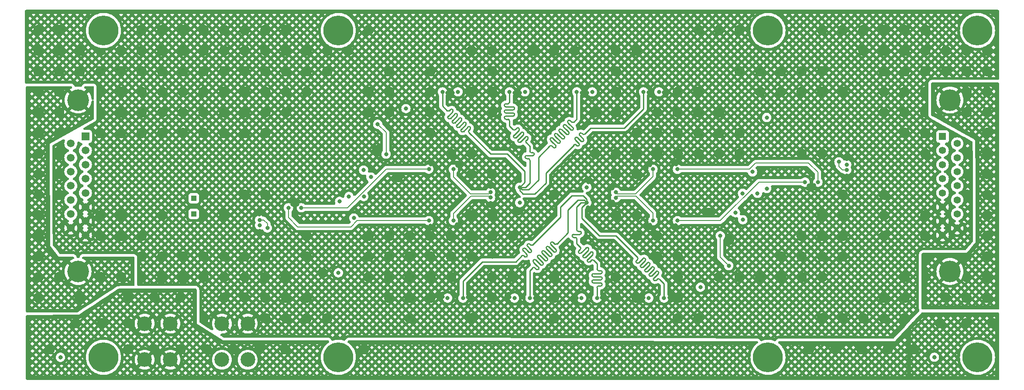
<source format=gbr>
%TF.GenerationSoftware,KiCad,Pcbnew,7.0.7*%
%TF.CreationDate,2024-12-18T13:44:03+01:00*%
%TF.ProjectId,dmem_2V0,646d656d-5f32-4563-902e-6b696361645f,rev?*%
%TF.SameCoordinates,Original*%
%TF.FileFunction,Copper,L3,Inr*%
%TF.FilePolarity,Positive*%
%FSLAX46Y46*%
G04 Gerber Fmt 4.6, Leading zero omitted, Abs format (unit mm)*
G04 Created by KiCad (PCBNEW 7.0.7) date 2024-12-18 13:44:03*
%MOMM*%
%LPD*%
G01*
G04 APERTURE LIST*
%TA.AperFunction,ComponentPad*%
%ADD10R,1.000000X1.000000*%
%TD*%
%TA.AperFunction,ComponentPad*%
%ADD11C,2.850000*%
%TD*%
%TA.AperFunction,ComponentPad*%
%ADD12C,5.800000*%
%TD*%
%TA.AperFunction,ComponentPad*%
%ADD13R,1.508000X1.508000*%
%TD*%
%TA.AperFunction,ComponentPad*%
%ADD14C,1.508000*%
%TD*%
%TA.AperFunction,ComponentPad*%
%ADD15C,4.200000*%
%TD*%
%TA.AperFunction,ComponentPad*%
%ADD16R,1.408000X1.408000*%
%TD*%
%TA.AperFunction,ComponentPad*%
%ADD17C,1.408000*%
%TD*%
%TA.AperFunction,ComponentPad*%
%ADD18C,4.216000*%
%TD*%
%TA.AperFunction,ViaPad*%
%ADD19C,0.800000*%
%TD*%
%TA.AperFunction,Conductor*%
%ADD20C,0.203200*%
%TD*%
%TA.AperFunction,Conductor*%
%ADD21C,0.250000*%
%TD*%
G04 APERTURE END LIST*
D10*
%TO.N,/+CE_R*%
%TO.C,Vce_r1*%
X83261200Y-102463600D03*
%TD*%
D11*
%TO.N,GND*%
%TO.C,J11*%
X93720400Y-123783400D03*
X88720400Y-123783400D03*
X88720400Y-130793400D03*
X93720400Y-130793400D03*
%TD*%
D12*
%TO.N,/MountingHole_3*%
%TO.C,REF\u002A\u002A*%
X194640200Y-66827400D03*
%TD*%
%TO.N,/MountingHole_4*%
%TO.C,REF\u002A\u002A*%
X235280200Y-66827400D03*
%TD*%
%TO.N,/MountingHole_7*%
%TO.C,REF\u002A\u002A*%
X194640200Y-130327400D03*
%TD*%
D13*
%TO.N,/out2_jumper+*%
%TO.C,J1*%
X62240400Y-87410000D03*
D14*
%TO.N,/out1_jumper+*%
X62240400Y-90150000D03*
%TO.N,/out2+*%
X62240400Y-92890000D03*
%TO.N,/out1+*%
X62240400Y-95630000D03*
%TO.N,/+CE*%
X62240400Y-98370000D03*
%TO.N,GND*%
X62240400Y-101110000D03*
X62240400Y-103850000D03*
X62240400Y-106590000D03*
%TO.N,/out2_jumper-*%
X59400400Y-88780000D03*
%TO.N,/out1_jumper-*%
X59400400Y-91520000D03*
%TO.N,/out2-*%
X59400400Y-94260000D03*
%TO.N,/out1-*%
X59400400Y-97000000D03*
%TO.N,Net-(J1-Pad13)*%
X59400400Y-99740000D03*
%TO.N,/+CE_R*%
X59400400Y-102480000D03*
%TO.N,GND*%
X59400400Y-105220000D03*
D15*
%TO.N,Net-(J1-SHIELD)*%
X60820400Y-80340000D03*
X60820400Y-113660000D03*
%TD*%
D10*
%TO.N,/+CE*%
%TO.C,Vce1*%
X83261200Y-99413600D03*
%TD*%
D16*
%TO.N,unconnected-(J12-Pad1)*%
%TO.C,J12*%
X228503200Y-87410000D03*
D17*
%TO.N,unconnected-(J12-Pad2)*%
X228503200Y-90150000D03*
%TO.N,/out2_jumper+*%
X228503200Y-92890000D03*
%TO.N,/out1_jumper+*%
X228503200Y-95630000D03*
%TO.N,/+CE*%
X228503200Y-98370000D03*
%TO.N,GND*%
X228503200Y-101110000D03*
X228503200Y-103850000D03*
X228503200Y-106590000D03*
%TO.N,unconnected-(J12-Pad9)*%
X231343200Y-88780000D03*
%TO.N,unconnected-(J12-Pad10)*%
X231343200Y-91520000D03*
%TO.N,/out2_jumper-*%
X231343200Y-94260000D03*
%TO.N,/out1_jumper-*%
X231343200Y-97000000D03*
%TO.N,Net-(J12-Pad13)*%
X231343200Y-99740000D03*
%TO.N,/+CE_R*%
X231343200Y-102480000D03*
%TO.N,GND*%
X231343200Y-105220000D03*
D18*
%TO.N,Net-(J12-SHIELD)*%
X229923200Y-113660000D03*
X229923200Y-80340000D03*
%TD*%
D12*
%TO.N,/MountingHole_2*%
%TO.C,REF\u002A\u002A*%
X111302800Y-66827400D03*
%TD*%
%TO.N,/MountingHole_6*%
%TO.C,REF\u002A\u002A*%
X111302800Y-130327400D03*
%TD*%
%TO.N,/MountingHole_5*%
%TO.C,REF\u002A\u002A*%
X65735200Y-130327400D03*
%TD*%
D11*
%TO.N,/MESH*%
%TO.C,J10*%
X78720400Y-123783400D03*
X73720400Y-123783400D03*
X73720400Y-130793400D03*
X78720400Y-130793400D03*
%TD*%
D12*
%TO.N,/MountingHole_8*%
%TO.C,REF\u002A\u002A*%
X235280200Y-130327400D03*
%TD*%
%TO.N,/MountingHole_1*%
%TO.C,REF\u002A\u002A*%
X65735200Y-66827400D03*
%TD*%
D19*
%TO.N,GND*%
X209910000Y-94990000D03*
X209910000Y-91810000D03*
X96070000Y-105750000D03*
X96000000Y-102560000D03*
X174481794Y-78873145D03*
X171481253Y-78877127D03*
X159568574Y-78944104D03*
X158528732Y-78927714D03*
X146507088Y-78914720D03*
X145471793Y-78933499D03*
X133509253Y-78926505D03*
X132478298Y-78896981D03*
X175530000Y-118760000D03*
X170470000Y-118760000D03*
X162464662Y-118707597D03*
X157480756Y-118797290D03*
X144476882Y-118639762D03*
X149471003Y-118820000D03*
X136454233Y-118637675D03*
X131510341Y-118577585D03*
%TO.N,/out2+*%
X97530000Y-105190000D03*
%TO.N,/out1+*%
X208410000Y-92350000D03*
%TO.N,GND*%
X237145400Y-74733000D03*
X237145400Y-70733000D03*
X233145400Y-98733000D03*
X233145400Y-94733000D03*
X233145400Y-90733000D03*
X233145400Y-74733000D03*
X233145400Y-70733000D03*
X229145400Y-74733000D03*
X229145400Y-70733000D03*
X225145400Y-106733000D03*
X225145400Y-102733000D03*
X225145400Y-90733000D03*
X225145400Y-86733000D03*
X225145400Y-82733000D03*
X225145400Y-78733000D03*
X225145400Y-74733000D03*
X225145400Y-70733000D03*
X225145400Y-66733000D03*
X221145400Y-122733000D03*
X221145400Y-118733000D03*
X221145400Y-114733000D03*
X221145400Y-86733000D03*
X221145400Y-82733000D03*
X221145400Y-78733000D03*
X221145400Y-74733000D03*
X221145400Y-70733000D03*
X221145400Y-66733000D03*
X217145400Y-122733000D03*
X217145400Y-118733000D03*
X217145400Y-106733000D03*
X217145400Y-102733000D03*
X217145400Y-98733000D03*
X217145400Y-82733000D03*
X217145400Y-78733000D03*
X217145400Y-74733000D03*
X217145400Y-70733000D03*
X217145400Y-66733000D03*
X213145400Y-122733000D03*
X213145400Y-70733000D03*
X213145400Y-66733000D03*
X209145400Y-122733000D03*
X209145400Y-110733000D03*
X209145400Y-106733000D03*
X209145400Y-102733000D03*
X209145400Y-98733000D03*
X209145400Y-78733000D03*
X209145400Y-66733000D03*
X205145400Y-122733000D03*
X205145400Y-114733000D03*
X205145400Y-110733000D03*
X205145400Y-106733000D03*
X205145400Y-102733000D03*
X205145400Y-90733000D03*
X205145400Y-78733000D03*
X205145400Y-74733000D03*
X205145400Y-66733000D03*
X201145400Y-114733000D03*
X201145400Y-110733000D03*
X201145400Y-106733000D03*
X201145400Y-90733000D03*
X201145400Y-78733000D03*
X201145400Y-74733000D03*
X197145400Y-114733000D03*
X197145400Y-110733000D03*
X197145400Y-78733000D03*
X197145400Y-74733000D03*
X193145400Y-114733000D03*
X193145400Y-78733000D03*
X193145400Y-74733000D03*
X189145400Y-114733000D03*
X189145400Y-90733000D03*
X189145400Y-86733000D03*
X189145400Y-74733000D03*
X189145400Y-66733000D03*
X185145400Y-114733000D03*
X185145400Y-90733000D03*
X185145400Y-86733000D03*
X185145400Y-82733000D03*
X185145400Y-66733000D03*
X181145400Y-122733000D03*
X181145400Y-90733000D03*
X181145400Y-86733000D03*
X181145400Y-82733000D03*
X181145400Y-78733000D03*
X181145400Y-66733000D03*
X177145400Y-122733000D03*
X177145400Y-118733000D03*
X177145400Y-114733000D03*
X177145400Y-110733000D03*
X177145400Y-90733000D03*
X177145400Y-86733000D03*
X177145400Y-82733000D03*
X177145400Y-78733000D03*
X173145400Y-110733000D03*
X173145400Y-106733000D03*
X173145400Y-90733000D03*
X173145400Y-86733000D03*
X173145400Y-82733000D03*
X169145400Y-118733000D03*
X169145400Y-106733000D03*
X169145400Y-102733000D03*
X169145400Y-94733000D03*
X169145400Y-90733000D03*
X169145400Y-86733000D03*
X169145400Y-70733000D03*
X165145400Y-122733000D03*
X165145400Y-118733000D03*
X165145400Y-114733000D03*
X165145400Y-102733000D03*
X165145400Y-94733000D03*
X165145400Y-90733000D03*
X165145400Y-82733000D03*
X165145400Y-78733000D03*
X165145400Y-74733000D03*
X165145400Y-70733000D03*
X161145400Y-90733000D03*
X161145400Y-82733000D03*
X157145400Y-70733000D03*
X153145400Y-122733000D03*
X153145400Y-118733000D03*
X153145400Y-114733000D03*
X153145400Y-98733000D03*
X153145400Y-82733000D03*
X153145400Y-78733000D03*
X153145400Y-74733000D03*
X153145400Y-70733000D03*
X149145400Y-70733000D03*
X145145400Y-114733000D03*
X145145400Y-106733000D03*
X141145400Y-118733000D03*
X141145400Y-114733000D03*
X141145400Y-110733000D03*
X141145400Y-106733000D03*
X141145400Y-102733000D03*
X141145400Y-94733000D03*
X141145400Y-82733000D03*
X141145400Y-78733000D03*
X141145400Y-74733000D03*
X141145400Y-70733000D03*
X137145400Y-122733000D03*
X137145400Y-110733000D03*
X137145400Y-106733000D03*
X137145400Y-102733000D03*
X137145400Y-94733000D03*
X137145400Y-90733000D03*
X137145400Y-78733000D03*
X137145400Y-70733000D03*
X133145400Y-114733000D03*
X133145400Y-110733000D03*
X133145400Y-106733000D03*
X133145400Y-90733000D03*
X129145400Y-118733000D03*
X129145400Y-114733000D03*
X129145400Y-110733000D03*
X129145400Y-106733000D03*
X129145400Y-86733000D03*
X129145400Y-82733000D03*
X129145400Y-78733000D03*
X129145400Y-74733000D03*
X125145400Y-122733000D03*
X125145400Y-118733000D03*
X125145400Y-114733000D03*
X125145400Y-110733000D03*
X125145400Y-106733000D03*
X121145400Y-118733000D03*
X121145400Y-114733000D03*
X121145400Y-110733000D03*
X121145400Y-106733000D03*
X121145400Y-82733000D03*
X121145400Y-78733000D03*
X121145400Y-74733000D03*
X117145400Y-114733000D03*
X117145400Y-110733000D03*
X117145400Y-106733000D03*
X117145400Y-82733000D03*
X117145400Y-78733000D03*
X117145400Y-66733000D03*
X113145400Y-70733000D03*
X109145400Y-122733000D03*
X109145400Y-74733000D03*
X109145400Y-70733000D03*
X105145400Y-122733000D03*
X105145400Y-118733000D03*
X105145400Y-110733000D03*
X105145400Y-106733000D03*
X105145400Y-78733000D03*
X105145400Y-74733000D03*
X105145400Y-70733000D03*
X101145400Y-122733000D03*
X101145400Y-118733000D03*
X101145400Y-114733000D03*
X101145400Y-82733000D03*
X101145400Y-78733000D03*
X101145400Y-74733000D03*
X101145400Y-70733000D03*
X101145400Y-66733000D03*
X97145400Y-122733000D03*
X97145400Y-118733000D03*
X97145400Y-114733000D03*
X97145400Y-110733000D03*
X97145400Y-98733000D03*
X97145400Y-86733000D03*
X97145400Y-82733000D03*
X97145400Y-78733000D03*
X97145400Y-74733000D03*
X97145400Y-70733000D03*
X97145400Y-66733000D03*
X93145400Y-118733000D03*
X93145400Y-114733000D03*
X93145400Y-110733000D03*
X93145400Y-98733000D03*
X93145400Y-86733000D03*
X93145400Y-82733000D03*
X93145400Y-78733000D03*
X93145400Y-74733000D03*
X93145400Y-70733000D03*
X93145400Y-66733000D03*
X89145400Y-118733000D03*
X89145400Y-114733000D03*
X89145400Y-110733000D03*
X89145400Y-102733000D03*
X89145400Y-86733000D03*
X89145400Y-82733000D03*
X89145400Y-78733000D03*
X89145400Y-74733000D03*
X89145400Y-70733000D03*
X89145400Y-66733000D03*
X85145400Y-122733000D03*
X85145400Y-114733000D03*
X85145400Y-110733000D03*
X85145400Y-102733000D03*
X85145400Y-98733000D03*
X85145400Y-86733000D03*
X85145400Y-82733000D03*
X85145400Y-78733000D03*
X85145400Y-74733000D03*
X85145400Y-70733000D03*
X85145400Y-66733000D03*
X81145400Y-114733000D03*
X81145400Y-110733000D03*
X81145400Y-86733000D03*
X81145400Y-82733000D03*
X81145400Y-78733000D03*
X81145400Y-74733000D03*
X81145400Y-70733000D03*
X81145400Y-66733000D03*
X77145400Y-114733000D03*
X77145400Y-110733000D03*
X77145400Y-102733000D03*
X77145400Y-86733000D03*
X77145400Y-82733000D03*
X77145400Y-78733000D03*
X77145400Y-74733000D03*
X77145400Y-70733000D03*
X77145400Y-66733000D03*
X73145400Y-114733000D03*
X73145400Y-110733000D03*
X73145400Y-106733000D03*
X73145400Y-86733000D03*
X73145400Y-82733000D03*
X73145400Y-78733000D03*
X73145400Y-74733000D03*
X73145400Y-70733000D03*
X73145400Y-66733000D03*
X69145400Y-106733000D03*
X69145400Y-102733000D03*
X69145400Y-86733000D03*
X69145400Y-82733000D03*
X69145400Y-78733000D03*
X69145400Y-74733000D03*
X69145400Y-70733000D03*
X65145400Y-106733000D03*
X65145400Y-102733000D03*
X65145400Y-86733000D03*
X65145400Y-82733000D03*
X65145400Y-78733000D03*
X65145400Y-74733000D03*
X65145400Y-70733000D03*
X61145400Y-74733000D03*
X61145400Y-70733000D03*
X57145400Y-98733000D03*
X57145400Y-94733000D03*
X57145400Y-90733000D03*
X57145400Y-74733000D03*
X57145400Y-70733000D03*
X57145400Y-66733000D03*
X53145400Y-74733000D03*
X53145400Y-70733000D03*
X53145400Y-66733000D03*
%TO.N,Net-(R32-Pad2)*%
X174471500Y-118820000D03*
X161471500Y-118820000D03*
X148471500Y-118820000D03*
X135471500Y-118820000D03*
%TO.N,Net-(R27-Pad1)*%
X171520000Y-118820000D03*
X158480000Y-118820000D03*
X145460000Y-118820000D03*
X132480000Y-118820000D03*
%TO.N,Net-(R49-Pad1)*%
X173491200Y-78740000D03*
%TO.N,Net-(R26-Pad1)*%
X170491201Y-78740000D03*
%TO.N,Net-(R49-Pad1)*%
X160547015Y-78740000D03*
%TO.N,Net-(R26-Pad1)*%
X157547015Y-78740000D03*
%TO.N,Net-(R49-Pad1)*%
X147491200Y-78740000D03*
%TO.N,Net-(R26-Pad1)*%
X144491200Y-78740000D03*
%TO.N,Net-(R49-Pad1)*%
X134491200Y-78740000D03*
%TO.N,Net-(R26-Pad1)*%
X131491200Y-78740000D03*
%TO.N,GND*%
X140863100Y-100338622D03*
X159691094Y-101244829D03*
X108254800Y-113893600D03*
X176703382Y-104714998D03*
X102368143Y-100606187D03*
X134336244Y-104464169D03*
X164540999Y-100122406D03*
X129176974Y-104718863D03*
X176859431Y-92807569D03*
X203561431Y-96922680D03*
X193071516Y-94074981D03*
X187111916Y-107507288D03*
X118836300Y-90043300D03*
X146481175Y-96024831D03*
X226923600Y-130302000D03*
X171708278Y-92999326D03*
X171755361Y-104601050D03*
X113045100Y-103708500D03*
X140863100Y-97189022D03*
X103321900Y-100592622D03*
X134370930Y-93109355D03*
X183114716Y-102253781D03*
X164485600Y-97485200D03*
X129226637Y-92834591D03*
X122833500Y-95301822D03*
X57404000Y-130327400D03*
X146197633Y-101702622D03*
X202574292Y-96948751D03*
X159776449Y-96251905D03*
%TO.N,Net-(U1-\u002APD)*%
X189702716Y-98464888D03*
X191633116Y-94299288D03*
%TO.N,Net-(U1-Vocm)*%
X194396094Y-97530710D03*
X189753516Y-103595688D03*
%TO.N,Net-(U1-Vs-)*%
X187021774Y-112525030D03*
X185384716Y-106694488D03*
X188331116Y-102239230D03*
X192598316Y-98464888D03*
%TO.N,/+CE_R*%
X194392316Y-83723381D03*
X111301900Y-113902222D03*
%TO.N,/+CE*%
X124408300Y-81999822D03*
X181539916Y-116692581D03*
%TO.N,Net-(R27-Pad1)*%
X159476716Y-97268588D03*
%TO.N,Net-(R32-Pad2)*%
X159476716Y-100268588D03*
%TO.N,/cold_amplifier_ch1/input-*%
X165119916Y-99307630D03*
X172329116Y-103782630D03*
%TO.N,/cold_amplifier_ch1/input+*%
X165119916Y-98257630D03*
X172329116Y-93782630D03*
%TO.N,/cold_amplifier_ch1/output+*%
X201829116Y-96282630D03*
X177079116Y-103782630D03*
%TO.N,/cold_amplifier_ch1/output-*%
X204329116Y-96282630D03*
X177079116Y-93782630D03*
%TO.N,/out2+*%
X96041307Y-103626759D03*
%TO.N,/out1+*%
X209906909Y-93923830D03*
%TO.N,/out2-*%
X96041307Y-104676759D03*
%TO.N,/out1-*%
X209906909Y-92873830D03*
%TO.N,/cold_amplifier_ch2/input-*%
X133619100Y-93767958D03*
X140828300Y-98242958D03*
%TO.N,/cold_amplifier_ch2/input+*%
X140828300Y-99292958D03*
X133619100Y-103767958D03*
%TO.N,/cold_amplifier_ch2/output+*%
X104119100Y-101267958D03*
X128869100Y-93767958D03*
%TO.N,/cold_amplifier_ch2/output-*%
X128869100Y-103767958D03*
X101619100Y-101267958D03*
%TO.N,Net-(U2-\u002APD)*%
X116245500Y-99085700D03*
X114315100Y-103251300D03*
%TO.N,Net-(U2-Vs-)*%
X118926442Y-85025558D03*
X113349900Y-99085700D03*
X120563500Y-90856100D03*
X117617100Y-95311358D03*
%TO.N,Net-(U2-Vocm)*%
X116194700Y-93954900D03*
X111552122Y-100019878D03*
%TO.N,Net-(R26-Pad1)*%
X146471500Y-97282000D03*
%TO.N,Net-(R49-Pad1)*%
X146471500Y-100282000D03*
%TO.N,Net-(J1-SHIELD)*%
X53145400Y-102733000D03*
X53145400Y-94733000D03*
X53145400Y-82733000D03*
X61145400Y-118733000D03*
X57145400Y-114733000D03*
X57145400Y-86733000D03*
X65145400Y-114733000D03*
X53145400Y-86733000D03*
X53145400Y-118733000D03*
X69145400Y-114733000D03*
X53145400Y-110733000D03*
X53145400Y-106733000D03*
X53145400Y-114733000D03*
X57145400Y-78733000D03*
X57145400Y-82733000D03*
X53145400Y-90733000D03*
X53145400Y-98733000D03*
X53145400Y-78733000D03*
%TO.N,/MESH*%
X101025400Y-128773000D03*
X85785400Y-128773000D03*
X70545400Y-118613000D03*
X80705400Y-118613000D03*
X90865400Y-128773000D03*
X233105400Y-123693000D03*
X116265400Y-128773000D03*
X70545400Y-128773000D03*
X238185400Y-123693000D03*
X75625400Y-118613000D03*
X70545400Y-123693000D03*
X80705400Y-128773000D03*
X75625400Y-128773000D03*
X65465400Y-123693000D03*
X202625400Y-128773000D03*
X212785400Y-128773000D03*
X60385400Y-123693000D03*
X95945400Y-128773000D03*
X217865400Y-128773000D03*
X228025400Y-123693000D03*
X222945400Y-128773000D03*
X207705400Y-128773000D03*
X55305400Y-128773000D03*
%TO.N,Net-(J12-SHIELD)*%
X225145400Y-110733000D03*
X237145400Y-90733000D03*
X225145400Y-114733000D03*
X237145400Y-110733000D03*
X233145400Y-82733000D03*
X233145400Y-118733000D03*
X233145400Y-114733000D03*
X237145400Y-98733000D03*
X237145400Y-106733000D03*
X237145400Y-114733000D03*
X229145400Y-118733000D03*
X233145400Y-110733000D03*
X237145400Y-94733000D03*
X237145400Y-78733000D03*
X237145400Y-82733000D03*
X237145400Y-102733000D03*
X237145400Y-86733000D03*
X233145400Y-78733000D03*
X237145400Y-118733000D03*
%TD*%
D20*
%TO.N,/out2+*%
X97530000Y-104340000D02*
X97530000Y-105190000D01*
X96816759Y-103626759D02*
X97530000Y-104340000D01*
X96041307Y-103626759D02*
X96816759Y-103626759D01*
%TO.N,/out1+*%
X208410000Y-93220000D02*
X208410000Y-92350000D01*
X209113830Y-93923830D02*
X208410000Y-93220000D01*
X209906909Y-93923830D02*
X209113830Y-93923830D01*
D21*
%TO.N,Net-(R32-Pad2)*%
X174480000Y-118870000D02*
X174474550Y-116044550D01*
X161460000Y-118850000D02*
X161474550Y-116785750D01*
X148420000Y-118870000D02*
X148418735Y-113522765D01*
X135480000Y-118870000D02*
X135474549Y-115486951D01*
X171645122Y-114086533D02*
X172516523Y-113215136D01*
X172092259Y-112790872D02*
X171220862Y-113662273D01*
X170395218Y-111093809D02*
X170395219Y-111093808D01*
X158535750Y-103335750D02*
X158535750Y-101222250D01*
X174474550Y-118805750D02*
X174480000Y-118870000D01*
X169099566Y-111540933D02*
X169323119Y-111317383D01*
X172493668Y-114935039D02*
X173365079Y-114063632D01*
X171243778Y-111942301D02*
X170372332Y-112813751D01*
X174474550Y-116044550D02*
X173565750Y-115135750D01*
X171243777Y-111942302D02*
X171243778Y-111942301D01*
X169323118Y-110893118D02*
X165145750Y-106715750D01*
X169323119Y-110893119D02*
X169323118Y-110893118D01*
X171645123Y-114086532D02*
X171645122Y-114086533D01*
X169948066Y-112389485D02*
X170819483Y-111518072D01*
X169948067Y-112389484D02*
X169948066Y-112389485D01*
X170796597Y-113238006D02*
X170796596Y-113238007D01*
X161915750Y-106715750D02*
X158535750Y-103335750D01*
X170395219Y-111093808D02*
X169523832Y-111965199D01*
X158535750Y-101222250D02*
X159494250Y-100263750D01*
X170796596Y-113238007D02*
X171668042Y-112366565D01*
X173141485Y-115135751D02*
X173141486Y-115135750D01*
X165145750Y-106715750D02*
X161915750Y-106715750D01*
X172940815Y-113639368D02*
X172069388Y-114510799D01*
X172493669Y-114935038D02*
X172493668Y-114935039D01*
X169099567Y-111540932D02*
X169099566Y-111540933D01*
X172092258Y-112790873D02*
X172092259Y-112790872D01*
X172940814Y-113639369D02*
X172940815Y-113639368D01*
X173141486Y-115135750D02*
X172917932Y-115359303D01*
X172493669Y-115359302D02*
G75*
G03*
X172917931Y-115359302I212131J212131D01*
G01*
X173565731Y-115135769D02*
G75*
G03*
X173141486Y-115135752I-212131J-212131D01*
G01*
X172493698Y-114935067D02*
G75*
G03*
X172493668Y-115359303I212102J-212133D01*
G01*
X171668032Y-111942311D02*
G75*
G03*
X171243777Y-111942302I-212132J-212089D01*
G01*
X171645166Y-114510753D02*
G75*
G03*
X172069388Y-114510799I212134J212053D01*
G01*
X169099566Y-111965197D02*
G75*
G03*
X169523832Y-111965199I212134J212097D01*
G01*
X173365079Y-114063632D02*
G75*
G03*
X173365079Y-113639368I-212179J212132D01*
G01*
X172516518Y-113215131D02*
G75*
G03*
X172516522Y-112790873I-212118J212131D01*
G01*
X170796559Y-113237968D02*
G75*
G03*
X170796597Y-113662270I212141J-212132D01*
G01*
X172516532Y-112790863D02*
G75*
G03*
X172092258Y-112790873I-212132J-212137D01*
G01*
X171668009Y-112366532D02*
G75*
G03*
X171668042Y-111942301I-212109J212132D01*
G01*
X170796566Y-113662301D02*
G75*
G03*
X171220862Y-113662273I212134J212201D01*
G01*
X169948066Y-112813749D02*
G75*
G03*
X170372332Y-112813751I212134J212149D01*
G01*
X169948050Y-112389467D02*
G75*
G03*
X169948066Y-112813749I212150J-212133D01*
G01*
X170819443Y-111518032D02*
G75*
G03*
X170819483Y-111093808I-212043J212132D01*
G01*
X171645159Y-114086568D02*
G75*
G03*
X171645123Y-114510796I212141J-212132D01*
G01*
X169323168Y-111317432D02*
G75*
G03*
X169323119Y-110893119I-212168J212132D01*
G01*
X169099602Y-111540967D02*
G75*
G03*
X169099566Y-111965197I212098J-212133D01*
G01*
X170819532Y-111093759D02*
G75*
G03*
X170395218Y-111093809I-212132J-212141D01*
G01*
X173365031Y-113639416D02*
G75*
G03*
X172940815Y-113639370I-212131J-212084D01*
G01*
X158825750Y-98935750D02*
X159494250Y-99604250D01*
X147709281Y-110186487D02*
X147146813Y-109624019D01*
X147285016Y-110610750D02*
X147285015Y-110610750D01*
X147847499Y-110324705D02*
X147709281Y-110186487D01*
X147285015Y-110610750D02*
X147423234Y-110748969D01*
X135474549Y-118805750D02*
X135480000Y-118870000D01*
X147921411Y-109550089D02*
X148271767Y-109900445D01*
X147921411Y-109550086D02*
X147921411Y-109550089D01*
X147847498Y-110748969D02*
X147847499Y-110748969D01*
X145705750Y-111765750D02*
X146860750Y-110610750D01*
X148982072Y-108489425D02*
X148982073Y-108489426D01*
X147571078Y-109199753D02*
X147921411Y-109550086D01*
X135474549Y-115486951D02*
X139195750Y-111765750D01*
X147146813Y-109199755D02*
X147146814Y-109199753D01*
X154405750Y-101115750D02*
X156585750Y-98935750D01*
X148419623Y-108351240D02*
X148557808Y-108489425D01*
X159494250Y-99604250D02*
X159494250Y-100263750D01*
X147995357Y-108351243D02*
X147995359Y-108351240D01*
X139195750Y-111765750D02*
X145705750Y-111765750D01*
X148345676Y-109125826D02*
X147995357Y-108775507D01*
X154405750Y-103065750D02*
X154405750Y-101115750D01*
X156585750Y-98935750D02*
X158825750Y-98935750D01*
X148696031Y-109476181D02*
X148345676Y-109125826D01*
X148982073Y-108489426D02*
X154405750Y-103065750D01*
X150011382Y-110557268D02*
G75*
G03*
X150011352Y-110981502I212118J-212132D01*
G01*
X153081359Y-109808867D02*
G75*
G03*
X153505621Y-109808867I212131J212131D01*
G01*
X149425016Y-112940750D02*
G75*
G03*
X149000750Y-112940750I-212133J-212134D01*
G01*
X149587087Y-111405767D02*
G75*
G03*
X149162825Y-111405767I-212131J-212131D01*
G01*
X157545750Y-101115750D02*
X158397750Y-100263750D01*
X158230170Y-108920170D02*
X157545750Y-108235750D01*
X160210065Y-109910118D02*
X160210066Y-109910117D01*
X159644380Y-111324327D02*
X159644379Y-111324328D01*
X157245750Y-106425750D02*
X158144010Y-106425750D01*
X156947490Y-106425750D02*
X157245750Y-106425750D01*
X157545750Y-104880808D02*
X157545750Y-101115750D01*
X159361539Y-109061592D02*
X159361540Y-109061591D01*
X158397750Y-100263750D02*
X159494250Y-100263750D01*
X160351486Y-111465750D02*
X160068643Y-111748592D01*
X161474550Y-113185750D02*
X161474550Y-112878538D01*
X157947328Y-109627275D02*
X157947327Y-109627276D01*
X159644379Y-111324328D02*
X160634330Y-110334381D01*
X157545750Y-105525750D02*
X157545750Y-104880808D01*
X161474550Y-114685750D02*
X160774550Y-114685750D01*
X157947327Y-109627276D02*
X158230171Y-109344435D01*
X161474550Y-114085750D02*
X162174550Y-114085750D01*
X161774550Y-115885750D02*
X160774550Y-115885750D01*
X161774550Y-116485750D02*
X162174550Y-116485750D01*
X161474550Y-118805750D02*
X161460000Y-118850000D01*
X158795854Y-110475801D02*
X158795853Y-110475802D01*
X157245750Y-107025750D02*
X156947490Y-107025750D01*
X158795853Y-110475802D02*
X159785804Y-109485855D01*
X157545750Y-108235750D02*
X157545750Y-107325750D01*
X160774550Y-114085750D02*
X161474550Y-114085750D01*
X162174550Y-114685750D02*
X161474550Y-114685750D01*
X161474550Y-115285750D02*
X162174550Y-115285750D01*
X160351485Y-111465751D02*
X160351486Y-111465750D01*
X162174550Y-115885750D02*
X161774550Y-115885750D01*
X161474550Y-112164550D02*
X160775750Y-111465750D01*
X160774550Y-115285750D02*
X161474550Y-115285750D01*
X158144010Y-105825750D02*
X157845750Y-105825750D01*
X160210066Y-109910117D02*
X159220119Y-110900068D01*
X158230171Y-108920171D02*
X158230170Y-108920170D01*
X159361540Y-109061591D02*
X158371593Y-110051542D01*
X162174550Y-113485750D02*
X161774550Y-113485750D01*
X161474550Y-112878538D02*
X161474550Y-112164550D01*
X148419622Y-108351241D02*
G75*
G03*
X147995360Y-108351241I-212131J-212131D01*
G01*
X148271768Y-109900444D02*
G75*
G03*
X148696030Y-109900444I212131J212131D01*
G01*
X147995382Y-108351268D02*
G75*
G03*
X147995357Y-108775507I212118J-212132D01*
G01*
X148557809Y-108489424D02*
G75*
G03*
X148982071Y-108489424I212131J212131D01*
G01*
X147847462Y-110748932D02*
G75*
G03*
X147847499Y-110324705I-212062J212132D01*
G01*
X147571077Y-109199754D02*
G75*
G03*
X147146815Y-109199754I-212131J-212131D01*
G01*
X147146827Y-109199769D02*
G75*
G03*
X147146814Y-109624018I212073J-212131D01*
G01*
X147285016Y-110610750D02*
G75*
G03*
X146860750Y-110610750I-212133J-212134D01*
G01*
X147423235Y-110748968D02*
G75*
G03*
X147847497Y-110748968I212131J212131D01*
G01*
X148696018Y-109900432D02*
G75*
G03*
X148696031Y-109476181I-212118J212132D01*
G01*
X159785780Y-109485831D02*
G75*
G03*
X159785803Y-109061592I-212080J212131D01*
G01*
X157947320Y-109627267D02*
G75*
G03*
X157947327Y-110051540I212180J-212133D01*
G01*
X159644421Y-111324368D02*
G75*
G03*
X159644380Y-111748591I212079J-212132D01*
G01*
X158795866Y-110900053D02*
G75*
G03*
X159220119Y-110900068I212134J212153D01*
G01*
X157545750Y-107325750D02*
G75*
G03*
X157245750Y-107025750I-300050J-50D01*
G01*
X158795820Y-110475767D02*
G75*
G03*
X158795853Y-110900066I212180J-212133D01*
G01*
X157545750Y-105525750D02*
G75*
G03*
X157845750Y-105825750I300050J50D01*
G01*
X160775731Y-111465769D02*
G75*
G03*
X160351486Y-111465752I-212131J-212131D01*
G01*
X162474550Y-114985750D02*
G75*
G03*
X162174550Y-114685750I-300050J-50D01*
G01*
X162474550Y-113785750D02*
G75*
G03*
X162174550Y-113485750I-300050J-50D01*
G01*
X160634331Y-109910116D02*
G75*
G03*
X160210066Y-109910119I-212131J-212084D01*
G01*
X158144010Y-106425710D02*
G75*
G03*
X158444010Y-106125750I-10J300010D01*
G01*
X159644380Y-111748591D02*
G75*
G03*
X160068642Y-111748591I212131J212131D01*
G01*
X160774550Y-114085750D02*
G75*
G03*
X160474550Y-114385750I50J-300050D01*
G01*
X160774550Y-115285750D02*
G75*
G03*
X160474550Y-115585750I50J-300050D01*
G01*
X158230168Y-109344432D02*
G75*
G03*
X158230171Y-108920171I-212168J212132D01*
G01*
X156647450Y-106725750D02*
G75*
G03*
X156947490Y-107025750I300050J50D01*
G01*
X160634280Y-110334331D02*
G75*
G03*
X160634329Y-109910118I-212080J212131D01*
G01*
X162174550Y-114085750D02*
G75*
G03*
X162474550Y-113785750I-50J300050D01*
G01*
X159785832Y-109061563D02*
G75*
G03*
X159361539Y-109061592I-212132J-212137D01*
G01*
X161774550Y-116485750D02*
G75*
G03*
X161474550Y-116785750I50J-300050D01*
G01*
X162174550Y-115285750D02*
G75*
G03*
X162474550Y-114985750I-50J300050D01*
G01*
X162174550Y-116485750D02*
G75*
G03*
X162474550Y-116185750I-50J300050D01*
G01*
X157947366Y-110051501D02*
G75*
G03*
X158371593Y-110051542I212134J212101D01*
G01*
X162474550Y-116185750D02*
G75*
G03*
X162174550Y-115885750I-300050J-50D01*
G01*
X160474550Y-115585750D02*
G75*
G03*
X160774550Y-115885750I300050J50D01*
G01*
X161474550Y-113185750D02*
G75*
G03*
X161774550Y-113485750I300050J50D01*
G01*
X160474550Y-114385750D02*
G75*
G03*
X160774550Y-114685750I300050J50D01*
G01*
X156947490Y-106425790D02*
G75*
G03*
X156647490Y-106725750I10J-300010D01*
G01*
X158444050Y-106125750D02*
G75*
G03*
X158144010Y-105825750I-300050J-50D01*
G01*
X151808574Y-111505932D02*
G75*
G03*
X151808529Y-111081623I-212174J212132D01*
G01*
X150435615Y-110557239D02*
G75*
G03*
X150011353Y-110557239I-212131J-212131D01*
G01*
X152232823Y-110657387D02*
G75*
G03*
X152657085Y-110657387I212131J212131D01*
G01*
X151384266Y-111505886D02*
G75*
G03*
X151808528Y-111505886I212131J212131D01*
G01*
X150960018Y-112354432D02*
G75*
G03*
X150960030Y-111930180I-212118J212132D01*
G01*
X150535767Y-112354443D02*
G75*
G03*
X150960029Y-112354443I212131J212131D01*
G01*
X150111462Y-113202932D02*
G75*
G03*
X150111503Y-112778709I-212062J212132D01*
G01*
X149162826Y-111405768D02*
G75*
G03*
X149162824Y-111830030I212174J-212132D01*
G01*
X149687239Y-113202972D02*
G75*
G03*
X150111501Y-113202972I212131J212131D01*
G01*
X153243393Y-108273840D02*
G75*
G03*
X153667655Y-108273840I212131J212131D01*
G01*
X152981201Y-108011652D02*
G75*
G03*
X152556939Y-108011652I-212131J-212131D01*
G01*
X153505586Y-109808832D02*
G75*
G03*
X153505622Y-109384604I-212086J212132D01*
G01*
X152657130Y-110657432D02*
G75*
G03*
X152657086Y-110233124I-212130J212132D01*
G01*
X152556950Y-108011668D02*
G75*
G03*
X152556936Y-108435918I212150J-212132D01*
G01*
X151284102Y-109708670D02*
G75*
G03*
X150859840Y-109708670I-212131J-212131D01*
G01*
X152132639Y-108860151D02*
G75*
G03*
X151708377Y-108860151I-212131J-212131D01*
G01*
X150859838Y-109708668D02*
G75*
G03*
X150859839Y-110132933I212162J-212132D01*
G01*
X151708394Y-108860168D02*
G75*
G03*
X151708376Y-109284414I212106J-212132D01*
G01*
X150960030Y-111930180D02*
X150485676Y-111455826D01*
X152556936Y-108011654D02*
X152556938Y-108011651D01*
X150061410Y-111880088D02*
X150535766Y-112354444D01*
X148418735Y-113522765D02*
X149000750Y-112940750D01*
X152606994Y-109334504D02*
X153081358Y-109808868D01*
X150111503Y-112778709D02*
X149849281Y-112516487D01*
X152182732Y-109758770D02*
X151708376Y-109284414D01*
X150485676Y-111455826D02*
X150011352Y-110981502D01*
X148418735Y-118805750D02*
X148420000Y-118870000D01*
X155845750Y-106095750D02*
X155845750Y-101675750D01*
X149425016Y-112940750D02*
X149425015Y-112940750D01*
X149425015Y-112940750D02*
X149687238Y-113202973D01*
X159026250Y-99795750D02*
X159494250Y-100263750D01*
X157725750Y-99795750D02*
X159026250Y-99795750D01*
X151758466Y-110183032D02*
X152232822Y-110657388D01*
X152132640Y-108860150D02*
X152606994Y-109334504D01*
X153031260Y-108910242D02*
X152556936Y-108435918D01*
X152981202Y-108011651D02*
X153243392Y-108273841D01*
X149587088Y-111405766D02*
X150061410Y-111880088D01*
X149849281Y-112516487D02*
X149162824Y-111830030D01*
X153667657Y-108273842D02*
X155845750Y-106095750D01*
X155845750Y-101675750D02*
X157725750Y-99795750D01*
X151284103Y-109708669D02*
X151758466Y-110183032D01*
X150909938Y-111031560D02*
X151384265Y-111505887D01*
X151334204Y-110607298D02*
X150859839Y-110132933D01*
X152657086Y-110233124D02*
X152182732Y-109758770D01*
X151808529Y-111081623D02*
X151334204Y-110607298D01*
X153505622Y-109384604D02*
X153031260Y-108910242D01*
X150435616Y-110557238D02*
X150909938Y-111031560D01*
X153667656Y-108273841D02*
X153667657Y-108273842D01*
X150111502Y-113202973D02*
X150111503Y-113202973D01*
%TO.N,Net-(R26-Pad1)*%
X147430000Y-96323500D02*
X146471500Y-97282000D01*
X147430000Y-94210000D02*
X147430000Y-96323500D01*
X140820000Y-90830000D02*
X144050000Y-90830000D01*
X136642632Y-86652632D02*
X140820000Y-90830000D01*
X136642631Y-86652631D02*
X136642632Y-86652632D01*
X136866184Y-86004817D02*
X136642631Y-86228367D01*
X136866183Y-86004818D02*
X136866184Y-86004817D01*
X135570531Y-86451942D02*
X136441918Y-85580551D01*
X136017683Y-85156266D02*
X136017684Y-85156265D01*
X133873491Y-84754878D02*
X134744888Y-83883477D01*
X134320627Y-83459218D02*
X134320628Y-83459217D01*
X133024935Y-83906382D02*
X133896362Y-83034951D01*
X133024936Y-83906381D02*
X133024935Y-83906382D01*
X133472082Y-82610711D02*
X132600671Y-83482118D01*
X133472081Y-82610712D02*
X133472082Y-82610711D01*
X135570532Y-86451941D02*
X135570531Y-86451942D01*
X132824264Y-82410000D02*
X133047818Y-82186447D01*
X132824265Y-82409999D02*
X132824264Y-82410000D01*
X131491200Y-81501200D02*
X132400000Y-82410000D01*
X135169154Y-84307743D02*
X134297708Y-85179185D01*
X131491200Y-78740000D02*
X131491200Y-81501200D01*
X136866198Y-86004833D02*
G75*
G03*
X136866184Y-85580553I-212198J212133D01*
G01*
X134721973Y-85603448D02*
X134721972Y-85603449D01*
X134721972Y-85603449D02*
X135593418Y-84731999D01*
X136866134Y-85580603D02*
G75*
G03*
X136441918Y-85580551I-212134J-212097D01*
G01*
X135146268Y-86451941D02*
G75*
G03*
X135570532Y-86451941I212132J212141D01*
G01*
X135146258Y-86027669D02*
G75*
G03*
X135146268Y-86451941I212142J-212131D01*
G01*
X144050000Y-90830000D02*
X147430000Y-94210000D01*
X136017650Y-85156233D02*
G75*
G03*
X136017684Y-84732001I-212150J212133D01*
G01*
X135169153Y-84307744D02*
X135169154Y-84307743D01*
X136017634Y-84732051D02*
G75*
G03*
X135593418Y-84731999I-212134J-212049D01*
G01*
X134297668Y-85603489D02*
G75*
G03*
X134721973Y-85603448I212132J212189D01*
G01*
X133873492Y-84754877D02*
X133873491Y-84754878D01*
X134297691Y-85179168D02*
G75*
G03*
X134297708Y-85603449I212109J-212132D01*
G01*
X135169141Y-84307732D02*
G75*
G03*
X135169153Y-83883480I-212141J212132D01*
G01*
X135169134Y-83883499D02*
G75*
G03*
X134744888Y-83883477I-212134J-212101D01*
G01*
X133449181Y-84330568D02*
G75*
G03*
X133449227Y-84754878I212219J-212132D01*
G01*
X134320628Y-83459217D02*
X133449227Y-84330614D01*
X134320641Y-83459232D02*
G75*
G03*
X134320627Y-83034954I-212141J212132D01*
G01*
X132600669Y-83906384D02*
G75*
G03*
X133024935Y-83906380I212131J212084D01*
G01*
X136642632Y-86228368D02*
G75*
G03*
X136642631Y-86652631I212168J-212132D01*
G01*
X132600621Y-83482068D02*
G75*
G03*
X132600671Y-83906382I212179J-212132D01*
G01*
X136017684Y-85156265D02*
X135146267Y-86027678D01*
X134320634Y-83034947D02*
G75*
G03*
X133896362Y-83034951I-212134J-212153D01*
G01*
X133449268Y-84754837D02*
G75*
G03*
X133873492Y-84754877I212132J212137D01*
G01*
X133472081Y-82186448D02*
G75*
G03*
X133047819Y-82186448I-212131J-212131D01*
G01*
X133472102Y-82610733D02*
G75*
G03*
X133472082Y-82186447I-212202J212133D01*
G01*
X132399969Y-82410031D02*
G75*
G03*
X132824264Y-82409998I212131J212131D01*
G01*
X147568000Y-97282000D02*
X146471500Y-97282000D01*
X148420000Y-96430000D02*
X147568000Y-97282000D01*
X148420000Y-92664942D02*
X148420000Y-96430000D01*
X148420000Y-92020000D02*
X148420000Y-92664942D01*
X148720000Y-91120000D02*
X147821740Y-91120000D01*
X149018260Y-91120000D02*
X148720000Y-91120000D01*
X147735580Y-88625580D02*
X148420000Y-89310000D01*
X148018422Y-87918475D02*
X148018423Y-87918474D01*
X146604211Y-88484158D02*
X146604210Y-88484159D01*
X145755685Y-87635632D02*
X145755684Y-87635633D01*
X146321371Y-86221422D02*
X145331420Y-87211369D01*
X146321370Y-86221423D02*
X146321371Y-86221422D01*
X145614264Y-86080000D02*
X145897107Y-85797158D01*
X144491200Y-84360000D02*
X144491200Y-84667212D01*
X143791200Y-84060000D02*
X144191200Y-84060000D01*
X145191200Y-83460000D02*
X144491200Y-83460000D01*
X144491200Y-82860000D02*
X145191200Y-82860000D01*
X148018423Y-87918474D02*
X147735579Y-88201315D01*
X143791200Y-82860000D02*
X144491200Y-82860000D01*
X144491200Y-82260000D02*
X143791200Y-82260000D01*
X144491200Y-83460000D02*
X143791200Y-83460000D01*
X144191200Y-81660000D02*
X145191200Y-81660000D01*
X144191200Y-81060000D02*
X143791200Y-81060000D01*
X144491200Y-78740000D02*
X144491200Y-80760000D01*
X148420000Y-92020000D02*
G75*
G03*
X148120000Y-91720000I-300000J0D01*
G01*
X147821740Y-91120040D02*
G75*
G03*
X147521740Y-91420000I-40J-299960D01*
G01*
X149018260Y-91119960D02*
G75*
G03*
X149318260Y-90820000I40J299960D01*
G01*
X149318300Y-90820000D02*
G75*
G03*
X149018260Y-90520000I-300000J0D01*
G01*
X145614265Y-86079999D02*
X145614264Y-86080000D01*
X148420000Y-90220000D02*
G75*
G03*
X148720000Y-90520000I300000J0D01*
G01*
X143791200Y-81660000D02*
X144191200Y-81660000D01*
X147735532Y-88201268D02*
G75*
G03*
X147735579Y-88625579I212168J-212132D01*
G01*
X144491200Y-85381200D02*
X145190000Y-86080000D01*
X148018379Y-87918432D02*
G75*
G03*
X148018422Y-87494211I-212079J212132D01*
G01*
X148018434Y-87494199D02*
G75*
G03*
X147594157Y-87494208I-212134J-212101D01*
G01*
X146179919Y-88059868D02*
G75*
G03*
X146179946Y-88484159I212181J-212132D01*
G01*
X147169879Y-87069932D02*
G75*
G03*
X147169896Y-86645685I-212079J212132D01*
G01*
X146604210Y-88484159D02*
X147594157Y-87494208D01*
X145331469Y-87635584D02*
G75*
G03*
X145755684Y-87635631I212131J212084D01*
G01*
X147169896Y-87069949D02*
X147169897Y-87069948D01*
X145331419Y-87211368D02*
G75*
G03*
X145331420Y-87635633I212181J-212132D01*
G01*
X146321380Y-86221433D02*
G75*
G03*
X146321371Y-85797158I-212180J212133D01*
G01*
X146321370Y-85797159D02*
G75*
G03*
X145897108Y-85797159I-212131J-212131D01*
G01*
X145189969Y-86080031D02*
G75*
G03*
X145614264Y-86079998I212131J212131D01*
G01*
X144491200Y-84360000D02*
G75*
G03*
X144191200Y-84060000I-300000J0D01*
G01*
X143491200Y-83760000D02*
G75*
G03*
X143791200Y-84060000I300000J0D01*
G01*
X143791200Y-83460000D02*
G75*
G03*
X143491200Y-83760000I0J-300000D01*
G01*
X145191200Y-83460000D02*
G75*
G03*
X145491200Y-83160000I0J300000D01*
G01*
X147735579Y-88625579D02*
X147735580Y-88625580D01*
X148720000Y-90520000D02*
X149018260Y-90520000D01*
X143491200Y-82560000D02*
G75*
G03*
X143791200Y-82860000I300000J0D01*
G01*
X145191200Y-82260000D02*
X144491200Y-82260000D01*
X143791200Y-82260000D02*
G75*
G03*
X143491200Y-82560000I0J-300000D01*
G01*
X145755684Y-87635633D02*
X146745631Y-86645682D01*
X147521700Y-91420000D02*
G75*
G03*
X147821740Y-91720000I300000J0D01*
G01*
X147821740Y-91720000D02*
X148120000Y-91720000D01*
X145191200Y-82260000D02*
G75*
G03*
X145491200Y-81960000I0J300000D01*
G01*
X143491200Y-81360000D02*
G75*
G03*
X143791200Y-81660000I300000J0D01*
G01*
X147169934Y-86645647D02*
G75*
G03*
X146745631Y-86645682I-212134J-212153D01*
G01*
X145491200Y-81960000D02*
G75*
G03*
X145191200Y-81660000I-300000J0D01*
G01*
X146179968Y-88484137D02*
G75*
G03*
X146604211Y-88484158I212132J212137D01*
G01*
X145491200Y-83160000D02*
G75*
G03*
X145191200Y-82860000I-300000J0D01*
G01*
X144491200Y-84667212D02*
X144491200Y-85381200D01*
X143791200Y-81060000D02*
G75*
G03*
X143491200Y-81360000I0J-300000D01*
G01*
X147169897Y-87069948D02*
X146179946Y-88059895D01*
X144191200Y-81060000D02*
G75*
G03*
X144491200Y-80760000I0J300000D01*
G01*
X148420000Y-89310000D02*
X148420000Y-90220000D01*
X146939500Y-97750000D02*
X146471500Y-97282000D01*
X150120000Y-95870000D02*
X148240000Y-97750000D01*
X152298093Y-89271908D02*
X150120000Y-91450000D01*
X152984548Y-89534099D02*
X152722358Y-89271909D01*
X152934490Y-88635508D02*
X153408814Y-89109832D01*
X153358756Y-88211246D02*
X152884392Y-87736882D01*
X153783018Y-87786980D02*
X154257374Y-88261336D01*
X154207284Y-87362718D02*
X153732928Y-86888362D01*
X154681647Y-87837081D02*
X154207284Y-87362718D01*
X150120000Y-91450000D02*
X150120000Y-95870000D01*
X155055812Y-86514190D02*
X154581485Y-86039863D01*
X155480074Y-86089924D02*
X155954398Y-86564248D01*
X155005720Y-85615570D02*
X155480074Y-86089924D01*
X155904340Y-85665662D02*
X155429984Y-85191306D01*
X156378662Y-86139984D02*
X155904340Y-85665662D01*
X148240000Y-97750000D02*
X146939500Y-97750000D01*
X156116469Y-85029263D02*
X156802926Y-85715720D01*
X153833110Y-88685600D02*
X153358756Y-88211246D01*
X155854247Y-84767041D02*
X156116469Y-85029263D01*
X156540735Y-84605000D02*
X156278512Y-84342777D01*
X156540734Y-84605000D02*
X156540735Y-84605000D01*
X153408814Y-89534096D02*
X153408812Y-89534099D01*
X157547015Y-84022985D02*
X156965000Y-84605000D01*
X157547015Y-78740000D02*
X157547015Y-84022985D01*
X152722357Y-89271910D02*
G75*
G03*
X152298095Y-89271910I-212131J-212131D01*
G01*
X152984549Y-89534098D02*
G75*
G03*
X153408811Y-89534098I212131J212131D01*
G01*
X153408850Y-89534132D02*
G75*
G03*
X153408814Y-89109832I-212150J212132D01*
G01*
X152460114Y-87736868D02*
G75*
G03*
X152460128Y-88161146I212186J-212132D01*
G01*
X153833111Y-88685599D02*
G75*
G03*
X154257373Y-88685599I212131J212131D01*
G01*
X154257406Y-88685632D02*
G75*
G03*
X154257374Y-88261336I-212206J212132D01*
G01*
X153308670Y-86888368D02*
G75*
G03*
X153308664Y-87312626I212130J-212132D01*
G01*
X154681648Y-87837080D02*
G75*
G03*
X155105910Y-87837080I212131J212131D01*
G01*
X154631546Y-86938452D02*
X155105911Y-87412817D01*
X155105862Y-87837032D02*
G75*
G03*
X155105911Y-87412817I-212062J212132D01*
G01*
X154157226Y-86039868D02*
G75*
G03*
X154157221Y-86464127I212174J-212132D01*
G01*
X153732927Y-86888363D02*
G75*
G03*
X153308665Y-86888363I-212131J-212131D01*
G01*
X153308664Y-87312626D02*
X153783018Y-87786980D01*
X154581484Y-86039864D02*
G75*
G03*
X154157222Y-86039864I-212131J-212131D01*
G01*
X154157221Y-86464127D02*
X154631546Y-86938452D01*
X152460128Y-88161146D02*
X152934490Y-88635508D01*
X155530135Y-86988511D02*
G75*
G03*
X155954397Y-86988511I212131J212131D01*
G01*
X155005683Y-85191269D02*
G75*
G03*
X155005721Y-85615569I212217J-212131D01*
G01*
X155429983Y-85191307D02*
G75*
G03*
X155005721Y-85191307I-212131J-212131D01*
G01*
X156802974Y-86140032D02*
G75*
G03*
X156802926Y-85715720I-212174J212132D01*
G01*
X155530134Y-86988512D02*
X155055812Y-86514190D01*
X155854238Y-84342768D02*
G75*
G03*
X155854247Y-84767041I212162J-212132D01*
G01*
X156278511Y-84342778D02*
G75*
G03*
X155854249Y-84342778I-212131J-212131D01*
G01*
X155954418Y-86988532D02*
G75*
G03*
X155954398Y-86564248I-212118J212132D01*
G01*
X152884391Y-87736883D02*
G75*
G03*
X152460129Y-87736883I-212131J-212131D01*
G01*
X152298094Y-89271909D02*
X152298093Y-89271908D01*
X156540734Y-84605000D02*
G75*
G03*
X156965000Y-84605000I212133J212134D01*
G01*
X156378663Y-86139983D02*
G75*
G03*
X156802925Y-86139983I212131J212131D01*
G01*
X155854248Y-84342777D02*
X155854247Y-84342777D01*
X147140000Y-98610000D02*
X146471500Y-97941500D01*
X149380000Y-98610000D02*
X147140000Y-98610000D01*
X151560000Y-96430000D02*
X149380000Y-98610000D01*
X151560000Y-94480000D02*
X151560000Y-96430000D01*
X157546127Y-89194510D02*
X157407942Y-89056325D01*
X157970393Y-89194507D02*
X157970391Y-89194510D01*
X157620074Y-88419924D02*
X157970393Y-88770243D01*
X158044339Y-87995664D02*
X158044339Y-87995661D01*
X156983678Y-89056325D02*
X156983677Y-89056324D01*
X158394672Y-88345997D02*
X158044339Y-87995664D01*
X158818937Y-88345995D02*
X158818936Y-88345997D01*
X158118251Y-87221045D02*
X158256469Y-87359263D01*
X158118252Y-86796781D02*
X158118251Y-86796781D01*
X158680735Y-86935000D02*
X158542516Y-86796781D01*
X158680734Y-86935000D02*
X158680735Y-86935000D01*
X160260000Y-85780000D02*
X159105000Y-86935000D01*
X166770000Y-85780000D02*
X160260000Y-85780000D01*
X170491201Y-78740000D02*
X170491201Y-82058799D01*
X157407941Y-89056326D02*
G75*
G03*
X156983679Y-89056326I-212131J-212131D01*
G01*
X157546128Y-89194509D02*
G75*
G03*
X157970390Y-89194509I212131J212131D01*
G01*
X146471500Y-97941500D02*
X146471500Y-97282000D01*
X157970418Y-89194532D02*
G75*
G03*
X157970393Y-88770243I-212118J212132D01*
G01*
X170491201Y-82058799D02*
X166770000Y-85780000D01*
X157693982Y-87645306D02*
G75*
G03*
X157269720Y-87645306I-212131J-212131D01*
G01*
X156983677Y-89056324D02*
X151560000Y-94480000D01*
X158394673Y-88345996D02*
G75*
G03*
X158818935Y-88345996I212131J212131D01*
G01*
X158818974Y-88346032D02*
G75*
G03*
X158818937Y-87921731I-212174J212132D01*
G01*
X158044339Y-87995661D02*
X157693983Y-87645305D01*
X158542515Y-86796782D02*
G75*
G03*
X158118253Y-86796782I-212131J-212131D01*
G01*
X157269683Y-87645269D02*
G75*
G03*
X157269720Y-88069568I212217J-212131D01*
G01*
X157269719Y-88069569D02*
X157620074Y-88419924D01*
X158680734Y-86935000D02*
G75*
G03*
X159105000Y-86935000I212133J212134D01*
G01*
X158256469Y-87359263D02*
X158818937Y-87921731D01*
X158118238Y-86796768D02*
G75*
G03*
X158118251Y-87221045I212162J-212132D01*
G01*
D20*
%TO.N,Net-(U1-Vs-)*%
X185384716Y-106694488D02*
X185384716Y-110887972D01*
X185384716Y-110887972D02*
X187021774Y-112525030D01*
%TO.N,/cold_amplifier_ch1/input-*%
X172329116Y-102291145D02*
X169045601Y-99007630D01*
X169045601Y-99007630D02*
X165419916Y-99007630D01*
X172329116Y-103782630D02*
X172329116Y-102291145D01*
X165419916Y-99007630D02*
X165119916Y-99307630D01*
%TO.N,/cold_amplifier_ch1/input+*%
X172329116Y-95158430D02*
X168929916Y-98557630D01*
X165119916Y-98257630D02*
X165419916Y-98557630D01*
X172329116Y-93782630D02*
X172329116Y-95158430D01*
X165419916Y-98557630D02*
X168929916Y-98557630D01*
%TO.N,/cold_amplifier_ch1/output+*%
X201815516Y-96269030D02*
X201829116Y-96282630D01*
X185374924Y-103782630D02*
X192888524Y-96269030D01*
X192888524Y-96269030D02*
X201815516Y-96269030D01*
X177079116Y-103782630D02*
X185374924Y-103782630D01*
%TO.N,/cold_amplifier_ch1/output-*%
X204329116Y-94381030D02*
X202508716Y-92560630D01*
X192247116Y-92560630D02*
X191025116Y-93782630D01*
X204329116Y-96282630D02*
X204329116Y-94381030D01*
X191025116Y-93782630D02*
X177079116Y-93782630D01*
X202508716Y-92560630D02*
X192247116Y-92560630D01*
%TO.N,/cold_amplifier_ch2/input-*%
X136902615Y-98542958D02*
X140528300Y-98542958D01*
X133619100Y-95259443D02*
X136902615Y-98542958D01*
X140528300Y-98542958D02*
X140828300Y-98242958D01*
X133619100Y-93767958D02*
X133619100Y-95259443D01*
%TO.N,/cold_amplifier_ch2/input+*%
X133619100Y-103767958D02*
X133619100Y-102392158D01*
X140528300Y-98992958D02*
X137018300Y-98992958D01*
X140828300Y-99292958D02*
X140528300Y-98992958D01*
X133619100Y-102392158D02*
X137018300Y-98992958D01*
%TO.N,/cold_amplifier_ch2/output+*%
X128869100Y-93767958D02*
X120573292Y-93767958D01*
X120573292Y-93767958D02*
X113059692Y-101281558D01*
X113059692Y-101281558D02*
X104132700Y-101281558D01*
X104132700Y-101281558D02*
X104119100Y-101267958D01*
%TO.N,/cold_amplifier_ch2/output-*%
X103439500Y-104989958D02*
X113701100Y-104989958D01*
X114923100Y-103767958D02*
X128869100Y-103767958D01*
X113701100Y-104989958D02*
X114923100Y-103767958D01*
X101619100Y-101267958D02*
X101619100Y-103169558D01*
X101619100Y-103169558D02*
X103439500Y-104989958D01*
%TO.N,Net-(U2-Vs-)*%
X120563500Y-86662616D02*
X118926442Y-85025558D01*
X120563500Y-90856100D02*
X120563500Y-86662616D01*
%TD*%
%TA.AperFunction,Conductor*%
%TO.N,GND*%
G36*
X57471110Y-129937841D02*
G01*
X57501141Y-129944224D01*
X57550653Y-129960311D01*
X57578676Y-129972788D01*
X57623756Y-129998816D01*
X57648591Y-130016860D01*
X57687270Y-130051686D01*
X57707803Y-130074489D01*
X57738407Y-130116612D01*
X57753755Y-130143197D01*
X57774923Y-130190740D01*
X57784406Y-130219923D01*
X57795230Y-130270841D01*
X57798439Y-130301365D01*
X57798439Y-130353431D01*
X57795230Y-130383957D01*
X57784408Y-130434869D01*
X57774927Y-130464049D01*
X57753755Y-130511603D01*
X57738407Y-130538187D01*
X57707808Y-130580304D01*
X57687274Y-130603109D01*
X57648593Y-130637937D01*
X57623761Y-130655979D01*
X57578678Y-130682008D01*
X57550641Y-130694491D01*
X57501139Y-130710576D01*
X57471114Y-130716958D01*
X57419345Y-130722400D01*
X57388657Y-130722400D01*
X57336885Y-130716958D01*
X57306861Y-130710576D01*
X57257355Y-130694491D01*
X57229320Y-130682009D01*
X57184237Y-130655979D01*
X57159405Y-130637937D01*
X57120723Y-130603108D01*
X57100191Y-130580305D01*
X57069596Y-130538194D01*
X57054246Y-130511608D01*
X57033071Y-130464049D01*
X57023587Y-130434860D01*
X57012767Y-130383953D01*
X57009558Y-130353421D01*
X57009558Y-130301376D01*
X57012766Y-130270846D01*
X57023589Y-130219933D01*
X57023755Y-130219422D01*
X57033074Y-130190738D01*
X57054241Y-130143195D01*
X57069596Y-130116600D01*
X57100181Y-130074504D01*
X57120732Y-130051679D01*
X57159397Y-130016866D01*
X57184245Y-129998812D01*
X57229321Y-129972787D01*
X57257355Y-129960306D01*
X57306852Y-129944225D01*
X57336894Y-129937839D01*
X57388657Y-129932400D01*
X57419342Y-129932400D01*
X57471110Y-129937841D01*
G37*
%TD.AperFunction*%
%TA.AperFunction,Conductor*%
G36*
X226990710Y-129912441D02*
G01*
X227020741Y-129918824D01*
X227070253Y-129934911D01*
X227098276Y-129947388D01*
X227143355Y-129973415D01*
X227168193Y-129991461D01*
X227206871Y-130026286D01*
X227227408Y-130049094D01*
X227258004Y-130091205D01*
X227273351Y-130117787D01*
X227294524Y-130165343D01*
X227304009Y-130194536D01*
X227314831Y-130245449D01*
X227318039Y-130275969D01*
X227318039Y-130328026D01*
X227314831Y-130358547D01*
X227304009Y-130409461D01*
X227294524Y-130438654D01*
X227273351Y-130486211D01*
X227258007Y-130512788D01*
X227227408Y-130554904D01*
X227206874Y-130577709D01*
X227168193Y-130612537D01*
X227143361Y-130630579D01*
X227098278Y-130656608D01*
X227070241Y-130669091D01*
X227020739Y-130685176D01*
X226990714Y-130691558D01*
X226938945Y-130697000D01*
X226908257Y-130697000D01*
X226856485Y-130691558D01*
X226826461Y-130685176D01*
X226776955Y-130669091D01*
X226748920Y-130656609D01*
X226703837Y-130630579D01*
X226679005Y-130612537D01*
X226640323Y-130577708D01*
X226625150Y-130560857D01*
X226619790Y-130554904D01*
X226589196Y-130512794D01*
X226573846Y-130486208D01*
X226552672Y-130438653D01*
X226543187Y-130409460D01*
X226532367Y-130358553D01*
X226529158Y-130328021D01*
X226529158Y-130275976D01*
X226532366Y-130245446D01*
X226543189Y-130194533D01*
X226544421Y-130190740D01*
X226552674Y-130165338D01*
X226573841Y-130117795D01*
X226589196Y-130091200D01*
X226619781Y-130049104D01*
X226640332Y-130026279D01*
X226678997Y-129991466D01*
X226703845Y-129973412D01*
X226748921Y-129947387D01*
X226776955Y-129934906D01*
X226826452Y-129918825D01*
X226856494Y-129912439D01*
X226908257Y-129907000D01*
X226938942Y-129907000D01*
X226990710Y-129912441D01*
G37*
%TD.AperFunction*%
%TA.AperFunction,Conductor*%
G36*
X239317664Y-62807754D02*
G01*
X239398446Y-62861730D01*
X239452422Y-62942512D01*
X239471375Y-63037621D01*
X239473290Y-65749743D01*
X239480635Y-76160287D01*
X239461748Y-76255589D01*
X239407829Y-76336408D01*
X239327085Y-76390442D01*
X239231811Y-76409463D01*
X239225063Y-76409300D01*
X239222200Y-76409300D01*
X226512200Y-76409300D01*
X226512199Y-76409300D01*
X226413587Y-76419012D01*
X226318287Y-76437968D01*
X226318289Y-76437968D01*
X226265865Y-76451349D01*
X226265860Y-76451350D01*
X226136074Y-76513443D01*
X226055289Y-76567422D01*
X226055288Y-76567423D01*
X226011969Y-76599851D01*
X226011966Y-76599854D01*
X225915816Y-76706896D01*
X225861848Y-76787668D01*
X225834233Y-76834209D01*
X225786367Y-76969892D01*
X225786366Y-76969896D01*
X225767412Y-77065185D01*
X225757823Y-77162549D01*
X225757700Y-77163800D01*
X225757700Y-80339999D01*
X225757700Y-83187201D01*
X225760059Y-83221671D01*
X225760809Y-83227127D01*
X225771653Y-83305992D01*
X225775478Y-83329642D01*
X225811590Y-83436166D01*
X225821671Y-83465903D01*
X225842670Y-83507278D01*
X225865640Y-83552537D01*
X225879783Y-83577058D01*
X225886076Y-83587969D01*
X225892675Y-83599409D01*
X225987497Y-83707623D01*
X225987499Y-83707625D01*
X225987502Y-83707628D01*
X225987504Y-83707630D01*
X226061268Y-83770835D01*
X226061273Y-83770839D01*
X226071360Y-83777893D01*
X226142477Y-83827629D01*
X226142478Y-83827630D01*
X226142481Y-83827632D01*
X226142483Y-83827633D01*
X226436417Y-83992862D01*
X226557508Y-84060931D01*
X227761944Y-84737981D01*
X228668157Y-85247391D01*
X230334999Y-86184373D01*
X231386807Y-86775626D01*
X232293024Y-87285038D01*
X232853326Y-87600001D01*
X234112489Y-88307815D01*
X234189252Y-88350965D01*
X234212810Y-88364208D01*
X234217041Y-88366586D01*
X234290817Y-88429800D01*
X234334787Y-88516436D01*
X234344027Y-88583006D01*
X234345821Y-89284085D01*
X234346786Y-89661300D01*
X234349442Y-90699713D01*
X234350416Y-91080557D01*
X234353063Y-92115339D01*
X234354046Y-92499816D01*
X234356684Y-93530968D01*
X234357677Y-93919074D01*
X234360305Y-94946595D01*
X234361307Y-95338333D01*
X234363927Y-96362224D01*
X234364938Y-96757591D01*
X234367547Y-97777850D01*
X234368568Y-98176848D01*
X234371169Y-99193478D01*
X234372199Y-99596106D01*
X234374790Y-100609107D01*
X234375829Y-101015365D01*
X234378411Y-102024734D01*
X234379460Y-102434623D01*
X234382032Y-103440363D01*
X234383090Y-103853881D01*
X234385654Y-104855989D01*
X234386721Y-105273140D01*
X234389275Y-106271617D01*
X234390351Y-106692398D01*
X234392896Y-107687247D01*
X234392990Y-107724035D01*
X234374280Y-107819371D01*
X234333855Y-107885769D01*
X234023486Y-108251558D01*
X233373684Y-109017385D01*
X233012673Y-109442854D01*
X232936571Y-109503249D01*
X232843150Y-109529923D01*
X232822707Y-109530755D01*
X224683610Y-109527401D01*
X224584789Y-109537114D01*
X224584765Y-109537117D01*
X224489485Y-109556071D01*
X224489486Y-109556071D01*
X224461123Y-109563310D01*
X224437065Y-109569451D01*
X224437063Y-109569451D01*
X224437062Y-109569452D01*
X224307276Y-109631544D01*
X224237595Y-109678103D01*
X224226492Y-109685522D01*
X224222747Y-109688326D01*
X224183148Y-109717970D01*
X224087005Y-109825014D01*
X224084542Y-109828703D01*
X224084055Y-109829433D01*
X224033045Y-109905775D01*
X224033041Y-109905782D01*
X224005434Y-109952308D01*
X223957567Y-110087994D01*
X223957566Y-110087998D01*
X223938612Y-110183287D01*
X223928900Y-110281901D01*
X223928899Y-110281904D01*
X223928899Y-120807397D01*
X223928900Y-120807400D01*
X223938612Y-120906012D01*
X223957568Y-121001313D01*
X223957568Y-121001311D01*
X223970949Y-121053734D01*
X223970950Y-121053739D01*
X223995234Y-121104496D01*
X224019260Y-121198634D01*
X224005432Y-121294800D01*
X223955856Y-121378354D01*
X223946687Y-121388027D01*
X223846641Y-121488074D01*
X223765012Y-121569703D01*
X222224510Y-123238580D01*
X222133449Y-123337229D01*
X221449627Y-124069036D01*
X221210749Y-124324676D01*
X221157763Y-124393490D01*
X221150598Y-124401983D01*
X219105897Y-126617076D01*
X219027338Y-126674238D01*
X218932883Y-126696985D01*
X218922543Y-126697184D01*
X197032316Y-126663060D01*
X196834976Y-126662753D01*
X196834975Y-126662753D01*
X196834972Y-126662753D01*
X196817669Y-126663319D01*
X196775055Y-126666175D01*
X196644215Y-126692609D01*
X196644211Y-126692610D01*
X196552361Y-126724253D01*
X196552360Y-126724253D01*
X196502217Y-126744588D01*
X196446189Y-126781430D01*
X196381996Y-126823640D01*
X196309240Y-126888028D01*
X196309232Y-126888036D01*
X196270693Y-126926009D01*
X196189869Y-127045057D01*
X196187142Y-127049765D01*
X196185088Y-127052099D01*
X196184881Y-127052405D01*
X196184842Y-127052378D01*
X196122973Y-127122713D01*
X196035772Y-127165552D01*
X195938816Y-127171759D01*
X195892187Y-127160905D01*
X195551266Y-127046036D01*
X195551255Y-127046033D01*
X195551253Y-127046033D01*
X195191153Y-126966768D01*
X195191154Y-126966768D01*
X194824576Y-126926900D01*
X194824570Y-126926900D01*
X194455830Y-126926900D01*
X194455824Y-126926900D01*
X194089246Y-126966768D01*
X193729146Y-127046033D01*
X193729140Y-127046034D01*
X193729134Y-127046036D01*
X193501565Y-127122713D01*
X193398902Y-127157304D01*
X193302549Y-127169767D01*
X193208762Y-127144410D01*
X193131817Y-127085092D01*
X193103665Y-127042238D01*
X193102264Y-127043034D01*
X193097880Y-127035308D01*
X193097879Y-127035307D01*
X193097877Y-127035302D01*
X193044027Y-126954436D01*
X193044024Y-126954432D01*
X193044026Y-126954433D01*
X193011664Y-126911062D01*
X193011659Y-126911057D01*
X192904775Y-126814747D01*
X192824078Y-126760646D01*
X192824079Y-126760646D01*
X192777587Y-126732963D01*
X192739258Y-126719374D01*
X192641977Y-126684884D01*
X192641971Y-126684882D01*
X192641966Y-126684881D01*
X192546732Y-126665783D01*
X192546729Y-126665782D01*
X192476291Y-126658734D01*
X192448118Y-126655915D01*
X176621342Y-126631243D01*
X113314210Y-126532556D01*
X113314208Y-126532556D01*
X113314207Y-126532556D01*
X113314202Y-126532556D01*
X113304777Y-126533120D01*
X113283243Y-126534409D01*
X113283245Y-126534409D01*
X113207368Y-126543645D01*
X113190657Y-126545962D01*
X113053093Y-126588109D01*
X113053084Y-126588113D01*
X112965185Y-126629506D01*
X112917539Y-126655143D01*
X112917536Y-126655145D01*
X112806575Y-126746727D01*
X112806574Y-126746727D01*
X112741209Y-126818603D01*
X112741210Y-126818602D01*
X112706996Y-126860527D01*
X112647735Y-126972139D01*
X112586309Y-127047411D01*
X112500753Y-127093446D01*
X112404092Y-127103237D01*
X112348311Y-127091335D01*
X112213866Y-127046036D01*
X112213855Y-127046033D01*
X112213853Y-127046033D01*
X111853753Y-126966768D01*
X111853754Y-126966768D01*
X111487176Y-126926900D01*
X111487170Y-126926900D01*
X111118430Y-126926900D01*
X111118424Y-126926900D01*
X110751846Y-126966768D01*
X110391746Y-127046033D01*
X110391738Y-127046034D01*
X110391734Y-127046036D01*
X110391730Y-127046037D01*
X110391720Y-127046040D01*
X110268091Y-127087695D01*
X110171739Y-127100158D01*
X110077952Y-127074800D01*
X110001007Y-127015482D01*
X109963805Y-126958846D01*
X109938466Y-126905670D01*
X109884616Y-126824804D01*
X109884613Y-126824800D01*
X109884615Y-126824801D01*
X109852253Y-126781430D01*
X109852248Y-126781425D01*
X109745364Y-126685115D01*
X109664658Y-126631008D01*
X109664660Y-126631009D01*
X109618182Y-126603334D01*
X109618177Y-126603332D01*
X109482568Y-126555252D01*
X109482570Y-126555252D01*
X109387320Y-126536150D01*
X109387306Y-126536148D01*
X109288704Y-126526282D01*
X107153169Y-126522953D01*
X195714969Y-126522953D01*
X195715961Y-126523258D01*
X195854174Y-126569827D01*
X195860233Y-126562556D01*
X195864250Y-126557968D01*
X195870047Y-126551664D01*
X195874302Y-126547261D01*
X195929854Y-126492522D01*
X195940582Y-126482506D01*
X195959705Y-126465582D01*
X195866023Y-126371900D01*
X195714969Y-126522953D01*
X107153169Y-126522953D01*
X89116909Y-126494837D01*
X89082831Y-126488003D01*
X112227881Y-126488003D01*
X112292142Y-126502148D01*
X112321270Y-126466454D01*
X112330848Y-126455338D01*
X112376844Y-126404760D01*
X112351029Y-126378945D01*
X194443351Y-126378945D01*
X194445004Y-126378900D01*
X194457395Y-126378900D01*
X194450396Y-126371901D01*
X194443351Y-126378945D01*
X112351029Y-126378945D01*
X112343984Y-126371900D01*
X112227881Y-126488003D01*
X89082831Y-126488003D01*
X89021650Y-126475734D01*
X88985140Y-126456871D01*
X88893247Y-126399322D01*
X110900935Y-126399322D01*
X110950398Y-126393942D01*
X110928356Y-126371901D01*
X110900935Y-126399322D01*
X88893247Y-126399322D01*
X88571645Y-126197915D01*
X88526367Y-126169559D01*
X88455669Y-126102919D01*
X88417992Y-126019054D01*
X109865576Y-126019054D01*
X110220543Y-126374021D01*
X110575510Y-126019054D01*
X110575509Y-126019053D01*
X111281204Y-126019053D01*
X111636171Y-126374021D01*
X111991138Y-126019054D01*
X112696832Y-126019054D01*
X112785961Y-126108183D01*
X112832519Y-126086259D01*
X112842335Y-126082060D01*
X112868832Y-126071822D01*
X112878918Y-126068331D01*
X113040250Y-126018900D01*
X135347029Y-126018900D01*
X136055858Y-126020005D01*
X136056810Y-126019054D01*
X136762504Y-126019054D01*
X136764560Y-126021110D01*
X137469283Y-126022208D01*
X137472438Y-126019054D01*
X137472437Y-126019053D01*
X138178132Y-126019053D01*
X138182398Y-126023320D01*
X138882707Y-126024411D01*
X138888065Y-126019053D01*
X139593759Y-126019053D01*
X139600236Y-126025530D01*
X140296131Y-126026615D01*
X140303693Y-126019054D01*
X141009387Y-126019054D01*
X141018074Y-126027741D01*
X141709556Y-126028818D01*
X141719321Y-126019054D01*
X142425015Y-126019054D01*
X142435912Y-126029951D01*
X143122981Y-126031021D01*
X143134949Y-126019054D01*
X143840643Y-126019054D01*
X143853750Y-126032161D01*
X144536405Y-126033225D01*
X144550577Y-126019054D01*
X145256271Y-126019054D01*
X145271588Y-126034371D01*
X145949829Y-126035428D01*
X145966204Y-126019053D01*
X146671898Y-126019053D01*
X146689426Y-126036581D01*
X147363254Y-126037631D01*
X147381832Y-126019054D01*
X148087526Y-126019054D01*
X148107264Y-126038792D01*
X148776678Y-126039835D01*
X148797460Y-126019054D01*
X149503154Y-126019054D01*
X149525102Y-126041002D01*
X150190103Y-126042038D01*
X150213088Y-126019054D01*
X150918782Y-126019054D01*
X150942940Y-126043212D01*
X151603527Y-126044241D01*
X151628715Y-126019053D01*
X152334409Y-126019053D01*
X152360778Y-126045422D01*
X153016951Y-126046445D01*
X153044343Y-126019054D01*
X153750037Y-126019054D01*
X153778616Y-126047633D01*
X154430376Y-126048648D01*
X154459971Y-126019054D01*
X155165665Y-126019054D01*
X155196454Y-126049843D01*
X155843800Y-126050852D01*
X155875599Y-126019054D01*
X155875598Y-126019053D01*
X156581293Y-126019053D01*
X156614292Y-126052053D01*
X157257225Y-126053055D01*
X157291227Y-126019054D01*
X157996921Y-126019054D01*
X158032130Y-126054263D01*
X158670649Y-126055258D01*
X158706854Y-126019053D01*
X159412548Y-126019053D01*
X159449968Y-126056473D01*
X160084073Y-126057462D01*
X160122482Y-126019054D01*
X160828176Y-126019054D01*
X160867806Y-126058684D01*
X161497498Y-126059665D01*
X161538110Y-126019054D01*
X162243804Y-126019054D01*
X162285644Y-126060894D01*
X162910923Y-126061868D01*
X162953738Y-126019054D01*
X163659432Y-126019054D01*
X163703482Y-126063104D01*
X164324346Y-126064072D01*
X164369365Y-126019053D01*
X165075059Y-126019053D01*
X165121320Y-126065314D01*
X165737771Y-126066275D01*
X165784993Y-126019054D01*
X166490687Y-126019054D01*
X166539158Y-126067525D01*
X167151196Y-126068478D01*
X167200621Y-126019054D01*
X167906315Y-126019054D01*
X167956996Y-126069735D01*
X168564620Y-126070682D01*
X168616249Y-126019054D01*
X169321943Y-126019054D01*
X169374834Y-126071945D01*
X169978045Y-126072885D01*
X170031877Y-126019054D01*
X170031876Y-126019053D01*
X170737571Y-126019053D01*
X170792672Y-126074155D01*
X171391469Y-126075088D01*
X171447504Y-126019053D01*
X172153198Y-126019053D01*
X172210510Y-126076365D01*
X172804893Y-126077292D01*
X172863132Y-126019054D01*
X173568826Y-126019054D01*
X173628348Y-126078576D01*
X174218318Y-126079495D01*
X174278760Y-126019054D01*
X174278759Y-126019053D01*
X174984453Y-126019053D01*
X175046186Y-126080786D01*
X175631743Y-126081698D01*
X175694388Y-126019054D01*
X176400082Y-126019054D01*
X176464024Y-126082996D01*
X177045166Y-126083902D01*
X177110015Y-126019053D01*
X177815709Y-126019053D01*
X177881862Y-126085206D01*
X178458591Y-126086105D01*
X178525643Y-126019054D01*
X179231337Y-126019054D01*
X179299700Y-126087417D01*
X179872016Y-126088308D01*
X179941271Y-126019054D01*
X180646965Y-126019054D01*
X180717538Y-126089627D01*
X181285440Y-126090512D01*
X181356899Y-126019054D01*
X182062593Y-126019054D01*
X182135376Y-126091837D01*
X182698865Y-126092715D01*
X182772527Y-126019054D01*
X183478221Y-126019054D01*
X183553214Y-126094047D01*
X184112289Y-126094918D01*
X184188154Y-126019053D01*
X184893848Y-126019053D01*
X184971052Y-126096257D01*
X185525713Y-126097122D01*
X185603782Y-126019054D01*
X186309476Y-126019054D01*
X186388890Y-126098468D01*
X186939138Y-126099325D01*
X187019410Y-126019054D01*
X187725104Y-126019054D01*
X187806728Y-126100678D01*
X188352563Y-126101528D01*
X188435038Y-126019054D01*
X188435037Y-126019053D01*
X189140732Y-126019053D01*
X189224566Y-126102888D01*
X189765986Y-126103732D01*
X189850665Y-126019053D01*
X190556359Y-126019053D01*
X190642404Y-126105098D01*
X191179411Y-126105935D01*
X191266293Y-126019054D01*
X191971987Y-126019054D01*
X192060242Y-126107309D01*
X192458751Y-126107931D01*
X192466088Y-126108122D01*
X192485609Y-126109112D01*
X192492928Y-126109662D01*
X192582363Y-126118611D01*
X192681921Y-126019054D01*
X193387615Y-126019054D01*
X193742581Y-126374020D01*
X194097548Y-126019054D01*
X194803242Y-126019054D01*
X195158210Y-126374021D01*
X195513177Y-126019054D01*
X195513176Y-126019053D01*
X196218870Y-126019053D01*
X196397732Y-126197915D01*
X196478209Y-126170192D01*
X196487665Y-126167281D01*
X196513153Y-126160348D01*
X196522789Y-126158069D01*
X196679464Y-126126415D01*
X196689234Y-126124776D01*
X196715339Y-126121281D01*
X196725183Y-126120289D01*
X196790385Y-126115918D01*
X196826446Y-126114740D01*
X196833107Y-126114750D01*
X196928804Y-126019054D01*
X197634498Y-126019054D01*
X197731593Y-126116149D01*
X198246533Y-126116952D01*
X198344432Y-126019054D01*
X199050126Y-126019054D01*
X199149431Y-126118359D01*
X199659958Y-126119155D01*
X199760060Y-126019054D01*
X200465754Y-126019054D01*
X200567269Y-126120569D01*
X201073383Y-126121358D01*
X201175688Y-126019054D01*
X201175687Y-126019053D01*
X201881382Y-126019053D01*
X201985108Y-126122780D01*
X202486807Y-126123561D01*
X202591314Y-126019054D01*
X203297008Y-126019054D01*
X203402944Y-126124990D01*
X203900232Y-126125764D01*
X204006943Y-126019054D01*
X204712637Y-126019054D01*
X204820783Y-126127200D01*
X205313656Y-126127968D01*
X205422571Y-126019054D01*
X205422570Y-126019053D01*
X206128265Y-126019053D01*
X206238621Y-126129410D01*
X206727081Y-126130171D01*
X206838199Y-126019054D01*
X207543893Y-126019054D01*
X207656459Y-126131620D01*
X208140505Y-126132374D01*
X208253825Y-126019054D01*
X208959519Y-126019054D01*
X209074295Y-126133830D01*
X209553930Y-126134577D01*
X209669454Y-126019054D01*
X210375148Y-126019054D01*
X210492134Y-126136040D01*
X210967355Y-126136780D01*
X211085082Y-126019054D01*
X211790776Y-126019054D01*
X211909972Y-126138250D01*
X212380780Y-126138983D01*
X212500710Y-126019054D01*
X213206404Y-126019054D01*
X213327810Y-126140460D01*
X213794204Y-126141187D01*
X213916338Y-126019054D01*
X214622031Y-126019054D01*
X214745648Y-126142670D01*
X215207628Y-126143390D01*
X215331965Y-126019053D01*
X216037659Y-126019053D01*
X216163486Y-126144880D01*
X216621053Y-126145593D01*
X216747593Y-126019054D01*
X217453287Y-126019054D01*
X217581323Y-126147090D01*
X218034478Y-126147796D01*
X218163221Y-126019054D01*
X218163220Y-126019053D01*
X218868914Y-126019053D01*
X218891391Y-126041530D01*
X219232159Y-125672364D01*
X219223882Y-125664087D01*
X218868914Y-126019053D01*
X218163220Y-126019053D01*
X217808254Y-125664086D01*
X217453287Y-126019054D01*
X216747593Y-126019054D01*
X216392625Y-125664086D01*
X216037659Y-126019053D01*
X215331965Y-126019053D01*
X214976999Y-125664086D01*
X214622031Y-126019054D01*
X213916338Y-126019054D01*
X213561371Y-125664086D01*
X213206404Y-126019054D01*
X212500710Y-126019054D01*
X212145743Y-125664087D01*
X211790776Y-126019054D01*
X211085082Y-126019054D01*
X210730115Y-125664086D01*
X210375148Y-126019054D01*
X209669454Y-126019054D01*
X209314486Y-125664086D01*
X208959519Y-126019054D01*
X208253825Y-126019054D01*
X208253826Y-126019053D01*
X207898860Y-125664086D01*
X207543893Y-126019054D01*
X206838199Y-126019054D01*
X206483232Y-125664086D01*
X206128265Y-126019053D01*
X205422570Y-126019053D01*
X205067604Y-125664087D01*
X204712637Y-126019054D01*
X204006943Y-126019054D01*
X203651975Y-125664086D01*
X203297008Y-126019054D01*
X202591314Y-126019054D01*
X202591315Y-126019053D01*
X202236349Y-125664086D01*
X201881382Y-126019053D01*
X201175687Y-126019053D01*
X200820721Y-125664087D01*
X200465754Y-126019054D01*
X199760060Y-126019054D01*
X199405093Y-125664086D01*
X199050126Y-126019054D01*
X198344432Y-126019054D01*
X197989465Y-125664087D01*
X197634498Y-126019054D01*
X196928804Y-126019054D01*
X196573836Y-125664086D01*
X196218870Y-126019053D01*
X195513176Y-126019053D01*
X195158210Y-125664086D01*
X194803242Y-126019054D01*
X194097548Y-126019054D01*
X193742582Y-125664087D01*
X193387615Y-126019054D01*
X192681921Y-126019054D01*
X192326954Y-125664086D01*
X191971987Y-126019054D01*
X191266293Y-126019054D01*
X190911325Y-125664086D01*
X190556359Y-126019053D01*
X189850665Y-126019053D01*
X189495699Y-125664086D01*
X189140732Y-126019053D01*
X188435037Y-126019053D01*
X188080071Y-125664086D01*
X187725104Y-126019054D01*
X187019410Y-126019054D01*
X186664443Y-125664087D01*
X186309476Y-126019054D01*
X185603782Y-126019054D01*
X185248814Y-125664086D01*
X184893848Y-126019053D01*
X184188154Y-126019053D01*
X183833188Y-125664086D01*
X183478221Y-126019054D01*
X182772527Y-126019054D01*
X182417560Y-125664087D01*
X182062593Y-126019054D01*
X181356899Y-126019054D01*
X181001932Y-125664087D01*
X180646965Y-126019054D01*
X179941271Y-126019054D01*
X179586304Y-125664087D01*
X179231337Y-126019054D01*
X178525643Y-126019054D01*
X178170675Y-125664086D01*
X177815709Y-126019053D01*
X177110015Y-126019053D01*
X176755049Y-125664086D01*
X176400082Y-126019054D01*
X175694388Y-126019054D01*
X175339421Y-125664087D01*
X174984453Y-126019053D01*
X174278759Y-126019053D01*
X173923793Y-125664087D01*
X173568826Y-126019054D01*
X172863132Y-126019054D01*
X172508164Y-125664086D01*
X172153198Y-126019053D01*
X171447504Y-126019053D01*
X171092538Y-125664086D01*
X170737571Y-126019053D01*
X170031876Y-126019053D01*
X169676910Y-125664087D01*
X169321943Y-126019054D01*
X168616249Y-126019054D01*
X168261282Y-125664087D01*
X167906315Y-126019054D01*
X167200621Y-126019054D01*
X166845654Y-125664087D01*
X166490687Y-126019054D01*
X165784993Y-126019054D01*
X165430025Y-125664086D01*
X165075059Y-126019053D01*
X164369365Y-126019053D01*
X164014399Y-125664086D01*
X163659432Y-126019054D01*
X162953738Y-126019054D01*
X162598771Y-125664087D01*
X162243804Y-126019054D01*
X161538110Y-126019054D01*
X161183143Y-125664087D01*
X160828176Y-126019054D01*
X160122482Y-126019054D01*
X159767514Y-125664086D01*
X159412548Y-126019053D01*
X158706854Y-126019053D01*
X158351888Y-125664086D01*
X157996921Y-126019054D01*
X157291227Y-126019054D01*
X156936260Y-125664087D01*
X156581293Y-126019053D01*
X155875598Y-126019053D01*
X155520632Y-125664087D01*
X155165665Y-126019054D01*
X154459971Y-126019054D01*
X154105004Y-125664087D01*
X153750037Y-126019054D01*
X153044343Y-126019054D01*
X152689375Y-125664086D01*
X152334409Y-126019053D01*
X151628715Y-126019053D01*
X151273749Y-125664086D01*
X150918782Y-126019054D01*
X150213088Y-126019054D01*
X149858121Y-125664087D01*
X149503154Y-126019054D01*
X148797460Y-126019054D01*
X148442493Y-125664087D01*
X148087526Y-126019054D01*
X147381832Y-126019054D01*
X147026864Y-125664086D01*
X146671898Y-126019053D01*
X145966204Y-126019053D01*
X145611238Y-125664086D01*
X145256271Y-126019054D01*
X144550577Y-126019054D01*
X144195610Y-125664087D01*
X143840643Y-126019054D01*
X143134949Y-126019054D01*
X142779982Y-125664087D01*
X142425015Y-126019054D01*
X141719321Y-126019054D01*
X141364354Y-125664087D01*
X141009387Y-126019054D01*
X140303693Y-126019054D01*
X139948725Y-125664086D01*
X139593759Y-126019053D01*
X138888065Y-126019053D01*
X138533099Y-125664086D01*
X138178132Y-126019053D01*
X137472437Y-126019053D01*
X137117471Y-125664087D01*
X136762504Y-126019054D01*
X136056810Y-126019054D01*
X135701843Y-125664087D01*
X135347029Y-126018900D01*
X113040250Y-126018900D01*
X113045374Y-126017330D01*
X113047786Y-126016696D01*
X133933604Y-126016696D01*
X134639925Y-126017797D01*
X134286214Y-125664086D01*
X133933604Y-126016696D01*
X113047786Y-126016696D01*
X113056168Y-126014493D01*
X132520181Y-126014493D01*
X133222089Y-126015588D01*
X132870588Y-125664086D01*
X132520181Y-126014493D01*
X113056168Y-126014493D01*
X113056906Y-126014299D01*
X113065994Y-126012290D01*
X131106756Y-126012290D01*
X131804251Y-126013378D01*
X131454960Y-125664087D01*
X131106756Y-126012290D01*
X113065994Y-126012290D01*
X113075960Y-126010087D01*
X129693331Y-126010087D01*
X130386412Y-126011167D01*
X130039332Y-125664087D01*
X129693331Y-126010087D01*
X113075960Y-126010087D01*
X113085926Y-126007884D01*
X128279906Y-126007884D01*
X128968574Y-126008957D01*
X128623704Y-125664087D01*
X128279906Y-126007884D01*
X113085926Y-126007884D01*
X113087944Y-126007438D01*
X113097753Y-126005680D01*
X126866482Y-126005680D01*
X127550736Y-126006747D01*
X127208075Y-125664086D01*
X126866482Y-126005680D01*
X113097753Y-126005680D01*
X113099689Y-126005333D01*
X113113077Y-126003477D01*
X125453058Y-126003477D01*
X126132898Y-126004536D01*
X125792449Y-125664086D01*
X125453058Y-126003477D01*
X113113077Y-126003477D01*
X113128975Y-126001273D01*
X124039634Y-126001273D01*
X124715060Y-126002326D01*
X124376821Y-125664086D01*
X124039634Y-126001273D01*
X113128975Y-126001273D01*
X113136628Y-126000212D01*
X113146009Y-125999070D01*
X122626209Y-125999070D01*
X123297222Y-126000116D01*
X122961193Y-125664086D01*
X122626209Y-125999070D01*
X113146009Y-125999070D01*
X113164114Y-125996866D01*
X121212784Y-125996866D01*
X121879384Y-125997906D01*
X121545564Y-125664086D01*
X121212784Y-125996866D01*
X113164114Y-125996866D01*
X113182210Y-125994663D01*
X119799361Y-125994663D01*
X120461547Y-125995696D01*
X120129938Y-125664086D01*
X119799361Y-125994663D01*
X113182210Y-125994663D01*
X113200307Y-125992460D01*
X118385936Y-125992460D01*
X119043709Y-125993486D01*
X118714310Y-125664086D01*
X118385936Y-125992460D01*
X113200307Y-125992460D01*
X113218404Y-125990257D01*
X116972511Y-125990257D01*
X117625870Y-125991275D01*
X117298682Y-125664086D01*
X116972511Y-125990257D01*
X113218404Y-125990257D01*
X113225354Y-125989411D01*
X113240307Y-125988054D01*
X115559086Y-125988054D01*
X116208032Y-125989065D01*
X115883054Y-125664086D01*
X115559086Y-125988054D01*
X113240307Y-125988054D01*
X113242092Y-125987892D01*
X113276201Y-125985850D01*
X114145662Y-125985850D01*
X114790194Y-125986855D01*
X114467425Y-125664086D01*
X114145662Y-125985850D01*
X113276201Y-125985850D01*
X113289831Y-125985034D01*
X113306635Y-125984543D01*
X113372357Y-125984645D01*
X113051799Y-125664086D01*
X112696832Y-126019054D01*
X111991138Y-126019054D01*
X111636171Y-125664086D01*
X111281204Y-126019053D01*
X110575509Y-126019053D01*
X110220543Y-125664086D01*
X109865576Y-126019054D01*
X88417992Y-126019054D01*
X88415855Y-126014297D01*
X88414752Y-125977038D01*
X108491962Y-125977038D01*
X109118844Y-125978016D01*
X108804914Y-125664086D01*
X108491962Y-125977038D01*
X88414752Y-125977038D01*
X88414687Y-125974835D01*
X107078539Y-125974835D01*
X107701006Y-125975805D01*
X107389288Y-125664086D01*
X107078539Y-125974835D01*
X88414687Y-125974835D01*
X88414622Y-125972631D01*
X105665115Y-125972631D01*
X106283168Y-125973595D01*
X105973660Y-125664086D01*
X105665115Y-125972631D01*
X88414622Y-125972631D01*
X88414557Y-125970428D01*
X104251690Y-125970428D01*
X104865330Y-125971385D01*
X104558032Y-125664086D01*
X104251690Y-125970428D01*
X88414557Y-125970428D01*
X88414492Y-125968225D01*
X102838265Y-125968225D01*
X103447491Y-125969174D01*
X103142403Y-125664086D01*
X102838265Y-125968225D01*
X88414492Y-125968225D01*
X88414427Y-125966021D01*
X101424842Y-125966021D01*
X102029655Y-125966964D01*
X101726777Y-125664086D01*
X101424842Y-125966021D01*
X88414427Y-125966021D01*
X88414362Y-125963817D01*
X100011418Y-125963817D01*
X100611815Y-125964753D01*
X100311149Y-125664086D01*
X100011418Y-125963817D01*
X88414362Y-125963817D01*
X88414297Y-125961614D01*
X98597993Y-125961614D01*
X99193977Y-125962543D01*
X98895521Y-125664086D01*
X98597993Y-125961614D01*
X88414297Y-125961614D01*
X88414232Y-125959411D01*
X97184568Y-125959411D01*
X97776140Y-125960334D01*
X97479892Y-125664087D01*
X97184568Y-125959411D01*
X88414232Y-125959411D01*
X88414167Y-125957208D01*
X95771143Y-125957208D01*
X96358301Y-125958123D01*
X96064264Y-125664086D01*
X95771143Y-125957208D01*
X88414167Y-125957208D01*
X88414127Y-125955853D01*
X94902004Y-125955853D01*
X94940463Y-125955913D01*
X94926841Y-125942291D01*
X94902004Y-125955853D01*
X88414127Y-125955853D01*
X88413972Y-125950598D01*
X91530870Y-125950598D01*
X92104787Y-125951492D01*
X91817381Y-125664087D01*
X91530870Y-125950598D01*
X88413972Y-125950598D01*
X88413907Y-125948395D01*
X90117445Y-125948395D01*
X90686949Y-125949282D01*
X90401753Y-125664086D01*
X90117445Y-125948395D01*
X88413907Y-125948395D01*
X88412985Y-125917184D01*
X88447497Y-125826365D01*
X88514137Y-125755667D01*
X88602759Y-125715853D01*
X88676297Y-125710162D01*
X88720396Y-125713316D01*
X88995057Y-125693672D01*
X89264120Y-125635140D01*
X89522114Y-125538914D01*
X89522118Y-125538912D01*
X89763786Y-125406952D01*
X89763794Y-125406947D01*
X89812505Y-125370481D01*
X89812505Y-125370480D01*
X89753265Y-125311240D01*
X90754601Y-125311240D01*
X91109568Y-125666207D01*
X91464535Y-125311240D01*
X91109567Y-124956273D01*
X90754601Y-125311240D01*
X89753265Y-125311240D01*
X89317749Y-124875723D01*
X89263773Y-124794942D01*
X89244819Y-124699654D01*
X89263773Y-124604366D01*
X89317750Y-124523584D01*
X89331622Y-124510728D01*
X89412504Y-124441294D01*
X89440491Y-124405136D01*
X89513802Y-124341391D01*
X89605932Y-124310550D01*
X89702851Y-124317314D01*
X89789805Y-124360651D01*
X89813461Y-124381485D01*
X90307481Y-124875505D01*
X90343947Y-124826794D01*
X90343952Y-124826786D01*
X90475912Y-124585118D01*
X90475914Y-124585114D01*
X90572140Y-124327120D01*
X90599923Y-124199407D01*
X91160739Y-124199407D01*
X91263487Y-124096659D01*
X91242866Y-123808319D01*
X91242483Y-123797651D01*
X91242483Y-123783399D01*
X91790483Y-123783399D01*
X91810127Y-124058057D01*
X91868659Y-124327120D01*
X91964885Y-124585114D01*
X91964887Y-124585118D01*
X92096851Y-124826792D01*
X92133317Y-124875505D01*
X92626629Y-124382194D01*
X92707411Y-124328218D01*
X92802699Y-124309264D01*
X92897987Y-124328218D01*
X92978769Y-124382194D01*
X92983136Y-124386674D01*
X93060331Y-124467883D01*
X93098405Y-124507937D01*
X93105692Y-124514192D01*
X93165649Y-124590639D01*
X93191787Y-124684212D01*
X93180126Y-124780665D01*
X93132441Y-124865313D01*
X93119576Y-124879196D01*
X92628292Y-125370479D01*
X92628293Y-125370480D01*
X92677010Y-125406950D01*
X92918681Y-125538912D01*
X92918685Y-125538914D01*
X93176679Y-125635140D01*
X93445742Y-125693672D01*
X93720400Y-125713316D01*
X93995057Y-125693672D01*
X94264120Y-125635140D01*
X94272646Y-125631960D01*
X95322205Y-125631960D01*
X95356452Y-125666207D01*
X95711418Y-125311240D01*
X96417111Y-125311240D01*
X96772078Y-125666207D01*
X97127046Y-125311240D01*
X97832740Y-125311240D01*
X98187707Y-125666207D01*
X98542674Y-125311240D01*
X99248368Y-125311240D01*
X99603335Y-125666207D01*
X99958302Y-125311240D01*
X100663996Y-125311240D01*
X101018963Y-125666207D01*
X101373930Y-125311240D01*
X102079622Y-125311240D01*
X102434589Y-125666207D01*
X102789557Y-125311240D01*
X103495251Y-125311240D01*
X103850218Y-125666207D01*
X104205185Y-125311240D01*
X104910879Y-125311240D01*
X105265846Y-125666207D01*
X105620813Y-125311240D01*
X106326507Y-125311240D01*
X106681474Y-125666207D01*
X107036441Y-125311240D01*
X107742135Y-125311240D01*
X108097102Y-125666207D01*
X108452069Y-125311240D01*
X109157762Y-125311240D01*
X109512729Y-125666207D01*
X109867696Y-125311240D01*
X110573390Y-125311240D01*
X110928357Y-125666207D01*
X111283324Y-125311240D01*
X111989018Y-125311240D01*
X112343985Y-125666207D01*
X112698952Y-125311240D01*
X113404645Y-125311240D01*
X113759613Y-125666207D01*
X114114580Y-125311240D01*
X114820272Y-125311240D01*
X115175239Y-125666207D01*
X115530207Y-125311240D01*
X116235900Y-125311240D01*
X116590868Y-125666207D01*
X116945835Y-125311240D01*
X117651528Y-125311240D01*
X118006496Y-125666207D01*
X118361463Y-125311240D01*
X119067156Y-125311240D01*
X119422124Y-125666207D01*
X119777091Y-125311240D01*
X120482783Y-125311240D01*
X120837750Y-125666207D01*
X121192718Y-125311240D01*
X121898411Y-125311240D01*
X122253379Y-125666207D01*
X122608346Y-125311240D01*
X123314039Y-125311240D01*
X123669007Y-125666207D01*
X124023974Y-125311240D01*
X124729667Y-125311240D01*
X125084635Y-125666207D01*
X125439602Y-125311240D01*
X126145295Y-125311240D01*
X126500263Y-125666207D01*
X126855230Y-125311240D01*
X127560922Y-125311240D01*
X127915889Y-125666207D01*
X128270857Y-125311240D01*
X128976551Y-125311240D01*
X129331518Y-125666207D01*
X129686485Y-125311240D01*
X130392179Y-125311240D01*
X130747146Y-125666207D01*
X131102113Y-125311240D01*
X131807807Y-125311240D01*
X132162774Y-125666207D01*
X132517741Y-125311240D01*
X133223433Y-125311240D01*
X133578400Y-125666207D01*
X133933368Y-125311240D01*
X134639062Y-125311240D01*
X134994029Y-125666207D01*
X135348996Y-125311240D01*
X136054690Y-125311240D01*
X136409657Y-125666207D01*
X136764624Y-125311240D01*
X137470318Y-125311240D01*
X137825285Y-125666207D01*
X138180252Y-125311240D01*
X138885946Y-125311240D01*
X139240913Y-125666207D01*
X139595880Y-125311240D01*
X140301572Y-125311240D01*
X140656539Y-125666207D01*
X141011507Y-125311240D01*
X141717201Y-125311240D01*
X142072168Y-125666207D01*
X142427135Y-125311240D01*
X143132829Y-125311240D01*
X143487796Y-125666207D01*
X143842763Y-125311240D01*
X144548457Y-125311240D01*
X144903424Y-125666207D01*
X145258391Y-125311240D01*
X145964083Y-125311240D01*
X146319050Y-125666207D01*
X146674018Y-125311240D01*
X147379712Y-125311240D01*
X147734679Y-125666206D01*
X148089646Y-125311240D01*
X148795340Y-125311240D01*
X149150307Y-125666206D01*
X149505273Y-125311240D01*
X150210968Y-125311240D01*
X150565935Y-125666206D01*
X150920902Y-125311240D01*
X151626596Y-125311240D01*
X151981563Y-125666207D01*
X152336530Y-125311240D01*
X153042222Y-125311240D01*
X153397189Y-125666207D01*
X153752156Y-125311240D01*
X154457851Y-125311240D01*
X154812818Y-125666206D01*
X155167785Y-125311240D01*
X155873479Y-125311240D01*
X156228446Y-125666206D01*
X156583413Y-125311240D01*
X157289107Y-125311240D01*
X157644074Y-125666207D01*
X157999041Y-125311240D01*
X158704733Y-125311240D01*
X159059700Y-125666207D01*
X159414668Y-125311240D01*
X160120362Y-125311240D01*
X160475329Y-125666206D01*
X160830296Y-125311240D01*
X161535990Y-125311240D01*
X161890957Y-125666206D01*
X162245924Y-125311240D01*
X162951618Y-125311240D01*
X163306585Y-125666206D01*
X163661552Y-125311240D01*
X164367246Y-125311240D01*
X164722213Y-125666207D01*
X165077180Y-125311240D01*
X165782872Y-125311240D01*
X166137839Y-125666207D01*
X166492807Y-125311240D01*
X167198501Y-125311240D01*
X167553468Y-125666206D01*
X167908435Y-125311240D01*
X168614129Y-125311240D01*
X168969096Y-125666206D01*
X169324063Y-125311240D01*
X170029757Y-125311240D01*
X170384724Y-125666207D01*
X170739691Y-125311240D01*
X171445383Y-125311240D01*
X171800350Y-125666207D01*
X172155318Y-125311240D01*
X172155317Y-125311239D01*
X172861012Y-125311239D01*
X173215979Y-125666206D01*
X173570946Y-125311240D01*
X174276640Y-125311240D01*
X174631607Y-125666207D01*
X174986574Y-125311240D01*
X175692268Y-125311240D01*
X176047235Y-125666206D01*
X176402202Y-125311240D01*
X177107896Y-125311240D01*
X177462863Y-125666207D01*
X177817830Y-125311240D01*
X178523522Y-125311240D01*
X178878489Y-125666207D01*
X179233457Y-125311240D01*
X179939151Y-125311240D01*
X180294118Y-125666206D01*
X180649085Y-125311240D01*
X181354778Y-125311240D01*
X181709746Y-125666207D01*
X182064713Y-125311240D01*
X182770407Y-125311240D01*
X183125374Y-125666207D01*
X183480341Y-125311240D01*
X184186033Y-125311240D01*
X184541000Y-125666207D01*
X184895967Y-125311240D01*
X185601662Y-125311240D01*
X185956629Y-125666207D01*
X186311596Y-125311240D01*
X187017290Y-125311240D01*
X187372257Y-125666206D01*
X187727223Y-125311240D01*
X188432918Y-125311240D01*
X188787885Y-125666207D01*
X189142852Y-125311240D01*
X189848546Y-125311240D01*
X190203513Y-125666207D01*
X190558480Y-125311240D01*
X191264172Y-125311240D01*
X191619139Y-125666207D01*
X191974106Y-125311240D01*
X192679801Y-125311240D01*
X193034768Y-125666207D01*
X193389735Y-125311240D01*
X194095429Y-125311240D01*
X194450396Y-125666206D01*
X194805362Y-125311240D01*
X195511057Y-125311240D01*
X195866024Y-125666207D01*
X196220990Y-125311240D01*
X196926683Y-125311240D01*
X197281650Y-125666207D01*
X197636618Y-125311240D01*
X198342312Y-125311240D01*
X198697279Y-125666206D01*
X199052245Y-125311240D01*
X199757940Y-125311240D01*
X200112907Y-125666207D01*
X200467874Y-125311240D01*
X201173568Y-125311240D01*
X201528535Y-125666207D01*
X201883502Y-125311240D01*
X202589194Y-125311240D01*
X202944161Y-125666207D01*
X203299128Y-125311240D01*
X204004823Y-125311240D01*
X204359790Y-125666207D01*
X204714757Y-125311240D01*
X205420451Y-125311240D01*
X205775417Y-125666206D01*
X206130384Y-125311240D01*
X206836079Y-125311240D01*
X207191046Y-125666207D01*
X207546013Y-125311240D01*
X208251707Y-125311240D01*
X208606674Y-125666207D01*
X208961641Y-125311240D01*
X209667333Y-125311240D01*
X210022300Y-125666207D01*
X210377267Y-125311240D01*
X211082962Y-125311240D01*
X211437929Y-125666207D01*
X211792896Y-125311240D01*
X212498590Y-125311240D01*
X212853556Y-125666206D01*
X213208523Y-125311240D01*
X213914218Y-125311240D01*
X214269185Y-125666207D01*
X214624151Y-125311240D01*
X215329844Y-125311240D01*
X215684811Y-125666207D01*
X216039779Y-125311240D01*
X216745473Y-125311240D01*
X217100439Y-125666206D01*
X217455407Y-125311239D01*
X218161101Y-125311239D01*
X218516068Y-125666206D01*
X218871035Y-125311240D01*
X218516068Y-124956272D01*
X218161101Y-125311239D01*
X217455407Y-125311239D01*
X217100440Y-124956273D01*
X216745473Y-125311240D01*
X216039779Y-125311240D01*
X215684811Y-124956272D01*
X215329844Y-125311240D01*
X214624151Y-125311240D01*
X214624152Y-125311239D01*
X214269185Y-124956272D01*
X213914218Y-125311240D01*
X213208523Y-125311240D01*
X213208524Y-125311239D01*
X212853557Y-124956273D01*
X212498590Y-125311240D01*
X211792896Y-125311240D01*
X211437928Y-124956273D01*
X211082962Y-125311240D01*
X210377267Y-125311240D01*
X210377268Y-125311239D01*
X210022300Y-124956272D01*
X209667333Y-125311240D01*
X208961641Y-125311240D01*
X208606674Y-124956272D01*
X208251707Y-125311240D01*
X207546013Y-125311240D01*
X207191045Y-124956273D01*
X206836079Y-125311240D01*
X206130384Y-125311240D01*
X206130385Y-125311239D01*
X205775418Y-124956273D01*
X205420451Y-125311240D01*
X204714757Y-125311240D01*
X204359789Y-124956273D01*
X204004823Y-125311240D01*
X203299128Y-125311240D01*
X203299129Y-125311239D01*
X202944161Y-124956272D01*
X202589194Y-125311240D01*
X201883502Y-125311240D01*
X201528535Y-124956272D01*
X201173568Y-125311240D01*
X200467874Y-125311240D01*
X200112907Y-124956273D01*
X199757940Y-125311240D01*
X199052245Y-125311240D01*
X199052246Y-125311239D01*
X198697279Y-124956273D01*
X198342312Y-125311240D01*
X197636618Y-125311240D01*
X197281650Y-124956272D01*
X196926683Y-125311240D01*
X196220990Y-125311240D01*
X196220991Y-125311239D01*
X195866024Y-124956272D01*
X195511057Y-125311240D01*
X194805362Y-125311240D01*
X194805363Y-125311239D01*
X194450396Y-124956273D01*
X194095429Y-125311240D01*
X193389735Y-125311240D01*
X193034768Y-124956273D01*
X192679801Y-125311240D01*
X191974106Y-125311240D01*
X191974107Y-125311239D01*
X191619139Y-124956272D01*
X191264172Y-125311240D01*
X190558480Y-125311240D01*
X190203513Y-124956272D01*
X189848546Y-125311240D01*
X189142852Y-125311240D01*
X188787885Y-124956273D01*
X188432918Y-125311240D01*
X187727223Y-125311240D01*
X187727224Y-125311239D01*
X187372257Y-124956273D01*
X187017290Y-125311240D01*
X186311596Y-125311240D01*
X185956629Y-124956273D01*
X185601662Y-125311240D01*
X184895967Y-125311240D01*
X184895968Y-125311239D01*
X184541000Y-124956272D01*
X184186033Y-125311240D01*
X183480341Y-125311240D01*
X183125374Y-124956272D01*
X182770407Y-125311240D01*
X182064713Y-125311240D01*
X181709746Y-124956273D01*
X181354778Y-125311240D01*
X180649085Y-125311240D01*
X180294118Y-124956273D01*
X179939151Y-125311240D01*
X179233457Y-125311240D01*
X178878489Y-124956272D01*
X178523522Y-125311240D01*
X177817830Y-125311240D01*
X177462863Y-124956272D01*
X177107896Y-125311240D01*
X176402202Y-125311240D01*
X176047235Y-124956273D01*
X175692268Y-125311240D01*
X174986574Y-125311240D01*
X174631607Y-124956273D01*
X174276640Y-125311240D01*
X173570946Y-125311240D01*
X173215979Y-124956272D01*
X172861012Y-125311239D01*
X172155317Y-125311239D01*
X171800350Y-124956272D01*
X171445383Y-125311240D01*
X170739691Y-125311240D01*
X170384724Y-124956272D01*
X170029757Y-125311240D01*
X169324063Y-125311240D01*
X168969096Y-124956273D01*
X168614129Y-125311240D01*
X167908435Y-125311240D01*
X167553468Y-124956273D01*
X167198501Y-125311240D01*
X166492807Y-125311240D01*
X166137839Y-124956272D01*
X165782872Y-125311240D01*
X165077180Y-125311240D01*
X164722213Y-124956272D01*
X164367246Y-125311240D01*
X163661552Y-125311240D01*
X163306585Y-124956273D01*
X162951618Y-125311240D01*
X162245924Y-125311240D01*
X161890957Y-124956273D01*
X161535990Y-125311240D01*
X160830296Y-125311240D01*
X160475329Y-124956273D01*
X160120362Y-125311240D01*
X159414668Y-125311240D01*
X159059700Y-124956272D01*
X158704733Y-125311240D01*
X157999041Y-125311240D01*
X157644074Y-124956272D01*
X157289107Y-125311240D01*
X156583413Y-125311240D01*
X156228446Y-124956273D01*
X155873479Y-125311240D01*
X155167785Y-125311240D01*
X154812818Y-124956273D01*
X154457851Y-125311240D01*
X153752156Y-125311240D01*
X153397189Y-124956272D01*
X153042222Y-125311240D01*
X152336530Y-125311240D01*
X151981563Y-124956272D01*
X151626596Y-125311240D01*
X150920902Y-125311240D01*
X150565935Y-124956273D01*
X150210968Y-125311240D01*
X149505273Y-125311240D01*
X149150307Y-124956273D01*
X148795340Y-125311240D01*
X148089646Y-125311240D01*
X147734679Y-124956273D01*
X147379712Y-125311240D01*
X146674018Y-125311240D01*
X146319050Y-124956272D01*
X145964083Y-125311240D01*
X145258391Y-125311240D01*
X144903424Y-124956272D01*
X144548457Y-125311240D01*
X143842763Y-125311240D01*
X143487796Y-124956273D01*
X143132829Y-125311240D01*
X142427135Y-125311240D01*
X142072168Y-124956273D01*
X141717201Y-125311240D01*
X141011507Y-125311240D01*
X140656539Y-124956272D01*
X140301572Y-125311240D01*
X139595880Y-125311240D01*
X139240913Y-124956272D01*
X138885946Y-125311240D01*
X138180252Y-125311240D01*
X137825285Y-124956273D01*
X137470318Y-125311240D01*
X136764624Y-125311240D01*
X136409657Y-124956273D01*
X136054690Y-125311240D01*
X135348996Y-125311240D01*
X134994029Y-124956273D01*
X134639062Y-125311240D01*
X133933368Y-125311240D01*
X133578400Y-124956272D01*
X133223433Y-125311240D01*
X132517741Y-125311240D01*
X132162774Y-124956272D01*
X131807807Y-125311240D01*
X131102113Y-125311240D01*
X130747146Y-124956273D01*
X130392179Y-125311240D01*
X129686485Y-125311240D01*
X129331518Y-124956273D01*
X128976551Y-125311240D01*
X128270857Y-125311240D01*
X127915889Y-124956272D01*
X127560922Y-125311240D01*
X126855230Y-125311240D01*
X126500263Y-124956272D01*
X126145295Y-125311240D01*
X125439602Y-125311240D01*
X125084635Y-124956272D01*
X124729667Y-125311240D01*
X124023974Y-125311240D01*
X123669007Y-124956272D01*
X123314039Y-125311240D01*
X122608346Y-125311240D01*
X122253379Y-124956272D01*
X121898411Y-125311240D01*
X121192718Y-125311240D01*
X120837750Y-124956272D01*
X120482783Y-125311240D01*
X119777091Y-125311240D01*
X119422124Y-124956272D01*
X119067156Y-125311240D01*
X118361463Y-125311240D01*
X118006496Y-124956272D01*
X117651528Y-125311240D01*
X116945835Y-125311240D01*
X116590868Y-124956272D01*
X116235900Y-125311240D01*
X115530207Y-125311240D01*
X115175239Y-124956272D01*
X114820272Y-125311240D01*
X114114580Y-125311240D01*
X113759613Y-124956272D01*
X113404645Y-125311240D01*
X112698952Y-125311240D01*
X112343985Y-124956272D01*
X111989018Y-125311240D01*
X111283324Y-125311240D01*
X110928357Y-124956272D01*
X110573390Y-125311240D01*
X109867696Y-125311240D01*
X109512729Y-124956272D01*
X109157762Y-125311240D01*
X108452069Y-125311240D01*
X108097102Y-124956272D01*
X107742135Y-125311240D01*
X107036441Y-125311240D01*
X106681474Y-124956272D01*
X106326507Y-125311240D01*
X105620813Y-125311240D01*
X105265845Y-124956273D01*
X104910879Y-125311240D01*
X104205185Y-125311240D01*
X103850217Y-124956273D01*
X103495251Y-125311240D01*
X102789557Y-125311240D01*
X102434589Y-124956272D01*
X102079622Y-125311240D01*
X101373930Y-125311240D01*
X101018963Y-124956272D01*
X100663996Y-125311240D01*
X99958302Y-125311240D01*
X99603334Y-124956273D01*
X99248368Y-125311240D01*
X98542674Y-125311240D01*
X98187706Y-124956273D01*
X97832740Y-125311240D01*
X97127046Y-125311240D01*
X96772078Y-124956272D01*
X96417111Y-125311240D01*
X95711418Y-125311240D01*
X95685345Y-125285167D01*
X95671506Y-125303655D01*
X95599228Y-125368578D01*
X95591507Y-125372974D01*
X95572415Y-125383399D01*
X95479699Y-125412430D01*
X95470843Y-125413223D01*
X95358273Y-125421273D01*
X95350223Y-125533843D01*
X95324520Y-125627537D01*
X95322205Y-125631960D01*
X94272646Y-125631960D01*
X94522114Y-125538914D01*
X94522118Y-125538912D01*
X94763786Y-125406952D01*
X94763794Y-125406947D01*
X94812505Y-125370481D01*
X94812505Y-125370480D01*
X94317749Y-124875723D01*
X94263773Y-124794942D01*
X94244819Y-124699654D01*
X94263773Y-124604366D01*
X94317750Y-124523584D01*
X94331622Y-124510728D01*
X94412504Y-124441294D01*
X94440491Y-124405136D01*
X94513802Y-124341391D01*
X94605932Y-124310550D01*
X94702851Y-124317314D01*
X94789805Y-124360651D01*
X94813461Y-124381485D01*
X95307481Y-124875505D01*
X95326682Y-124849856D01*
X95955728Y-124849856D01*
X96064264Y-124958393D01*
X96419232Y-124603426D01*
X97124926Y-124603426D01*
X97479893Y-124958393D01*
X97834860Y-124603426D01*
X98540554Y-124603426D01*
X98895521Y-124958393D01*
X99250488Y-124603426D01*
X99956182Y-124603426D01*
X100311149Y-124958393D01*
X100666116Y-124603426D01*
X101371810Y-124603426D01*
X101726777Y-124958393D01*
X102081744Y-124603426D01*
X102787436Y-124603426D01*
X103142403Y-124958393D01*
X103497371Y-124603426D01*
X104203065Y-124603426D01*
X104558032Y-124958393D01*
X104912999Y-124603426D01*
X105618693Y-124603426D01*
X105973660Y-124958393D01*
X106328627Y-124603426D01*
X107034321Y-124603426D01*
X107389288Y-124958393D01*
X107744255Y-124603426D01*
X108449947Y-124603426D01*
X108804914Y-124958393D01*
X109159882Y-124603426D01*
X109865576Y-124603426D01*
X110220543Y-124958393D01*
X110575510Y-124603426D01*
X111281204Y-124603426D01*
X111636171Y-124958393D01*
X111991138Y-124603426D01*
X112696832Y-124603426D01*
X113051799Y-124958393D01*
X113406766Y-124603426D01*
X114112458Y-124603426D01*
X114467425Y-124958393D01*
X114822393Y-124603426D01*
X115528086Y-124603426D01*
X115883054Y-124958393D01*
X116238021Y-124603426D01*
X116943714Y-124603426D01*
X117298682Y-124958393D01*
X117653649Y-124603426D01*
X118359342Y-124603426D01*
X118714310Y-124958393D01*
X119069277Y-124603426D01*
X119774970Y-124603426D01*
X120129938Y-124958393D01*
X120484905Y-124603426D01*
X121190597Y-124603426D01*
X121545564Y-124958393D01*
X121900532Y-124603426D01*
X122606225Y-124603426D01*
X122961193Y-124958393D01*
X123316160Y-124603426D01*
X124021853Y-124603426D01*
X124376821Y-124958393D01*
X124731788Y-124603426D01*
X125437481Y-124603426D01*
X125792449Y-124958393D01*
X126147416Y-124603426D01*
X126853108Y-124603426D01*
X127208075Y-124958393D01*
X127563043Y-124603426D01*
X128268736Y-124603426D01*
X128623704Y-124958393D01*
X128978671Y-124603426D01*
X129684365Y-124603426D01*
X130039332Y-124958393D01*
X130394299Y-124603426D01*
X131099993Y-124603426D01*
X131454960Y-124958393D01*
X131809927Y-124603426D01*
X132515621Y-124603426D01*
X132870588Y-124958393D01*
X133225555Y-124603426D01*
X133931247Y-124603426D01*
X134286214Y-124958393D01*
X134641182Y-124603426D01*
X135346876Y-124603426D01*
X135701843Y-124958393D01*
X136056810Y-124603426D01*
X136762504Y-124603426D01*
X137117471Y-124958393D01*
X137472438Y-124603426D01*
X138178132Y-124603426D01*
X138533099Y-124958393D01*
X138888066Y-124603426D01*
X139593758Y-124603426D01*
X139948725Y-124958393D01*
X140303693Y-124603426D01*
X141009387Y-124603426D01*
X141364354Y-124958393D01*
X141719321Y-124603426D01*
X142425015Y-124603426D01*
X142779982Y-124958393D01*
X143134949Y-124603426D01*
X143840643Y-124603426D01*
X144195610Y-124958393D01*
X144550577Y-124603426D01*
X145256271Y-124603426D01*
X145611238Y-124958393D01*
X145966205Y-124603426D01*
X146671897Y-124603426D01*
X147026864Y-124958393D01*
X147381832Y-124603426D01*
X148087526Y-124603426D01*
X148442493Y-124958393D01*
X148797460Y-124603426D01*
X149503154Y-124603426D01*
X149858121Y-124958393D01*
X150213088Y-124603426D01*
X150918782Y-124603426D01*
X151273749Y-124958393D01*
X151628716Y-124603426D01*
X152334408Y-124603426D01*
X152689375Y-124958393D01*
X153044343Y-124603426D01*
X153750037Y-124603426D01*
X154105004Y-124958393D01*
X154459971Y-124603426D01*
X155165665Y-124603426D01*
X155520632Y-124958392D01*
X155875599Y-124603426D01*
X156581293Y-124603426D01*
X156936259Y-124958392D01*
X157291227Y-124603426D01*
X157996921Y-124603426D01*
X158351888Y-124958393D01*
X158706855Y-124603426D01*
X159412547Y-124603426D01*
X159767514Y-124958393D01*
X160122482Y-124603426D01*
X160828176Y-124603426D01*
X161183142Y-124958392D01*
X161538110Y-124603426D01*
X162243804Y-124603426D01*
X162598770Y-124958392D01*
X162953738Y-124603426D01*
X163659432Y-124603426D01*
X164014399Y-124958393D01*
X164369366Y-124603426D01*
X165075058Y-124603426D01*
X165430025Y-124958393D01*
X165784993Y-124603426D01*
X166490687Y-124603426D01*
X166845653Y-124958392D01*
X167200621Y-124603426D01*
X167906315Y-124603426D01*
X168261281Y-124958392D01*
X168616249Y-124603426D01*
X169321943Y-124603426D01*
X169676909Y-124958392D01*
X170031877Y-124603426D01*
X170737571Y-124603426D01*
X171092538Y-124958393D01*
X171447505Y-124603426D01*
X172153197Y-124603426D01*
X172508164Y-124958393D01*
X172863132Y-124603426D01*
X172863131Y-124603425D01*
X173568825Y-124603425D01*
X173923792Y-124958392D01*
X174278760Y-124603426D01*
X174984454Y-124603426D01*
X175339421Y-124958393D01*
X175694388Y-124603426D01*
X176400082Y-124603426D01*
X176755049Y-124958393D01*
X177110016Y-124603426D01*
X177815708Y-124603426D01*
X178170675Y-124958393D01*
X178525643Y-124603426D01*
X179231337Y-124603426D01*
X179586304Y-124958393D01*
X179941271Y-124603426D01*
X180646965Y-124603426D01*
X181001931Y-124958392D01*
X181356898Y-124603426D01*
X182062593Y-124603426D01*
X182417560Y-124958393D01*
X182772527Y-124603426D01*
X183478221Y-124603426D01*
X183833188Y-124958393D01*
X184188155Y-124603426D01*
X184893847Y-124603426D01*
X185248814Y-124958393D01*
X185603781Y-124603426D01*
X186309476Y-124603426D01*
X186664443Y-124958393D01*
X187019410Y-124603426D01*
X187725104Y-124603426D01*
X188080071Y-124958392D01*
X188435037Y-124603426D01*
X189140732Y-124603426D01*
X189495699Y-124958393D01*
X189850666Y-124603426D01*
X190556358Y-124603426D01*
X190911325Y-124958393D01*
X191266293Y-124603426D01*
X191971987Y-124603426D01*
X192326954Y-124958392D01*
X192681920Y-124603426D01*
X193387615Y-124603426D01*
X193742582Y-124958393D01*
X194097549Y-124603426D01*
X194803243Y-124603426D01*
X195158210Y-124958392D01*
X195513176Y-124603426D01*
X196218869Y-124603426D01*
X196573836Y-124958393D01*
X196928803Y-124603426D01*
X197634498Y-124603426D01*
X197989465Y-124958393D01*
X198344432Y-124603426D01*
X199050126Y-124603426D01*
X199405093Y-124958392D01*
X199760059Y-124603426D01*
X200465754Y-124603426D01*
X200820721Y-124958393D01*
X201175688Y-124603426D01*
X201881382Y-124603426D01*
X202236349Y-124958393D01*
X202591316Y-124603426D01*
X203297008Y-124603426D01*
X203651975Y-124958393D01*
X204006942Y-124603426D01*
X204712637Y-124603426D01*
X205067604Y-124958393D01*
X205422571Y-124603426D01*
X206128265Y-124603426D01*
X206483232Y-124958392D01*
X206838198Y-124603426D01*
X207543893Y-124603426D01*
X207898860Y-124958393D01*
X208253827Y-124603426D01*
X208959519Y-124603426D01*
X209314486Y-124958393D01*
X209669454Y-124603426D01*
X210375148Y-124603426D01*
X210730115Y-124958392D01*
X211085081Y-124603426D01*
X211790776Y-124603426D01*
X212145743Y-124958393D01*
X212500710Y-124603426D01*
X213206404Y-124603426D01*
X213561371Y-124958392D01*
X213916337Y-124603426D01*
X214622032Y-124603426D01*
X214976999Y-124958393D01*
X215331966Y-124603426D01*
X216037658Y-124603426D01*
X216392625Y-124958393D01*
X216747593Y-124603426D01*
X217453287Y-124603426D01*
X217808254Y-124958392D01*
X218163220Y-124603426D01*
X218868915Y-124603426D01*
X219223882Y-124958393D01*
X219578849Y-124603426D01*
X219223882Y-124248458D01*
X218868915Y-124603426D01*
X218163220Y-124603426D01*
X218163221Y-124603425D01*
X217808254Y-124248459D01*
X217453287Y-124603426D01*
X216747593Y-124603426D01*
X216392625Y-124248458D01*
X216037658Y-124603426D01*
X215331966Y-124603426D01*
X214976999Y-124248458D01*
X214622032Y-124603426D01*
X213916337Y-124603426D01*
X213561371Y-124248459D01*
X213206404Y-124603426D01*
X212500710Y-124603426D01*
X212145743Y-124248458D01*
X211790776Y-124603426D01*
X211085081Y-124603426D01*
X210730115Y-124248459D01*
X210375148Y-124603426D01*
X209669454Y-124603426D01*
X209314486Y-124248458D01*
X208959519Y-124603426D01*
X208253827Y-124603426D01*
X207898860Y-124248458D01*
X207543893Y-124603426D01*
X206838198Y-124603426D01*
X206483232Y-124248459D01*
X206128265Y-124603426D01*
X205422571Y-124603426D01*
X205067604Y-124248458D01*
X204712637Y-124603426D01*
X204006942Y-124603426D01*
X203651975Y-124248458D01*
X203297008Y-124603426D01*
X202591316Y-124603426D01*
X202236349Y-124248458D01*
X201881382Y-124603426D01*
X201175688Y-124603426D01*
X200820721Y-124248458D01*
X200465754Y-124603426D01*
X199760059Y-124603426D01*
X199405093Y-124248459D01*
X199050126Y-124603426D01*
X198344432Y-124603426D01*
X197989465Y-124248458D01*
X197634498Y-124603426D01*
X196928803Y-124603426D01*
X196573836Y-124248458D01*
X196218869Y-124603426D01*
X195513176Y-124603426D01*
X195158210Y-124248459D01*
X194803243Y-124603426D01*
X194097549Y-124603426D01*
X193742582Y-124248458D01*
X193387615Y-124603426D01*
X192681920Y-124603426D01*
X192326954Y-124248459D01*
X191971987Y-124603426D01*
X191266293Y-124603426D01*
X190911325Y-124248458D01*
X190556358Y-124603426D01*
X189850666Y-124603426D01*
X189495699Y-124248458D01*
X189140732Y-124603426D01*
X188435037Y-124603426D01*
X188080071Y-124248459D01*
X187725104Y-124603426D01*
X187019410Y-124603426D01*
X186664443Y-124248458D01*
X186309476Y-124603426D01*
X185603781Y-124603426D01*
X185248814Y-124248458D01*
X184893847Y-124603426D01*
X184188155Y-124603426D01*
X183833188Y-124248458D01*
X183478221Y-124603426D01*
X182772527Y-124603426D01*
X182417560Y-124248458D01*
X182062593Y-124603426D01*
X181356898Y-124603426D01*
X181001932Y-124248459D01*
X180646965Y-124603426D01*
X179941271Y-124603426D01*
X179586304Y-124248459D01*
X179231337Y-124603426D01*
X178525643Y-124603426D01*
X178170675Y-124248458D01*
X177815708Y-124603426D01*
X177110016Y-124603426D01*
X176755049Y-124248458D01*
X176400082Y-124603426D01*
X175694388Y-124603426D01*
X175339421Y-124248459D01*
X174984454Y-124603426D01*
X174278760Y-124603426D01*
X173923792Y-124248458D01*
X173568825Y-124603425D01*
X172863131Y-124603425D01*
X172508164Y-124248458D01*
X172153197Y-124603426D01*
X171447505Y-124603426D01*
X171092538Y-124248458D01*
X170737571Y-124603426D01*
X170031877Y-124603426D01*
X169676910Y-124248459D01*
X169321943Y-124603426D01*
X168616249Y-124603426D01*
X168261282Y-124248459D01*
X167906315Y-124603426D01*
X167200621Y-124603426D01*
X166845654Y-124248459D01*
X166490687Y-124603426D01*
X165784993Y-124603426D01*
X165430025Y-124248458D01*
X165075058Y-124603426D01*
X164369366Y-124603426D01*
X164014399Y-124248458D01*
X163659432Y-124603426D01*
X162953738Y-124603426D01*
X162598771Y-124248459D01*
X162243804Y-124603426D01*
X161538110Y-124603426D01*
X161183143Y-124248459D01*
X160828176Y-124603426D01*
X160122482Y-124603426D01*
X159767514Y-124248458D01*
X159412547Y-124603426D01*
X158706855Y-124603426D01*
X158351888Y-124248458D01*
X157996921Y-124603426D01*
X157291227Y-124603426D01*
X156936260Y-124248459D01*
X156581293Y-124603426D01*
X155875599Y-124603426D01*
X155520632Y-124248459D01*
X155165665Y-124603426D01*
X154459971Y-124603426D01*
X154105004Y-124248459D01*
X153750037Y-124603426D01*
X153044343Y-124603426D01*
X152689375Y-124248458D01*
X152334408Y-124603426D01*
X151628716Y-124603426D01*
X151273749Y-124248458D01*
X150918782Y-124603426D01*
X150213088Y-124603426D01*
X149858121Y-124248459D01*
X149503154Y-124603426D01*
X148797460Y-124603426D01*
X148442493Y-124248459D01*
X148087526Y-124603426D01*
X147381832Y-124603426D01*
X147026864Y-124248458D01*
X146671897Y-124603426D01*
X145966205Y-124603426D01*
X145611238Y-124248458D01*
X145256271Y-124603426D01*
X144550577Y-124603426D01*
X144195610Y-124248459D01*
X143840643Y-124603426D01*
X143134949Y-124603426D01*
X142779982Y-124248459D01*
X142425015Y-124603426D01*
X141719321Y-124603426D01*
X141364354Y-124248459D01*
X141009387Y-124603426D01*
X140303693Y-124603426D01*
X139948725Y-124248458D01*
X139593758Y-124603426D01*
X138888066Y-124603426D01*
X138533099Y-124248458D01*
X138178132Y-124603426D01*
X137472438Y-124603426D01*
X137117471Y-124248459D01*
X136762504Y-124603426D01*
X136056810Y-124603426D01*
X135701843Y-124248459D01*
X135346876Y-124603426D01*
X134641182Y-124603426D01*
X134286214Y-124248458D01*
X133931247Y-124603426D01*
X133225555Y-124603426D01*
X132870588Y-124248458D01*
X132515621Y-124603426D01*
X131809927Y-124603426D01*
X131454960Y-124248459D01*
X131099993Y-124603426D01*
X130394299Y-124603426D01*
X130039332Y-124248459D01*
X129684365Y-124603426D01*
X128978671Y-124603426D01*
X128623704Y-124248458D01*
X128268736Y-124603426D01*
X127563043Y-124603426D01*
X127208075Y-124248458D01*
X126853108Y-124603426D01*
X126147416Y-124603426D01*
X125792449Y-124248458D01*
X125437481Y-124603426D01*
X124731788Y-124603426D01*
X124376821Y-124248458D01*
X124021853Y-124603426D01*
X123316160Y-124603426D01*
X122961193Y-124248458D01*
X122606225Y-124603426D01*
X121900532Y-124603426D01*
X121545564Y-124248458D01*
X121190597Y-124603426D01*
X120484905Y-124603426D01*
X120129938Y-124248458D01*
X119774970Y-124603426D01*
X119069277Y-124603426D01*
X118714310Y-124248458D01*
X118359342Y-124603426D01*
X117653649Y-124603426D01*
X117298682Y-124248458D01*
X116943714Y-124603426D01*
X116238021Y-124603426D01*
X115883054Y-124248458D01*
X115528086Y-124603426D01*
X114822393Y-124603426D01*
X114467425Y-124248458D01*
X114112458Y-124603426D01*
X113406766Y-124603426D01*
X113051799Y-124248458D01*
X112696832Y-124603426D01*
X111991138Y-124603426D01*
X111636171Y-124248458D01*
X111281204Y-124603426D01*
X110575510Y-124603426D01*
X110220543Y-124248458D01*
X109865576Y-124603426D01*
X109159882Y-124603426D01*
X108804914Y-124248458D01*
X108449947Y-124603426D01*
X107744255Y-124603426D01*
X107389288Y-124248458D01*
X107034321Y-124603426D01*
X106328627Y-124603426D01*
X105973660Y-124248458D01*
X105618693Y-124603426D01*
X104912999Y-124603426D01*
X104558032Y-124248458D01*
X104203065Y-124603426D01*
X103497371Y-124603426D01*
X103142403Y-124248458D01*
X102787436Y-124603426D01*
X102081744Y-124603426D01*
X101726777Y-124248458D01*
X101371810Y-124603426D01*
X100666116Y-124603426D01*
X100311149Y-124248458D01*
X99956182Y-124603426D01*
X99250488Y-124603426D01*
X98895521Y-124248458D01*
X98540554Y-124603426D01*
X97834860Y-124603426D01*
X97479893Y-124248458D01*
X97124926Y-124603426D01*
X96419232Y-124603426D01*
X96134738Y-124318932D01*
X96104587Y-124457539D01*
X96101945Y-124467883D01*
X96093931Y-124495175D01*
X96090559Y-124505304D01*
X95984369Y-124790014D01*
X95980279Y-124799873D01*
X95968479Y-124825713D01*
X95963699Y-124835260D01*
X95955728Y-124849856D01*
X95326682Y-124849856D01*
X95343947Y-124826794D01*
X95343952Y-124826786D01*
X95475912Y-124585118D01*
X95475914Y-124585114D01*
X95572140Y-124327120D01*
X95630672Y-124058057D01*
X95642290Y-123895611D01*
X96417111Y-123895611D01*
X96772078Y-124250579D01*
X97127046Y-123895612D01*
X97832740Y-123895612D01*
X98187707Y-124250579D01*
X98542674Y-123895612D01*
X99248368Y-123895612D01*
X99603335Y-124250579D01*
X99958302Y-123895612D01*
X99958301Y-123895611D01*
X100663995Y-123895611D01*
X101018963Y-124250579D01*
X101373929Y-123895612D01*
X102079622Y-123895612D01*
X102434589Y-124250579D01*
X102789557Y-123895612D01*
X103495251Y-123895612D01*
X103850218Y-124250579D01*
X104205185Y-123895612D01*
X104205184Y-123895611D01*
X104910878Y-123895611D01*
X105265846Y-124250579D01*
X105620812Y-123895612D01*
X106326507Y-123895612D01*
X106681474Y-124250579D01*
X107036441Y-123895612D01*
X107742135Y-123895612D01*
X108097102Y-124250579D01*
X108452069Y-123895612D01*
X108452068Y-123895611D01*
X109157761Y-123895611D01*
X109512729Y-124250579D01*
X109867695Y-123895612D01*
X110573390Y-123895612D01*
X110928357Y-124250579D01*
X111283324Y-123895612D01*
X111989018Y-123895612D01*
X112343985Y-124250579D01*
X112698952Y-123895612D01*
X113404645Y-123895612D01*
X113759613Y-124250579D01*
X114114580Y-123895612D01*
X114820272Y-123895612D01*
X115175239Y-124250579D01*
X115530207Y-123895612D01*
X116235900Y-123895612D01*
X116590868Y-124250579D01*
X116945835Y-123895612D01*
X117651528Y-123895612D01*
X118006496Y-124250579D01*
X118361463Y-123895612D01*
X119067156Y-123895612D01*
X119422124Y-124250579D01*
X119777091Y-123895612D01*
X120482783Y-123895612D01*
X120837750Y-124250579D01*
X121192718Y-123895612D01*
X121898411Y-123895612D01*
X122253379Y-124250579D01*
X122608346Y-123895612D01*
X123314039Y-123895612D01*
X123669007Y-124250579D01*
X124023974Y-123895612D01*
X124023973Y-123895611D01*
X124729667Y-123895611D01*
X125084635Y-124250579D01*
X125439602Y-123895612D01*
X126145295Y-123895612D01*
X126500263Y-124250579D01*
X126855230Y-123895612D01*
X127560922Y-123895612D01*
X127915889Y-124250579D01*
X128270857Y-123895612D01*
X128976550Y-123895612D01*
X129331518Y-124250579D01*
X129686485Y-123895612D01*
X130392179Y-123895612D01*
X130747146Y-124250579D01*
X131102113Y-123895612D01*
X131807807Y-123895612D01*
X132162774Y-124250579D01*
X132517741Y-123895612D01*
X133223433Y-123895612D01*
X133578400Y-124250579D01*
X133933368Y-123895612D01*
X134639062Y-123895612D01*
X134994029Y-124250579D01*
X135348996Y-123895612D01*
X136054690Y-123895612D01*
X136409657Y-124250579D01*
X136764624Y-123895612D01*
X137470318Y-123895612D01*
X137825285Y-124250579D01*
X138180252Y-123895612D01*
X138885946Y-123895612D01*
X139240913Y-124250579D01*
X139595880Y-123895612D01*
X140301572Y-123895612D01*
X140656539Y-124250579D01*
X141011507Y-123895612D01*
X141717201Y-123895612D01*
X142072168Y-124250579D01*
X142427135Y-123895612D01*
X143132829Y-123895612D01*
X143487796Y-124250578D01*
X143842763Y-123895612D01*
X144548457Y-123895612D01*
X144903424Y-124250579D01*
X145258391Y-123895612D01*
X145964083Y-123895612D01*
X146319050Y-124250579D01*
X146674018Y-123895612D01*
X147379712Y-123895612D01*
X147734679Y-124250578D01*
X148089646Y-123895612D01*
X148795340Y-123895612D01*
X149150307Y-124250578D01*
X149505273Y-123895612D01*
X150210968Y-123895612D01*
X150565935Y-124250578D01*
X150920902Y-123895612D01*
X151626596Y-123895612D01*
X151981563Y-124250579D01*
X152336530Y-123895612D01*
X152336529Y-123895611D01*
X153042222Y-123895611D01*
X153397189Y-124250579D01*
X153752156Y-123895612D01*
X154457851Y-123895612D01*
X154812818Y-124250578D01*
X155167785Y-123895612D01*
X155873479Y-123895612D01*
X156228446Y-124250578D01*
X156583413Y-123895612D01*
X157289107Y-123895612D01*
X157644074Y-124250579D01*
X157999041Y-123895612D01*
X158704733Y-123895612D01*
X159059700Y-124250579D01*
X159414668Y-123895612D01*
X160120362Y-123895612D01*
X160475329Y-124250578D01*
X160830296Y-123895612D01*
X161535990Y-123895612D01*
X161890957Y-124250578D01*
X162245924Y-123895612D01*
X162951618Y-123895612D01*
X163306585Y-124250578D01*
X163661552Y-123895612D01*
X163661551Y-123895611D01*
X164367246Y-123895611D01*
X164722213Y-124250579D01*
X165077179Y-123895612D01*
X165782872Y-123895612D01*
X166137839Y-124250579D01*
X166492807Y-123895612D01*
X167198501Y-123895612D01*
X167553468Y-124250578D01*
X167908435Y-123895612D01*
X168614129Y-123895612D01*
X168969096Y-124250578D01*
X169324063Y-123895612D01*
X170029757Y-123895612D01*
X170384724Y-124250579D01*
X170739691Y-123895612D01*
X171445383Y-123895612D01*
X171800350Y-124250579D01*
X172155318Y-123895612D01*
X172861012Y-123895612D01*
X173215979Y-124250579D01*
X173570946Y-123895612D01*
X173570945Y-123895611D01*
X174276640Y-123895611D01*
X174631607Y-124250578D01*
X174986574Y-123895612D01*
X175692268Y-123895612D01*
X176047235Y-124250579D01*
X176402202Y-123895612D01*
X176402201Y-123895611D01*
X177107895Y-123895611D01*
X177462863Y-124250579D01*
X177817829Y-123895612D01*
X178523522Y-123895612D01*
X178878489Y-124250579D01*
X179233457Y-123895612D01*
X179939151Y-123895612D01*
X180294118Y-124250579D01*
X180649085Y-123895612D01*
X180649084Y-123895611D01*
X181354778Y-123895611D01*
X181709746Y-124250578D01*
X182064713Y-123895612D01*
X182770406Y-123895612D01*
X183125374Y-124250579D01*
X183480341Y-123895612D01*
X184186033Y-123895612D01*
X184541000Y-124250579D01*
X184895968Y-123895612D01*
X185601662Y-123895612D01*
X185956629Y-124250578D01*
X186311595Y-123895612D01*
X187017289Y-123895612D01*
X187372257Y-124250579D01*
X187727224Y-123895612D01*
X188432918Y-123895612D01*
X188787885Y-124250578D01*
X189142851Y-123895612D01*
X189848545Y-123895612D01*
X190203513Y-124250579D01*
X190558480Y-123895612D01*
X191264172Y-123895612D01*
X191619139Y-124250579D01*
X191974107Y-123895612D01*
X192679801Y-123895612D01*
X193034768Y-124250578D01*
X193389734Y-123895612D01*
X194095428Y-123895612D01*
X194450396Y-124250579D01*
X194805363Y-123895612D01*
X195511057Y-123895612D01*
X195866024Y-124250579D01*
X196220991Y-123895612D01*
X196926683Y-123895612D01*
X197281650Y-124250579D01*
X197636617Y-123895612D01*
X198342311Y-123895612D01*
X198697279Y-124250579D01*
X199052246Y-123895612D01*
X199757940Y-123895612D01*
X200112907Y-124250578D01*
X200467873Y-123895612D01*
X201173567Y-123895612D01*
X201528535Y-124250579D01*
X201883501Y-123895612D01*
X202589194Y-123895612D01*
X202944161Y-124250579D01*
X203299129Y-123895612D01*
X204004823Y-123895612D01*
X204359789Y-124250578D01*
X204714756Y-123895612D01*
X205420450Y-123895612D01*
X205775417Y-124250579D01*
X206130385Y-123895612D01*
X206836079Y-123895612D01*
X207191045Y-124250578D01*
X207546013Y-123895611D01*
X208251706Y-123895611D01*
X208606674Y-124250579D01*
X208961640Y-123895612D01*
X209667333Y-123895612D01*
X210022300Y-124250579D01*
X210377268Y-123895612D01*
X211082962Y-123895612D01*
X211437928Y-124250578D01*
X211792896Y-123895611D01*
X212498589Y-123895611D01*
X212853556Y-124250579D01*
X213208524Y-123895612D01*
X213914218Y-123895612D01*
X214269185Y-124250579D01*
X214624152Y-123895612D01*
X214624151Y-123895611D01*
X215329844Y-123895611D01*
X215684811Y-124250579D01*
X216039779Y-123895611D01*
X216745472Y-123895611D01*
X217100440Y-124250578D01*
X217455407Y-123895612D01*
X218161101Y-123895612D01*
X218516067Y-124250578D01*
X218871035Y-123895611D01*
X219576729Y-123895611D01*
X219931696Y-124250578D01*
X220286663Y-123895612D01*
X219931695Y-123540644D01*
X219576729Y-123895611D01*
X218871035Y-123895611D01*
X218516068Y-123540645D01*
X218161101Y-123895612D01*
X217455407Y-123895612D01*
X217282651Y-123722856D01*
X217173279Y-123735180D01*
X217117521Y-123735180D01*
X216949574Y-123716257D01*
X216929425Y-123711658D01*
X216745472Y-123895611D01*
X216039779Y-123895611D01*
X215684811Y-123540644D01*
X215329844Y-123895611D01*
X214624151Y-123895611D01*
X214269185Y-123540644D01*
X213914218Y-123895612D01*
X213208524Y-123895612D01*
X213039275Y-123726363D01*
X212949574Y-123716257D01*
X212895214Y-123703850D01*
X212743453Y-123650746D01*
X212498589Y-123895611D01*
X211792896Y-123895611D01*
X211437929Y-123540645D01*
X211082962Y-123895612D01*
X210377268Y-123895612D01*
X210022300Y-123540644D01*
X209667333Y-123895612D01*
X208961640Y-123895612D01*
X208961641Y-123895611D01*
X208693968Y-123627938D01*
X208685451Y-123623837D01*
X208585981Y-123561335D01*
X208251706Y-123895611D01*
X207546013Y-123895611D01*
X207191046Y-123540645D01*
X206836079Y-123895612D01*
X206130385Y-123895612D01*
X205775417Y-123540645D01*
X205420450Y-123895612D01*
X204714756Y-123895612D01*
X204714757Y-123895611D01*
X204359790Y-123540645D01*
X204004823Y-123895612D01*
X203299129Y-123895612D01*
X202944161Y-123540644D01*
X202589194Y-123895612D01*
X201883501Y-123895612D01*
X201883502Y-123895611D01*
X201528535Y-123540644D01*
X201173567Y-123895612D01*
X200467873Y-123895612D01*
X200467874Y-123895611D01*
X200112907Y-123540645D01*
X199757940Y-123895612D01*
X199052246Y-123895612D01*
X198697279Y-123540645D01*
X198342311Y-123895612D01*
X197636617Y-123895612D01*
X197636618Y-123895611D01*
X197281650Y-123540644D01*
X196926683Y-123895612D01*
X196220991Y-123895612D01*
X195866024Y-123540644D01*
X195511057Y-123895612D01*
X194805363Y-123895612D01*
X194450396Y-123540645D01*
X194095428Y-123895612D01*
X193389734Y-123895612D01*
X193389735Y-123895611D01*
X193034768Y-123540645D01*
X192679801Y-123895612D01*
X191974107Y-123895612D01*
X191619139Y-123540644D01*
X191264172Y-123895612D01*
X190558480Y-123895612D01*
X190203513Y-123540644D01*
X189848545Y-123895612D01*
X189142851Y-123895612D01*
X189142852Y-123895611D01*
X188787885Y-123540645D01*
X188432918Y-123895612D01*
X187727224Y-123895612D01*
X187372257Y-123540645D01*
X187017289Y-123895612D01*
X186311595Y-123895612D01*
X186311596Y-123895611D01*
X185956629Y-123540645D01*
X185601662Y-123895612D01*
X184895968Y-123895612D01*
X184541000Y-123540644D01*
X184186033Y-123895612D01*
X183480341Y-123895612D01*
X183125374Y-123540644D01*
X182770406Y-123895612D01*
X182064713Y-123895612D01*
X181720550Y-123551449D01*
X181662402Y-123587986D01*
X181354778Y-123895611D01*
X180649084Y-123895611D01*
X180294118Y-123540645D01*
X179939151Y-123895612D01*
X179233457Y-123895612D01*
X178878489Y-123540644D01*
X178523522Y-123895612D01*
X177817829Y-123895612D01*
X177817830Y-123895611D01*
X177565328Y-123643109D01*
X177555111Y-123648030D01*
X177395586Y-123703850D01*
X177341226Y-123716257D01*
X177280395Y-123723110D01*
X177107895Y-123895611D01*
X176402201Y-123895611D01*
X176047235Y-123540645D01*
X175692268Y-123895612D01*
X174986574Y-123895612D01*
X174631607Y-123540644D01*
X174276640Y-123895611D01*
X173570945Y-123895611D01*
X173215979Y-123540645D01*
X172861012Y-123895612D01*
X172155318Y-123895612D01*
X171800350Y-123540644D01*
X171445383Y-123895612D01*
X170739691Y-123895612D01*
X170384724Y-123540644D01*
X170029757Y-123895612D01*
X169324063Y-123895612D01*
X168969096Y-123540645D01*
X168614129Y-123895612D01*
X167908435Y-123895612D01*
X167553468Y-123540645D01*
X167198501Y-123895612D01*
X166492807Y-123895612D01*
X166137839Y-123540644D01*
X165782872Y-123895612D01*
X165077179Y-123895612D01*
X164880143Y-123698576D01*
X164735689Y-123648030D01*
X164685451Y-123623837D01*
X164656937Y-123605920D01*
X164367246Y-123895611D01*
X163661551Y-123895611D01*
X163306585Y-123540645D01*
X162951618Y-123895612D01*
X162245924Y-123895612D01*
X161890957Y-123540645D01*
X161535990Y-123895612D01*
X160830296Y-123895612D01*
X160475329Y-123540645D01*
X160120362Y-123895612D01*
X159414668Y-123895612D01*
X159059700Y-123540644D01*
X158704733Y-123895612D01*
X157999041Y-123895612D01*
X157644074Y-123540644D01*
X157289107Y-123895612D01*
X156583413Y-123895612D01*
X156228446Y-123540645D01*
X155873479Y-123895612D01*
X155167785Y-123895612D01*
X154812818Y-123540645D01*
X154457851Y-123895612D01*
X153752156Y-123895612D01*
X153752157Y-123895611D01*
X153517674Y-123661129D01*
X153395586Y-123703850D01*
X153341226Y-123716257D01*
X153206384Y-123731449D01*
X153042222Y-123895611D01*
X152336529Y-123895611D01*
X151981563Y-123540644D01*
X151626596Y-123895612D01*
X150920902Y-123895612D01*
X150565935Y-123540645D01*
X150210968Y-123895612D01*
X149505273Y-123895612D01*
X149150307Y-123540645D01*
X148795340Y-123895612D01*
X148089646Y-123895612D01*
X147734679Y-123540645D01*
X147379712Y-123895612D01*
X146674018Y-123895612D01*
X146319050Y-123540644D01*
X145964083Y-123895612D01*
X145258391Y-123895612D01*
X144903424Y-123540644D01*
X144548457Y-123895612D01*
X143842763Y-123895612D01*
X143487796Y-123540645D01*
X143132829Y-123895612D01*
X142427135Y-123895612D01*
X142072168Y-123540645D01*
X141717201Y-123895612D01*
X141011507Y-123895612D01*
X140656539Y-123540644D01*
X140301572Y-123895612D01*
X139595880Y-123895612D01*
X139240913Y-123540644D01*
X138885946Y-123895612D01*
X138180252Y-123895612D01*
X137825285Y-123540645D01*
X137470318Y-123895612D01*
X136764624Y-123895612D01*
X136409657Y-123540645D01*
X136054690Y-123895612D01*
X135348996Y-123895612D01*
X134994029Y-123540645D01*
X134639062Y-123895612D01*
X133933368Y-123895612D01*
X133578400Y-123540644D01*
X133223433Y-123895612D01*
X132517741Y-123895612D01*
X132162774Y-123540644D01*
X131807807Y-123895612D01*
X131102113Y-123895612D01*
X130747146Y-123540645D01*
X130392179Y-123895612D01*
X129686485Y-123895612D01*
X129331518Y-123540644D01*
X128976550Y-123895612D01*
X128270857Y-123895612D01*
X127915889Y-123540644D01*
X127560922Y-123895612D01*
X126855230Y-123895612D01*
X126500263Y-123540644D01*
X126145295Y-123895612D01*
X125439602Y-123895612D01*
X125268447Y-123724457D01*
X125173279Y-123735180D01*
X125117521Y-123735180D01*
X124949574Y-123716257D01*
X124916556Y-123708721D01*
X124729667Y-123895611D01*
X124023973Y-123895611D01*
X123669007Y-123540644D01*
X123314039Y-123895612D01*
X122608346Y-123895612D01*
X122253379Y-123540644D01*
X121898411Y-123895612D01*
X121192718Y-123895612D01*
X120837750Y-123540644D01*
X120482783Y-123895612D01*
X119777091Y-123895612D01*
X119422124Y-123540644D01*
X119067156Y-123895612D01*
X118361463Y-123895612D01*
X118006496Y-123540644D01*
X117651528Y-123895612D01*
X116945835Y-123895612D01*
X116590868Y-123540644D01*
X116235900Y-123895612D01*
X115530207Y-123895612D01*
X115175239Y-123540644D01*
X114820272Y-123895612D01*
X114114580Y-123895612D01*
X113759613Y-123540644D01*
X113404645Y-123895612D01*
X112698952Y-123895612D01*
X112343985Y-123540644D01*
X111989018Y-123895612D01*
X111283324Y-123895612D01*
X110928357Y-123540644D01*
X110573390Y-123895612D01*
X109867695Y-123895612D01*
X109867696Y-123895611D01*
X109598985Y-123626901D01*
X109555111Y-123648030D01*
X109395586Y-123703850D01*
X109341225Y-123716257D01*
X109336593Y-123716778D01*
X109157761Y-123895611D01*
X108452068Y-123895611D01*
X108097102Y-123540644D01*
X107742135Y-123895612D01*
X107036441Y-123895612D01*
X106681474Y-123540644D01*
X106326507Y-123895612D01*
X105620812Y-123895612D01*
X105620813Y-123895611D01*
X105420376Y-123695175D01*
X105395586Y-123703850D01*
X105341226Y-123716257D01*
X105173279Y-123735180D01*
X105117520Y-123735180D01*
X105075988Y-123730500D01*
X104910878Y-123895611D01*
X104205184Y-123895611D01*
X103850217Y-123540645D01*
X103495251Y-123895612D01*
X102789557Y-123895612D01*
X102434589Y-123540644D01*
X102079622Y-123895612D01*
X101373929Y-123895612D01*
X101373930Y-123895611D01*
X101209426Y-123731107D01*
X101173280Y-123735180D01*
X101117521Y-123735180D01*
X100949574Y-123716257D01*
X100895214Y-123703850D01*
X100865984Y-123693622D01*
X100663995Y-123895611D01*
X99958301Y-123895611D01*
X99603334Y-123540645D01*
X99248368Y-123895612D01*
X98542674Y-123895612D01*
X98187706Y-123540645D01*
X97832740Y-123895612D01*
X97127046Y-123895612D01*
X96947133Y-123715699D01*
X96895214Y-123703850D01*
X96735689Y-123648030D01*
X96687769Y-123624953D01*
X96417111Y-123895611D01*
X95642290Y-123895611D01*
X95650316Y-123783399D01*
X95630672Y-123508742D01*
X95572140Y-123239679D01*
X95475914Y-122981685D01*
X95475912Y-122981681D01*
X95418095Y-122875796D01*
X96021297Y-122875796D01*
X96090559Y-123061496D01*
X96093931Y-123071625D01*
X96101945Y-123098917D01*
X96104587Y-123109261D01*
X96169174Y-123406164D01*
X96171070Y-123416671D01*
X96173494Y-123433535D01*
X96316117Y-123290911D01*
X96254563Y-123192949D01*
X96252082Y-123187798D01*
X98540554Y-123187798D01*
X98895521Y-123542765D01*
X99250488Y-123187798D01*
X99956182Y-123187798D01*
X100311149Y-123542765D01*
X100426757Y-123427157D01*
X100379246Y-123379646D01*
X100344482Y-123336053D01*
X100322793Y-123301535D01*
X101968007Y-123301535D01*
X102081743Y-123187798D01*
X102787436Y-123187798D01*
X103142403Y-123542765D01*
X103255016Y-123430152D01*
X105861047Y-123430152D01*
X105973660Y-123542765D01*
X106328627Y-123187798D01*
X107034321Y-123187798D01*
X107389288Y-123542765D01*
X107637462Y-123294591D01*
X109972369Y-123294591D01*
X110220543Y-123542765D01*
X110575510Y-123187798D01*
X111281204Y-123187798D01*
X111636171Y-123542765D01*
X111991138Y-123187798D01*
X112696832Y-123187798D01*
X113051799Y-123542765D01*
X113406766Y-123187798D01*
X114112458Y-123187798D01*
X114467425Y-123542765D01*
X114822393Y-123187798D01*
X115528086Y-123187798D01*
X115883054Y-123542765D01*
X116238021Y-123187798D01*
X116943714Y-123187798D01*
X117298682Y-123542765D01*
X117653649Y-123187798D01*
X118359342Y-123187798D01*
X118714310Y-123542765D01*
X119069277Y-123187798D01*
X119774970Y-123187798D01*
X120129938Y-123542765D01*
X120484905Y-123187798D01*
X121190597Y-123187798D01*
X121545564Y-123542765D01*
X121900532Y-123187798D01*
X122606225Y-123187798D01*
X122961193Y-123542765D01*
X123316160Y-123187798D01*
X124021853Y-123187798D01*
X124376821Y-123542765D01*
X124401263Y-123518323D01*
X125768007Y-123518323D01*
X125792449Y-123542765D01*
X126147415Y-123187798D01*
X126853108Y-123187798D01*
X127208075Y-123542765D01*
X127563043Y-123187798D01*
X128268736Y-123187798D01*
X128623704Y-123542765D01*
X128978671Y-123187798D01*
X129684364Y-123187798D01*
X130039332Y-123542765D01*
X130394299Y-123187798D01*
X131099993Y-123187798D01*
X131454960Y-123542765D01*
X131809927Y-123187798D01*
X132515621Y-123187798D01*
X132870588Y-123542765D01*
X133225555Y-123187798D01*
X133931247Y-123187798D01*
X134286214Y-123542765D01*
X134641182Y-123187798D01*
X135346876Y-123187798D01*
X135701843Y-123542765D01*
X136056810Y-123187798D01*
X138178132Y-123187798D01*
X138533099Y-123542765D01*
X138888066Y-123187798D01*
X139593758Y-123187798D01*
X139948725Y-123542765D01*
X140303693Y-123187798D01*
X141009387Y-123187798D01*
X141364354Y-123542765D01*
X141719321Y-123187798D01*
X142425015Y-123187798D01*
X142779982Y-123542765D01*
X143134949Y-123187798D01*
X143840643Y-123187798D01*
X144195610Y-123542765D01*
X144550577Y-123187798D01*
X145256271Y-123187798D01*
X145611238Y-123542765D01*
X145966205Y-123187798D01*
X146671897Y-123187798D01*
X147026864Y-123542765D01*
X147381832Y-123187798D01*
X148087526Y-123187798D01*
X148442493Y-123542765D01*
X148797460Y-123187798D01*
X149503154Y-123187798D01*
X149858121Y-123542765D01*
X150213088Y-123187798D01*
X150918782Y-123187798D01*
X151273749Y-123542765D01*
X151453743Y-123362771D01*
X153925010Y-123362771D01*
X154105004Y-123542765D01*
X154459971Y-123187798D01*
X155165665Y-123187798D01*
X155520632Y-123542764D01*
X155875599Y-123187798D01*
X156581293Y-123187798D01*
X156936259Y-123542764D01*
X157291227Y-123187798D01*
X157996921Y-123187798D01*
X158351888Y-123542765D01*
X158706855Y-123187798D01*
X159412547Y-123187798D01*
X159767514Y-123542765D01*
X160122482Y-123187798D01*
X160828176Y-123187798D01*
X161183142Y-123542764D01*
X161538110Y-123187798D01*
X162243804Y-123187798D01*
X162598770Y-123542764D01*
X162953738Y-123187798D01*
X163659432Y-123187798D01*
X164014399Y-123542765D01*
X164296875Y-123260288D01*
X164254563Y-123192949D01*
X164252082Y-123187798D01*
X166490687Y-123187798D01*
X166845653Y-123542764D01*
X167200621Y-123187798D01*
X167906315Y-123187798D01*
X168261281Y-123542764D01*
X168616249Y-123187798D01*
X169321943Y-123187798D01*
X169676909Y-123542764D01*
X170031877Y-123187798D01*
X170737571Y-123187798D01*
X171092538Y-123542765D01*
X171447505Y-123187798D01*
X172153197Y-123187798D01*
X172508164Y-123542765D01*
X172863132Y-123187798D01*
X173568826Y-123187798D01*
X173923793Y-123542765D01*
X174278760Y-123187798D01*
X174278759Y-123187797D01*
X174984453Y-123187797D01*
X175339420Y-123542764D01*
X175556969Y-123325216D01*
X177953127Y-123325216D01*
X178170675Y-123542765D01*
X178525643Y-123187798D01*
X179231337Y-123187798D01*
X179586303Y-123542764D01*
X179941270Y-123187798D01*
X179941269Y-123187797D01*
X182062592Y-123187797D01*
X182417560Y-123542765D01*
X182772526Y-123187798D01*
X183478221Y-123187798D01*
X183833188Y-123542765D01*
X184188155Y-123187798D01*
X184893847Y-123187798D01*
X185248814Y-123542765D01*
X185603782Y-123187798D01*
X186309476Y-123187798D01*
X186664442Y-123542764D01*
X187019409Y-123187798D01*
X187725104Y-123187798D01*
X188080071Y-123542765D01*
X188435038Y-123187798D01*
X189140732Y-123187798D01*
X189495699Y-123542765D01*
X189850666Y-123187798D01*
X190556358Y-123187798D01*
X190911325Y-123542765D01*
X191266292Y-123187798D01*
X191971987Y-123187798D01*
X192326954Y-123542765D01*
X192681921Y-123187798D01*
X193387615Y-123187798D01*
X193742581Y-123542764D01*
X194097548Y-123187798D01*
X194803243Y-123187798D01*
X195158210Y-123542765D01*
X195513177Y-123187798D01*
X196218869Y-123187798D01*
X196573836Y-123542765D01*
X196928804Y-123187798D01*
X197634498Y-123187798D01*
X197989464Y-123542764D01*
X198344431Y-123187798D01*
X199050126Y-123187798D01*
X199405093Y-123542765D01*
X199760060Y-123187798D01*
X200465754Y-123187798D01*
X200820720Y-123542764D01*
X201175687Y-123187798D01*
X201881382Y-123187798D01*
X202236349Y-123542765D01*
X202591316Y-123187798D01*
X203297008Y-123187798D01*
X203651975Y-123542765D01*
X204006943Y-123187798D01*
X206128265Y-123187798D01*
X206483232Y-123542765D01*
X206838199Y-123187798D01*
X207543893Y-123187798D01*
X207898860Y-123542765D01*
X208252649Y-123188975D01*
X208252082Y-123187798D01*
X210375148Y-123187798D01*
X210730115Y-123542765D01*
X211085082Y-123187798D01*
X211790776Y-123187798D01*
X212145743Y-123542765D01*
X212348019Y-123340488D01*
X212344482Y-123336053D01*
X212254563Y-123192949D01*
X212252082Y-123187798D01*
X214622032Y-123187798D01*
X214976999Y-123542765D01*
X215331966Y-123187798D01*
X216037658Y-123187798D01*
X216392625Y-123542765D01*
X216424079Y-123511311D01*
X217776800Y-123511311D01*
X217808254Y-123542764D01*
X218163220Y-123187798D01*
X218868915Y-123187798D01*
X219223882Y-123542764D01*
X219578848Y-123187797D01*
X219223882Y-122832831D01*
X218868915Y-123187798D01*
X218163220Y-123187798D01*
X218075387Y-123099964D01*
X218060430Y-123142711D01*
X218036237Y-123192949D01*
X217946318Y-123336053D01*
X217911554Y-123379646D01*
X217792046Y-123499154D01*
X217776800Y-123511311D01*
X216424079Y-123511311D01*
X216467495Y-123467895D01*
X216379246Y-123379646D01*
X216344482Y-123336053D01*
X216254563Y-123192949D01*
X216230370Y-123142711D01*
X216192103Y-123033352D01*
X216037658Y-123187798D01*
X215331966Y-123187798D01*
X214976999Y-122832830D01*
X214622032Y-123187798D01*
X212252082Y-123187798D01*
X212230370Y-123142711D01*
X212174550Y-122983186D01*
X212162143Y-122928826D01*
X212152036Y-122839124D01*
X212145743Y-122832831D01*
X211790776Y-123187798D01*
X211085082Y-123187798D01*
X210730115Y-122832830D01*
X210375148Y-123187798D01*
X208252082Y-123187798D01*
X208250461Y-123184432D01*
X207898860Y-122832830D01*
X207543893Y-123187798D01*
X206838199Y-123187798D01*
X206483232Y-122832830D01*
X206128265Y-123187798D01*
X204006943Y-123187798D01*
X203651975Y-122832830D01*
X203297008Y-123187798D01*
X202591316Y-123187798D01*
X202236349Y-122832830D01*
X201881382Y-123187798D01*
X201175687Y-123187798D01*
X200820721Y-122832831D01*
X200465754Y-123187798D01*
X199760060Y-123187798D01*
X199405093Y-122832830D01*
X199050126Y-123187798D01*
X198344431Y-123187798D01*
X197989465Y-122832831D01*
X197634498Y-123187798D01*
X196928804Y-123187798D01*
X196573836Y-122832830D01*
X196218869Y-123187798D01*
X195513177Y-123187798D01*
X195158210Y-122832830D01*
X194803243Y-123187798D01*
X194097548Y-123187798D01*
X193742582Y-122832831D01*
X193387615Y-123187798D01*
X192681921Y-123187798D01*
X192326954Y-122832830D01*
X191971987Y-123187798D01*
X191266292Y-123187798D01*
X190911325Y-122832830D01*
X190556358Y-123187798D01*
X189850666Y-123187798D01*
X189495699Y-122832830D01*
X189140732Y-123187798D01*
X188435038Y-123187798D01*
X188080071Y-122832830D01*
X187725104Y-123187798D01*
X187019409Y-123187798D01*
X186664443Y-122832831D01*
X186309476Y-123187798D01*
X185603782Y-123187798D01*
X185248814Y-122832830D01*
X184893847Y-123187798D01*
X184188155Y-123187798D01*
X183833188Y-122832830D01*
X183478221Y-123187798D01*
X182772526Y-123187798D01*
X182417559Y-122832830D01*
X182062592Y-123187797D01*
X179941269Y-123187797D01*
X179586304Y-122832831D01*
X179231337Y-123187798D01*
X178525643Y-123187798D01*
X178170676Y-122832830D01*
X178135510Y-122867996D01*
X178128657Y-122928826D01*
X178116250Y-122983186D01*
X178060430Y-123142711D01*
X178036237Y-123192949D01*
X177953127Y-123325216D01*
X175556969Y-123325216D01*
X175694388Y-123187798D01*
X175339420Y-122832830D01*
X174984453Y-123187797D01*
X174278759Y-123187797D01*
X173923793Y-122832831D01*
X173568826Y-123187798D01*
X172863132Y-123187798D01*
X172508164Y-122832830D01*
X172153197Y-123187798D01*
X171447505Y-123187798D01*
X171092538Y-122832830D01*
X170737571Y-123187798D01*
X170031877Y-123187798D01*
X169676910Y-122832831D01*
X169321943Y-123187798D01*
X168616249Y-123187798D01*
X168261282Y-122832831D01*
X167906315Y-123187798D01*
X167200621Y-123187798D01*
X166845654Y-122832831D01*
X166490687Y-123187798D01*
X164252082Y-123187798D01*
X164230370Y-123142711D01*
X164179822Y-122998254D01*
X164014399Y-122832830D01*
X163659432Y-123187798D01*
X162953738Y-123187798D01*
X162598771Y-122832831D01*
X162243804Y-123187798D01*
X161538110Y-123187798D01*
X161183143Y-122832831D01*
X160828176Y-123187798D01*
X160122482Y-123187798D01*
X159767514Y-122832830D01*
X159412547Y-123187798D01*
X158706855Y-123187798D01*
X158351888Y-122832830D01*
X157996921Y-123187798D01*
X157291227Y-123187798D01*
X156936260Y-122832831D01*
X156581293Y-123187798D01*
X155875599Y-123187798D01*
X155520632Y-122832831D01*
X155165665Y-123187798D01*
X154459971Y-123187798D01*
X154135982Y-122863809D01*
X154128657Y-122928826D01*
X154116250Y-122983186D01*
X154060430Y-123142711D01*
X154036237Y-123192949D01*
X153946318Y-123336053D01*
X153925010Y-123362771D01*
X151453743Y-123362771D01*
X151628716Y-123187798D01*
X151273749Y-122832830D01*
X150918782Y-123187798D01*
X150213088Y-123187798D01*
X149858121Y-122832831D01*
X149503154Y-123187798D01*
X148797460Y-123187798D01*
X148442493Y-122832831D01*
X148087526Y-123187798D01*
X147381832Y-123187798D01*
X147026864Y-122832830D01*
X146671897Y-123187798D01*
X145966205Y-123187798D01*
X145611238Y-122832830D01*
X145256271Y-123187798D01*
X144550577Y-123187798D01*
X144195610Y-122832831D01*
X143840643Y-123187798D01*
X143134949Y-123187798D01*
X142779982Y-122832831D01*
X142425015Y-123187798D01*
X141719321Y-123187798D01*
X141364354Y-122832831D01*
X141009387Y-123187798D01*
X140303693Y-123187798D01*
X139948725Y-122832830D01*
X139593758Y-123187798D01*
X138888066Y-123187798D01*
X138533099Y-122832830D01*
X138178132Y-123187798D01*
X136056810Y-123187798D01*
X135701843Y-122832831D01*
X135346876Y-123187798D01*
X134641182Y-123187798D01*
X134286214Y-122832830D01*
X133931247Y-123187798D01*
X133225555Y-123187798D01*
X132870588Y-122832830D01*
X132515621Y-123187798D01*
X131809927Y-123187798D01*
X131454960Y-122832831D01*
X131099993Y-123187798D01*
X130394299Y-123187798D01*
X130039332Y-122832830D01*
X129684364Y-123187798D01*
X128978671Y-123187798D01*
X128623704Y-122832830D01*
X128268736Y-123187798D01*
X127563043Y-123187798D01*
X127208075Y-122832830D01*
X126853108Y-123187798D01*
X126147415Y-123187798D01*
X126147416Y-123187797D01*
X126071290Y-123111672D01*
X126060430Y-123142711D01*
X126036237Y-123192949D01*
X125946318Y-123336053D01*
X125911554Y-123379646D01*
X125792046Y-123499154D01*
X125768007Y-123518323D01*
X124401263Y-123518323D01*
X124459593Y-123459993D01*
X124379246Y-123379646D01*
X124344482Y-123336053D01*
X124254563Y-123192949D01*
X124230370Y-123142711D01*
X124188007Y-123021644D01*
X124021853Y-123187798D01*
X123316160Y-123187798D01*
X122961193Y-122832830D01*
X122606225Y-123187798D01*
X121900532Y-123187798D01*
X121545564Y-122832830D01*
X121190597Y-123187798D01*
X120484905Y-123187798D01*
X120129938Y-122832830D01*
X119774970Y-123187798D01*
X119069277Y-123187798D01*
X118714310Y-122832830D01*
X118359342Y-123187798D01*
X117653649Y-123187798D01*
X117298682Y-122832830D01*
X116943714Y-123187798D01*
X116238021Y-123187798D01*
X115883054Y-122832830D01*
X115528086Y-123187798D01*
X114822393Y-123187798D01*
X114467425Y-122832830D01*
X114112458Y-123187798D01*
X113406766Y-123187798D01*
X113051799Y-122832830D01*
X112696832Y-123187798D01*
X111991138Y-123187798D01*
X111636171Y-122832830D01*
X111281204Y-123187798D01*
X110575510Y-123187798D01*
X110220542Y-122832830D01*
X110129178Y-122924193D01*
X110128657Y-122928825D01*
X110116250Y-122983186D01*
X110060430Y-123142711D01*
X110036237Y-123192949D01*
X109972369Y-123294591D01*
X107637462Y-123294591D01*
X107744255Y-123187798D01*
X107389288Y-122832830D01*
X107034321Y-123187798D01*
X106328627Y-123187798D01*
X106117692Y-122976863D01*
X106116250Y-122983186D01*
X106060430Y-123142711D01*
X106036237Y-123192949D01*
X105946318Y-123336053D01*
X105911554Y-123379646D01*
X105861047Y-123430152D01*
X103255016Y-123430152D01*
X103497371Y-123187798D01*
X103497370Y-123187797D01*
X104203064Y-123187797D01*
X104332921Y-123317654D01*
X104254563Y-123192949D01*
X104236149Y-123154712D01*
X104203064Y-123187797D01*
X103497370Y-123187797D01*
X103142403Y-122832830D01*
X102787436Y-123187798D01*
X102081743Y-123187798D01*
X102081744Y-123187797D01*
X102052702Y-123158756D01*
X102036237Y-123192949D01*
X101968007Y-123301535D01*
X100322793Y-123301535D01*
X100254563Y-123192949D01*
X100230370Y-123142711D01*
X100174550Y-122983186D01*
X100171993Y-122971986D01*
X99956182Y-123187798D01*
X99250488Y-123187798D01*
X98895521Y-122832830D01*
X98540554Y-123187798D01*
X96252082Y-123187798D01*
X96230370Y-123142711D01*
X96174550Y-122983186D01*
X96162699Y-122931265D01*
X96064264Y-122832830D01*
X96021297Y-122875796D01*
X95418095Y-122875796D01*
X95343950Y-122740010D01*
X95307480Y-122691293D01*
X95307479Y-122691292D01*
X94814168Y-123184604D01*
X94733387Y-123238580D01*
X94638099Y-123257534D01*
X94542811Y-123238580D01*
X94462029Y-123184603D01*
X94457665Y-123180127D01*
X94342395Y-123058863D01*
X94342394Y-123058862D01*
X94335097Y-123052598D01*
X94275144Y-122976148D01*
X94249011Y-122882574D01*
X94260676Y-122786122D01*
X94308364Y-122701475D01*
X94321223Y-122687600D01*
X94733454Y-122275369D01*
X98037353Y-122275369D01*
X98060430Y-122323289D01*
X98116250Y-122482814D01*
X98128657Y-122537174D01*
X98147580Y-122705121D01*
X98147580Y-122760880D01*
X98144142Y-122791386D01*
X98187707Y-122834951D01*
X98542674Y-122479983D01*
X99248367Y-122479983D01*
X99603335Y-122834951D01*
X99958302Y-122479983D01*
X99931903Y-122453584D01*
X102106022Y-122453584D01*
X102116250Y-122482814D01*
X102126245Y-122526606D01*
X102434589Y-122834951D01*
X102789557Y-122479983D01*
X103495250Y-122479983D01*
X103850218Y-122834951D01*
X104166326Y-122518842D01*
X104174550Y-122482814D01*
X104175540Y-122479983D01*
X106326506Y-122479983D01*
X106681474Y-122834951D01*
X107036441Y-122479983D01*
X107742134Y-122479983D01*
X108097101Y-122834950D01*
X108146050Y-122786001D01*
X108143220Y-122760878D01*
X108143220Y-122705121D01*
X108162143Y-122537174D01*
X108174550Y-122482814D01*
X108175541Y-122479983D01*
X110573389Y-122479983D01*
X110928357Y-122834951D01*
X111283324Y-122479983D01*
X111989017Y-122479983D01*
X112343985Y-122834951D01*
X112698952Y-122479983D01*
X113404645Y-122479983D01*
X113759613Y-122834951D01*
X114114579Y-122479984D01*
X114820273Y-122479984D01*
X115175239Y-122834951D01*
X115530207Y-122479983D01*
X116235900Y-122479983D01*
X116590868Y-122834951D01*
X116945835Y-122479983D01*
X117651528Y-122479983D01*
X118006496Y-122834951D01*
X118361463Y-122479983D01*
X119067156Y-122479983D01*
X119422124Y-122834951D01*
X119777090Y-122479984D01*
X120482784Y-122479984D01*
X120837750Y-122834951D01*
X121192718Y-122479983D01*
X121898411Y-122479983D01*
X122253379Y-122834951D01*
X122608346Y-122479983D01*
X123314039Y-122479983D01*
X123669007Y-122834951D01*
X124023974Y-122479983D01*
X126145295Y-122479983D01*
X126500263Y-122834951D01*
X126855229Y-122479984D01*
X127560923Y-122479984D01*
X127915889Y-122834951D01*
X128270857Y-122479983D01*
X128976550Y-122479983D01*
X129331518Y-122834951D01*
X129686485Y-122479983D01*
X130392178Y-122479983D01*
X130747146Y-122834951D01*
X131102113Y-122479983D01*
X131807806Y-122479983D01*
X132162774Y-122834951D01*
X132517740Y-122479984D01*
X133223434Y-122479984D01*
X133578400Y-122834951D01*
X133933368Y-122479983D01*
X134639061Y-122479983D01*
X134994029Y-122834951D01*
X135348996Y-122479983D01*
X136054689Y-122479983D01*
X136157053Y-122582347D01*
X136162143Y-122537174D01*
X136174550Y-122482814D01*
X136210523Y-122380008D01*
X138080276Y-122380008D01*
X138116250Y-122482814D01*
X138127617Y-122532618D01*
X138180252Y-122479983D01*
X138885945Y-122479983D01*
X139240913Y-122834951D01*
X139595879Y-122479984D01*
X140301573Y-122479984D01*
X140656539Y-122834951D01*
X141011507Y-122479983D01*
X141717200Y-122479983D01*
X142072168Y-122834950D01*
X142427135Y-122479983D01*
X143132828Y-122479983D01*
X143487796Y-122834950D01*
X143842763Y-122479983D01*
X144548456Y-122479983D01*
X144903424Y-122834951D01*
X145258390Y-122479984D01*
X145964084Y-122479984D01*
X146319050Y-122834951D01*
X146674018Y-122479983D01*
X147379711Y-122479983D01*
X147734679Y-122834950D01*
X148089646Y-122479983D01*
X148795339Y-122479983D01*
X149150307Y-122834950D01*
X149505274Y-122479983D01*
X150210967Y-122479983D01*
X150565935Y-122834950D01*
X150920902Y-122479983D01*
X151626595Y-122479983D01*
X151981563Y-122834951D01*
X152147261Y-122669251D01*
X152162143Y-122537174D01*
X152174550Y-122482814D01*
X152175541Y-122479983D01*
X154457850Y-122479983D01*
X154812818Y-122834950D01*
X155167785Y-122479983D01*
X155873478Y-122479983D01*
X156228446Y-122834950D01*
X156583413Y-122479983D01*
X157289106Y-122479983D01*
X157644074Y-122834951D01*
X157999040Y-122479984D01*
X158704734Y-122479984D01*
X159059700Y-122834951D01*
X159414668Y-122479983D01*
X160120361Y-122479983D01*
X160475329Y-122834950D01*
X160830296Y-122479983D01*
X161535989Y-122479983D01*
X161890957Y-122834950D01*
X162245924Y-122479983D01*
X162951617Y-122479983D01*
X163306585Y-122834950D01*
X163661552Y-122479983D01*
X163426105Y-122244536D01*
X166018319Y-122244536D01*
X166036237Y-122273051D01*
X166060430Y-122323289D01*
X166116250Y-122482814D01*
X166128657Y-122537174D01*
X166147580Y-122705121D01*
X166147580Y-122760879D01*
X166139411Y-122833379D01*
X166492807Y-122479983D01*
X167198500Y-122479983D01*
X167553468Y-122834950D01*
X167908435Y-122479983D01*
X168614128Y-122479983D01*
X168969096Y-122834950D01*
X169324063Y-122479983D01*
X170029756Y-122479983D01*
X170384724Y-122834951D01*
X170739690Y-122479984D01*
X171445384Y-122479984D01*
X171800350Y-122834951D01*
X172155318Y-122479983D01*
X172861011Y-122479983D01*
X173215979Y-122834950D01*
X173570946Y-122479983D01*
X174276639Y-122479983D01*
X174631607Y-122834951D01*
X174986574Y-122479983D01*
X175692267Y-122479983D01*
X176047235Y-122834951D01*
X176143219Y-122738966D01*
X176143220Y-122705121D01*
X176162143Y-122537174D01*
X176174550Y-122482814D01*
X176175540Y-122479984D01*
X178523523Y-122479984D01*
X178878489Y-122834951D01*
X179233457Y-122479983D01*
X179939150Y-122479983D01*
X180145353Y-122686186D01*
X180162143Y-122537174D01*
X180174550Y-122482814D01*
X180175541Y-122479983D01*
X182770406Y-122479983D01*
X183125374Y-122834951D01*
X183480340Y-122479984D01*
X184186034Y-122479984D01*
X184541000Y-122834951D01*
X184895968Y-122479983D01*
X185601661Y-122479983D01*
X185956629Y-122834951D01*
X186311596Y-122479983D01*
X187017289Y-122479983D01*
X187372257Y-122834950D01*
X187727224Y-122479983D01*
X188432917Y-122479983D01*
X188787885Y-122834951D01*
X189142852Y-122479983D01*
X189848545Y-122479983D01*
X190203513Y-122834951D01*
X190558479Y-122479984D01*
X191264173Y-122479984D01*
X191619139Y-122834951D01*
X191974107Y-122479983D01*
X192679800Y-122479983D01*
X193034768Y-122834951D01*
X193389735Y-122479983D01*
X194095428Y-122479983D01*
X194450396Y-122834950D01*
X194805363Y-122479983D01*
X195511056Y-122479983D01*
X195866024Y-122834951D01*
X196220990Y-122479984D01*
X196926684Y-122479984D01*
X197281650Y-122834951D01*
X197636618Y-122479983D01*
X198342311Y-122479983D01*
X198697279Y-122834950D01*
X199052246Y-122479983D01*
X199757939Y-122479983D01*
X200112907Y-122834951D01*
X200467874Y-122479983D01*
X201173567Y-122479983D01*
X201528535Y-122834951D01*
X201883501Y-122479984D01*
X202589195Y-122479984D01*
X202944161Y-122834951D01*
X203299129Y-122479983D01*
X204004822Y-122479983D01*
X204152003Y-122627164D01*
X204162143Y-122537174D01*
X204174550Y-122482814D01*
X204183682Y-122456716D01*
X206107118Y-122456716D01*
X206116250Y-122482814D01*
X206118350Y-122492018D01*
X206130385Y-122479983D01*
X206836078Y-122479983D01*
X207191046Y-122834951D01*
X207546013Y-122479983D01*
X207239611Y-122173581D01*
X209973735Y-122173581D01*
X210036237Y-122273051D01*
X210060430Y-122323289D01*
X210116250Y-122482814D01*
X210128657Y-122537174D01*
X210147580Y-122705121D01*
X210147580Y-122709672D01*
X210377268Y-122479983D01*
X211082961Y-122479983D01*
X211437929Y-122834951D01*
X211792896Y-122479983D01*
X211643967Y-122331054D01*
X214063147Y-122331054D01*
X214116250Y-122482814D01*
X214128657Y-122537174D01*
X214147580Y-122705121D01*
X214147580Y-122713346D01*
X214269185Y-122834951D01*
X214624151Y-122479984D01*
X215329845Y-122479984D01*
X215684811Y-122834951D01*
X216039779Y-122479983D01*
X218161100Y-122479983D01*
X218516068Y-122834951D01*
X218871035Y-122479983D01*
X219576728Y-122479983D01*
X219931696Y-122834951D01*
X220153593Y-122613053D01*
X220162143Y-122537174D01*
X220174550Y-122482814D01*
X220204344Y-122397665D01*
X219931696Y-122125016D01*
X219576728Y-122479983D01*
X218871035Y-122479983D01*
X218516067Y-122125016D01*
X218161100Y-122479983D01*
X216039779Y-122479983D01*
X215684812Y-122125017D01*
X215329845Y-122479984D01*
X214624151Y-122479984D01*
X214269184Y-122125017D01*
X214063147Y-122331054D01*
X211643967Y-122331054D01*
X211437929Y-122125016D01*
X211082961Y-122479983D01*
X210377268Y-122479983D01*
X210022300Y-122125016D01*
X209973735Y-122173581D01*
X207239611Y-122173581D01*
X207191046Y-122125016D01*
X206836078Y-122479983D01*
X206130385Y-122479983D01*
X206107118Y-122456716D01*
X204183682Y-122456716D01*
X204230370Y-122323289D01*
X204254563Y-122273051D01*
X204326936Y-122157870D01*
X204004822Y-122479983D01*
X203299129Y-122479983D01*
X202944162Y-122125017D01*
X202589195Y-122479984D01*
X201883501Y-122479984D01*
X201528534Y-122125017D01*
X201173567Y-122479983D01*
X200467874Y-122479983D01*
X200112907Y-122125016D01*
X199757939Y-122479983D01*
X199052246Y-122479983D01*
X198697279Y-122125016D01*
X198342311Y-122479983D01*
X197636618Y-122479983D01*
X197281651Y-122125017D01*
X196926684Y-122479984D01*
X196220990Y-122479984D01*
X195866023Y-122125017D01*
X195511056Y-122479983D01*
X194805363Y-122479983D01*
X194450396Y-122125016D01*
X194095428Y-122479983D01*
X193389735Y-122479983D01*
X193034768Y-122125016D01*
X192679800Y-122479983D01*
X191974107Y-122479983D01*
X191619140Y-122125017D01*
X191264173Y-122479984D01*
X190558479Y-122479984D01*
X190203512Y-122125017D01*
X189848545Y-122479983D01*
X189142852Y-122479983D01*
X188787885Y-122125016D01*
X188432917Y-122479983D01*
X187727224Y-122479983D01*
X187372257Y-122125016D01*
X187017289Y-122479983D01*
X186311596Y-122479983D01*
X185956629Y-122125016D01*
X185601661Y-122479983D01*
X184895968Y-122479983D01*
X184541001Y-122125017D01*
X184186034Y-122479984D01*
X183480340Y-122479984D01*
X183125373Y-122125017D01*
X182770406Y-122479983D01*
X180175541Y-122479983D01*
X180230370Y-122323289D01*
X180254563Y-122273051D01*
X180326950Y-122157848D01*
X180294118Y-122125016D01*
X179939150Y-122479983D01*
X179233457Y-122479983D01*
X178878490Y-122125017D01*
X178523523Y-122479984D01*
X176175540Y-122479984D01*
X176230370Y-122323289D01*
X176235289Y-122313072D01*
X176047234Y-122125017D01*
X175692267Y-122479983D01*
X174986574Y-122479983D01*
X174631607Y-122125016D01*
X174276639Y-122479983D01*
X173570946Y-122479983D01*
X173215979Y-122125016D01*
X172861011Y-122479983D01*
X172155318Y-122479983D01*
X171800351Y-122125017D01*
X171445384Y-122479984D01*
X170739690Y-122479984D01*
X170384723Y-122125017D01*
X170029756Y-122479983D01*
X169324063Y-122479983D01*
X168969096Y-122125016D01*
X168614128Y-122479983D01*
X167908435Y-122479983D01*
X167553468Y-122125016D01*
X167198500Y-122479983D01*
X166492807Y-122479983D01*
X166137839Y-122125016D01*
X166018319Y-122244536D01*
X163426105Y-122244536D01*
X163306585Y-122125016D01*
X162951617Y-122479983D01*
X162245924Y-122479983D01*
X161890956Y-122125016D01*
X161535989Y-122479983D01*
X160830296Y-122479983D01*
X160475328Y-122125016D01*
X160120361Y-122479983D01*
X159414668Y-122479983D01*
X159059701Y-122125017D01*
X158704734Y-122479984D01*
X157999040Y-122479984D01*
X157644073Y-122125017D01*
X157289106Y-122479983D01*
X156583413Y-122479983D01*
X156228446Y-122125016D01*
X155873478Y-122479983D01*
X155167785Y-122479983D01*
X154812818Y-122125016D01*
X154457850Y-122479983D01*
X152175541Y-122479983D01*
X152217270Y-122360725D01*
X151981562Y-122125017D01*
X151626595Y-122479983D01*
X150920902Y-122479983D01*
X150565935Y-122125016D01*
X150210967Y-122479983D01*
X149505274Y-122479983D01*
X149150307Y-122125016D01*
X148795339Y-122479983D01*
X148089646Y-122479983D01*
X147734679Y-122125016D01*
X147379711Y-122479983D01*
X146674018Y-122479983D01*
X146319051Y-122125017D01*
X145964084Y-122479984D01*
X145258390Y-122479984D01*
X144903423Y-122125017D01*
X144548456Y-122479983D01*
X143842763Y-122479983D01*
X143487796Y-122125016D01*
X143132828Y-122479983D01*
X142427135Y-122479983D01*
X142072168Y-122125016D01*
X141717200Y-122479983D01*
X141011507Y-122479983D01*
X140656540Y-122125017D01*
X140301573Y-122479984D01*
X139595879Y-122479984D01*
X139240912Y-122125017D01*
X138885945Y-122479983D01*
X138180252Y-122479983D01*
X138080276Y-122380008D01*
X136210523Y-122380008D01*
X136230370Y-122323289D01*
X136248005Y-122286668D01*
X136054689Y-122479983D01*
X135348996Y-122479983D01*
X134994029Y-122125016D01*
X134639061Y-122479983D01*
X133933368Y-122479983D01*
X133578401Y-122125017D01*
X133223434Y-122479984D01*
X132517740Y-122479984D01*
X132162773Y-122125017D01*
X131807806Y-122479983D01*
X131102113Y-122479983D01*
X130747146Y-122125016D01*
X130392178Y-122479983D01*
X129686485Y-122479983D01*
X129331518Y-122125016D01*
X128976550Y-122479983D01*
X128270857Y-122479983D01*
X127915890Y-122125017D01*
X127560923Y-122479984D01*
X126855229Y-122479984D01*
X126500262Y-122125017D01*
X126145295Y-122479983D01*
X124023974Y-122479983D01*
X123669007Y-122125016D01*
X123314039Y-122479983D01*
X122608346Y-122479983D01*
X122253379Y-122125016D01*
X121898411Y-122479983D01*
X121192718Y-122479983D01*
X120837751Y-122125017D01*
X120482784Y-122479984D01*
X119777090Y-122479984D01*
X119422123Y-122125017D01*
X119067156Y-122479983D01*
X118361463Y-122479983D01*
X118006496Y-122125016D01*
X117651528Y-122479983D01*
X116945835Y-122479983D01*
X116590867Y-122125016D01*
X116235900Y-122479983D01*
X115530207Y-122479983D01*
X115175240Y-122125017D01*
X114820273Y-122479984D01*
X114114579Y-122479984D01*
X113759612Y-122125017D01*
X113404645Y-122479983D01*
X112698952Y-122479983D01*
X112343985Y-122125016D01*
X111989017Y-122479983D01*
X111283324Y-122479983D01*
X110928357Y-122125016D01*
X110573389Y-122479983D01*
X108175541Y-122479983D01*
X108230370Y-122323289D01*
X108251498Y-122279414D01*
X108097101Y-122125017D01*
X107742134Y-122479983D01*
X107036441Y-122479983D01*
X106681474Y-122125016D01*
X106326506Y-122479983D01*
X104175540Y-122479983D01*
X104183224Y-122458022D01*
X103850218Y-122125016D01*
X103495250Y-122479983D01*
X102789557Y-122479983D01*
X102434589Y-122125016D01*
X102106022Y-122453584D01*
X99931903Y-122453584D01*
X99603335Y-122125016D01*
X99248367Y-122479983D01*
X98542674Y-122479983D01*
X98187706Y-122125016D01*
X98037353Y-122275369D01*
X94733454Y-122275369D01*
X94812505Y-122196318D01*
X94812505Y-122196317D01*
X94763792Y-122159851D01*
X94763793Y-122159851D01*
X94700700Y-122125400D01*
X95356834Y-122125400D01*
X95358273Y-122145524D01*
X95378398Y-122146964D01*
X95356834Y-122125400D01*
X94700700Y-122125400D01*
X94522118Y-122027887D01*
X94522114Y-122027885D01*
X94264120Y-121931659D01*
X93995057Y-121873127D01*
X93720400Y-121853483D01*
X93445742Y-121873127D01*
X93176679Y-121931659D01*
X92918685Y-122027885D01*
X92918681Y-122027887D01*
X92677005Y-122159852D01*
X92677002Y-122159854D01*
X92628293Y-122196316D01*
X92628293Y-122196318D01*
X93123050Y-122691076D01*
X93177026Y-122771857D01*
X93195980Y-122867145D01*
X93177026Y-122962433D01*
X93123049Y-123043215D01*
X93109172Y-123056076D01*
X93028298Y-123125504D01*
X93028296Y-123125506D01*
X93005689Y-123154712D01*
X93000311Y-123161660D01*
X92926996Y-123225409D01*
X92834866Y-123256249D01*
X92737946Y-123249485D01*
X92650993Y-123206146D01*
X92627340Y-123185314D01*
X92133318Y-122691293D01*
X92133316Y-122691293D01*
X92096854Y-122740002D01*
X92096852Y-122740005D01*
X91964887Y-122981681D01*
X91964885Y-122981685D01*
X91868659Y-123239679D01*
X91810127Y-123508742D01*
X91790483Y-123783399D01*
X91242483Y-123783399D01*
X91242483Y-123769149D01*
X91242866Y-123758481D01*
X91248508Y-123679585D01*
X91187961Y-123619038D01*
X91197934Y-123758481D01*
X91198317Y-123769149D01*
X91198317Y-123797651D01*
X91197934Y-123808319D01*
X91176261Y-124111356D01*
X91175119Y-124121968D01*
X91171070Y-124150129D01*
X91169174Y-124160637D01*
X91160739Y-124199407D01*
X90599923Y-124199407D01*
X90630672Y-124058057D01*
X90650316Y-123783399D01*
X90630672Y-123508742D01*
X90572140Y-123239679D01*
X90475914Y-122981685D01*
X90475912Y-122981681D01*
X90343950Y-122740010D01*
X90307480Y-122691293D01*
X90307479Y-122691292D01*
X89814168Y-123184604D01*
X89733387Y-123238580D01*
X89638099Y-123257534D01*
X89542811Y-123238580D01*
X89462029Y-123184603D01*
X89457665Y-123180127D01*
X89342395Y-123058863D01*
X89342394Y-123058862D01*
X89335097Y-123052598D01*
X89275144Y-122976148D01*
X89249011Y-122882574D01*
X89260676Y-122786122D01*
X89308364Y-122701475D01*
X89321223Y-122687600D01*
X89573676Y-122435147D01*
X90799436Y-122435147D01*
X90812643Y-122455698D01*
X90818090Y-122464876D01*
X90912629Y-122638012D01*
X91109568Y-122834951D01*
X91464535Y-122479983D01*
X91109567Y-122125016D01*
X90799436Y-122435147D01*
X89573676Y-122435147D01*
X89812505Y-122196318D01*
X89812505Y-122196317D01*
X89763792Y-122159851D01*
X89763793Y-122159851D01*
X89522118Y-122027887D01*
X89522114Y-122027885D01*
X89264120Y-121931659D01*
X88995057Y-121873127D01*
X88720399Y-121853483D01*
X88445742Y-121873127D01*
X88176679Y-121931659D01*
X87918685Y-122027885D01*
X87918681Y-122027887D01*
X87677005Y-122159852D01*
X87677002Y-122159854D01*
X87628293Y-122196316D01*
X87628293Y-122196318D01*
X88123050Y-122691076D01*
X88177026Y-122771857D01*
X88195980Y-122867145D01*
X88177026Y-122962433D01*
X88123049Y-123043215D01*
X88109172Y-123056076D01*
X88028298Y-123125504D01*
X88028296Y-123125506D01*
X88005689Y-123154712D01*
X88000311Y-123161660D01*
X87926996Y-123225409D01*
X87834866Y-123256249D01*
X87737946Y-123249485D01*
X87650993Y-123206146D01*
X87627340Y-123185314D01*
X87133318Y-122691293D01*
X87133316Y-122691293D01*
X87096854Y-122740002D01*
X87096852Y-122740005D01*
X86964887Y-122981681D01*
X86964885Y-122981685D01*
X86868659Y-123239679D01*
X86810127Y-123508742D01*
X86790483Y-123783399D01*
X86810127Y-124058057D01*
X86868659Y-124327120D01*
X86964885Y-124585114D01*
X87011811Y-124671053D01*
X87040841Y-124763769D01*
X87032181Y-124860537D01*
X86987149Y-124946626D01*
X86912600Y-125008928D01*
X86819884Y-125037958D01*
X86723116Y-125029298D01*
X86661107Y-125001417D01*
X86592407Y-124958393D01*
X85154774Y-124058057D01*
X84508151Y-123653101D01*
X85540617Y-123653101D01*
X85591176Y-123684764D01*
X85554615Y-123648203D01*
X85540617Y-123653101D01*
X84508151Y-123653101D01*
X84490072Y-123641779D01*
X84419374Y-123575139D01*
X84379559Y-123486517D01*
X84373240Y-123432578D01*
X84372727Y-123362868D01*
X84372522Y-123334922D01*
X85947028Y-123334922D01*
X86154871Y-123542765D01*
X86267843Y-123429792D01*
X86269730Y-123416671D01*
X86271626Y-123406164D01*
X86336213Y-123109261D01*
X86338855Y-123098917D01*
X86346869Y-123071625D01*
X86350241Y-123061497D01*
X86359285Y-123037245D01*
X86154870Y-122832830D01*
X86137517Y-122850182D01*
X86128657Y-122928826D01*
X86116250Y-122983186D01*
X86060430Y-123142711D01*
X86036237Y-123192949D01*
X85947028Y-123334922D01*
X84372522Y-123334922D01*
X84366236Y-122479983D01*
X86507717Y-122479983D01*
X86576760Y-122549026D01*
X86622699Y-122464898D01*
X86628142Y-122455722D01*
X86643547Y-122431749D01*
X86649640Y-122422978D01*
X86769283Y-122263151D01*
X86841560Y-122198227D01*
X86849282Y-122193829D01*
X86868375Y-122183403D01*
X86908505Y-122170836D01*
X86862685Y-122125016D01*
X86507717Y-122479983D01*
X84366236Y-122479983D01*
X84361031Y-121772169D01*
X85799903Y-121772169D01*
X86154871Y-122127137D01*
X86509838Y-121772169D01*
X87215531Y-121772169D01*
X87243325Y-121799963D01*
X87345397Y-121723555D01*
X90095402Y-121723555D01*
X90240650Y-121832286D01*
X90305574Y-121904564D01*
X90309970Y-121912284D01*
X90320396Y-121931377D01*
X90349429Y-122024093D01*
X90350222Y-122032951D01*
X90353507Y-122078890D01*
X90401754Y-122127137D01*
X90756721Y-121772169D01*
X91462414Y-121772169D01*
X91817382Y-122127137D01*
X92172348Y-121772170D01*
X95709298Y-121772170D01*
X96064264Y-122127137D01*
X96419232Y-121772169D01*
X96377883Y-121730820D01*
X97166275Y-121730820D01*
X97173279Y-121730820D01*
X97341226Y-121749743D01*
X97395586Y-121762150D01*
X97555111Y-121817970D01*
X97605349Y-121842163D01*
X97703311Y-121903717D01*
X97834860Y-121772169D01*
X98540553Y-121772169D01*
X98895521Y-122127137D01*
X99250488Y-121772169D01*
X99956181Y-121772169D01*
X100311149Y-122127137D01*
X100666116Y-121772169D01*
X100653540Y-121759593D01*
X101384385Y-121759593D01*
X101395586Y-121762150D01*
X101555111Y-121817970D01*
X101605349Y-121842163D01*
X101748453Y-121932082D01*
X101792046Y-121966846D01*
X101839556Y-122014356D01*
X102081743Y-121772170D01*
X102787437Y-121772170D01*
X103142403Y-122127137D01*
X103497371Y-121772169D01*
X104203064Y-121772169D01*
X104448247Y-122017352D01*
X104498754Y-121966846D01*
X104542347Y-121932082D01*
X104685451Y-121842163D01*
X104735689Y-121817970D01*
X104866581Y-121772169D01*
X105618692Y-121772169D01*
X105973660Y-122127137D01*
X106328627Y-121772169D01*
X107034320Y-121772169D01*
X107389288Y-122127137D01*
X107744254Y-121772170D01*
X107744253Y-121772169D01*
X108449948Y-121772169D01*
X108583808Y-121906029D01*
X108685451Y-121842163D01*
X108735689Y-121817970D01*
X108866581Y-121772169D01*
X109865575Y-121772169D01*
X110220543Y-122127137D01*
X110575510Y-121772169D01*
X111281203Y-121772169D01*
X111636171Y-122127137D01*
X111991138Y-121772169D01*
X112696831Y-121772169D01*
X113051799Y-122127137D01*
X113406765Y-121772170D01*
X114112459Y-121772170D01*
X114467425Y-122127137D01*
X114822393Y-121772169D01*
X115528086Y-121772169D01*
X115883054Y-122127137D01*
X116238021Y-121772169D01*
X116943714Y-121772169D01*
X117298682Y-122127137D01*
X117653649Y-121772169D01*
X118359342Y-121772169D01*
X118714310Y-122127137D01*
X119069277Y-121772169D01*
X119774970Y-121772169D01*
X120129938Y-122127137D01*
X120484904Y-121772170D01*
X121190598Y-121772170D01*
X121545564Y-122127137D01*
X121900532Y-121772169D01*
X122606225Y-121772169D01*
X122961193Y-122127137D01*
X123316160Y-121772169D01*
X124021853Y-121772169D01*
X124360076Y-122110392D01*
X124379246Y-122086354D01*
X124498754Y-121966846D01*
X124542346Y-121932083D01*
X124621801Y-121882156D01*
X124731788Y-121772169D01*
X125437481Y-121772169D01*
X125444619Y-121779307D01*
X125555111Y-121817970D01*
X125605349Y-121842163D01*
X125748453Y-121932082D01*
X125792046Y-121966846D01*
X125872392Y-122047192D01*
X126147415Y-121772170D01*
X126853109Y-121772170D01*
X127208075Y-122127137D01*
X127563043Y-121772169D01*
X128268736Y-121772169D01*
X128623704Y-122127137D01*
X128978671Y-121772169D01*
X129684364Y-121772169D01*
X130039332Y-122127137D01*
X130394299Y-121772169D01*
X131099992Y-121772169D01*
X131454960Y-122127137D01*
X131809927Y-121772169D01*
X132515620Y-121772169D01*
X132870588Y-122127137D01*
X133225554Y-121772170D01*
X133931248Y-121772170D01*
X134286214Y-122127137D01*
X134641182Y-121772169D01*
X135346875Y-121772169D01*
X135701843Y-122127137D01*
X136056810Y-121772169D01*
X136762503Y-121772169D01*
X136789481Y-121799147D01*
X136895214Y-121762150D01*
X136949574Y-121749743D01*
X137117521Y-121730820D01*
X137173279Y-121730820D01*
X137341226Y-121749743D01*
X137395586Y-121762150D01*
X137459940Y-121784668D01*
X137472438Y-121772169D01*
X138178131Y-121772169D01*
X138533099Y-122127137D01*
X138888065Y-121772170D01*
X139593759Y-121772170D01*
X139948725Y-122127137D01*
X140303693Y-121772169D01*
X141009386Y-121772169D01*
X141364354Y-122127137D01*
X141719321Y-121772169D01*
X142425014Y-121772169D01*
X142779982Y-122127137D01*
X143134949Y-121772169D01*
X143840642Y-121772169D01*
X144195610Y-122127137D01*
X144550577Y-121772169D01*
X145256270Y-121772169D01*
X145611238Y-122127137D01*
X145966204Y-121772170D01*
X146671898Y-121772170D01*
X147026864Y-122127137D01*
X147381832Y-121772169D01*
X148087525Y-121772169D01*
X148442493Y-122127137D01*
X148797460Y-121772169D01*
X149503153Y-121772169D01*
X149858121Y-122127137D01*
X150213088Y-121772169D01*
X150918781Y-121772169D01*
X151273749Y-122127137D01*
X151628715Y-121772170D01*
X152334409Y-121772170D01*
X152515627Y-121953389D01*
X152542347Y-121932082D01*
X152685451Y-121842163D01*
X152735689Y-121817970D01*
X152866581Y-121772169D01*
X153750036Y-121772169D01*
X154105004Y-122127136D01*
X154459971Y-121772169D01*
X155165664Y-121772169D01*
X155520632Y-122127136D01*
X155875599Y-121772169D01*
X156581292Y-121772169D01*
X156936259Y-122127136D01*
X157291227Y-121772169D01*
X157996920Y-121772169D01*
X158351888Y-122127137D01*
X158706854Y-121772170D01*
X159412548Y-121772170D01*
X159767514Y-122127137D01*
X160122482Y-121772169D01*
X160828175Y-121772169D01*
X161183142Y-122127136D01*
X161538110Y-121772169D01*
X162243803Y-121772169D01*
X162598770Y-122127136D01*
X162953738Y-121772169D01*
X163659431Y-121772169D01*
X164014399Y-122127137D01*
X164369365Y-121772170D01*
X164328156Y-121730961D01*
X165116268Y-121730961D01*
X165117521Y-121730820D01*
X165173279Y-121730820D01*
X165341226Y-121749743D01*
X165395586Y-121762150D01*
X165555111Y-121817970D01*
X165605349Y-121842163D01*
X165672688Y-121884475D01*
X165784993Y-121772169D01*
X166490686Y-121772169D01*
X166845653Y-122127136D01*
X167200621Y-121772169D01*
X167906314Y-121772169D01*
X168261281Y-122127136D01*
X168616249Y-121772169D01*
X169321942Y-121772169D01*
X169676909Y-122127136D01*
X170031877Y-121772169D01*
X170737570Y-121772169D01*
X171092538Y-122127137D01*
X171447504Y-121772170D01*
X172153198Y-121772170D01*
X172508164Y-122127137D01*
X172863132Y-121772169D01*
X173568825Y-121772169D01*
X173923792Y-122127136D01*
X174278760Y-121772169D01*
X174984453Y-121772169D01*
X175339421Y-122127137D01*
X175694388Y-121772169D01*
X176400081Y-121772169D01*
X176553184Y-121925272D01*
X176685451Y-121842163D01*
X176735689Y-121817970D01*
X176866578Y-121772170D01*
X177815709Y-121772170D01*
X178170675Y-122127137D01*
X178525643Y-121772169D01*
X179231336Y-121772169D01*
X179586304Y-122127137D01*
X179941271Y-121772169D01*
X180646964Y-121772169D01*
X180706716Y-121831921D01*
X180735689Y-121817970D01*
X180866581Y-121772169D01*
X182062592Y-121772169D01*
X182417560Y-122127137D01*
X182772527Y-121772169D01*
X183478220Y-121772169D01*
X183833188Y-122127137D01*
X184188154Y-121772170D01*
X184893848Y-121772170D01*
X185248814Y-122127137D01*
X185603782Y-121772169D01*
X186309475Y-121772169D01*
X186664443Y-122127137D01*
X187019410Y-121772169D01*
X187725103Y-121772169D01*
X188080071Y-122127136D01*
X188435038Y-121772169D01*
X189140731Y-121772169D01*
X189495699Y-122127137D01*
X189850665Y-121772170D01*
X190556359Y-121772170D01*
X190911325Y-122127137D01*
X191266293Y-121772169D01*
X191971986Y-121772169D01*
X192326954Y-122127136D01*
X192681921Y-121772169D01*
X193387614Y-121772169D01*
X193742582Y-122127137D01*
X194097549Y-121772169D01*
X194803242Y-121772169D01*
X195158210Y-122127136D01*
X195513176Y-121772170D01*
X196218870Y-121772170D01*
X196573836Y-122127137D01*
X196928804Y-121772169D01*
X197634497Y-121772169D01*
X197989465Y-122127137D01*
X198344432Y-121772169D01*
X199050125Y-121772169D01*
X199405093Y-122127136D01*
X199760060Y-121772169D01*
X200465753Y-121772169D01*
X200820721Y-122127137D01*
X201175688Y-121772169D01*
X201881381Y-121772169D01*
X202236349Y-122127137D01*
X202591315Y-121772170D01*
X203297009Y-121772170D01*
X203651975Y-122127137D01*
X204006943Y-121772169D01*
X204712636Y-121772169D01*
X204752540Y-121812073D01*
X204866581Y-121772169D01*
X206128264Y-121772169D01*
X206483232Y-122127136D01*
X206838199Y-121772169D01*
X207543892Y-121772169D01*
X207898860Y-122127137D01*
X208253826Y-121772170D01*
X208227288Y-121745632D01*
X208986058Y-121745632D01*
X209117521Y-121730820D01*
X209173279Y-121730820D01*
X209341226Y-121749743D01*
X209395586Y-121762150D01*
X209555111Y-121817970D01*
X209601375Y-121840249D01*
X209669454Y-121772169D01*
X210375147Y-121772169D01*
X210730115Y-122127136D01*
X211085082Y-121772169D01*
X211790775Y-121772169D01*
X212145743Y-122127137D01*
X212500710Y-121772169D01*
X212466902Y-121738361D01*
X213240211Y-121738361D01*
X213341226Y-121749743D01*
X213395586Y-121762150D01*
X213555111Y-121817970D01*
X213605349Y-121842163D01*
X213748453Y-121932082D01*
X213752888Y-121935619D01*
X213916338Y-121772169D01*
X214622031Y-121772169D01*
X214976999Y-122127137D01*
X215331965Y-121772170D01*
X216037659Y-121772170D01*
X216367088Y-122101599D01*
X216379246Y-122086354D01*
X216498754Y-121966846D01*
X216542347Y-121932082D01*
X216664326Y-121855436D01*
X216747593Y-121772169D01*
X217453286Y-121772169D01*
X217468930Y-121787813D01*
X217555112Y-121817970D01*
X217605349Y-121842163D01*
X217748453Y-121932082D01*
X217792046Y-121966846D01*
X217880295Y-122055095D01*
X218163221Y-121772169D01*
X218868914Y-121772169D01*
X219223882Y-122127137D01*
X219578849Y-121772169D01*
X220284542Y-121772169D01*
X220488986Y-121976613D01*
X220498754Y-121966846D01*
X220542347Y-121932082D01*
X220685451Y-121842163D01*
X220735689Y-121817970D01*
X220866578Y-121772170D01*
X221700170Y-121772170D01*
X222055136Y-122127137D01*
X222410104Y-121772169D01*
X222055137Y-121417203D01*
X221700170Y-121772170D01*
X220866578Y-121772170D01*
X220895214Y-121762150D01*
X220949574Y-121749743D01*
X220969773Y-121747467D01*
X220639509Y-121417203D01*
X220284542Y-121772169D01*
X219578849Y-121772169D01*
X219223882Y-121417202D01*
X218868914Y-121772169D01*
X218163221Y-121772169D01*
X217808254Y-121417202D01*
X217453286Y-121772169D01*
X216747593Y-121772169D01*
X216392626Y-121417203D01*
X216037659Y-121772170D01*
X215331965Y-121772170D01*
X214976998Y-121417203D01*
X214622031Y-121772169D01*
X213916338Y-121772169D01*
X213561370Y-121417202D01*
X213240211Y-121738361D01*
X212466902Y-121738361D01*
X212145742Y-121417202D01*
X211790775Y-121772169D01*
X211085082Y-121772169D01*
X210730114Y-121417202D01*
X210375147Y-121772169D01*
X209669454Y-121772169D01*
X209314487Y-121417203D01*
X208986058Y-121745632D01*
X208227288Y-121745632D01*
X207898859Y-121417203D01*
X207543892Y-121772169D01*
X206838199Y-121772169D01*
X206483232Y-121417202D01*
X206128264Y-121772169D01*
X204866581Y-121772169D01*
X204895214Y-121762150D01*
X204949574Y-121749743D01*
X205117521Y-121730820D01*
X205173279Y-121730820D01*
X205341226Y-121749743D01*
X205395586Y-121762150D01*
X205421683Y-121771281D01*
X205067604Y-121417202D01*
X204712636Y-121772169D01*
X204006943Y-121772169D01*
X203651976Y-121417203D01*
X203297009Y-121772170D01*
X202591315Y-121772170D01*
X202236348Y-121417203D01*
X201881381Y-121772169D01*
X201175688Y-121772169D01*
X200820721Y-121417202D01*
X200465753Y-121772169D01*
X199760060Y-121772169D01*
X199405093Y-121417202D01*
X199050125Y-121772169D01*
X198344432Y-121772169D01*
X197989465Y-121417202D01*
X197634497Y-121772169D01*
X196928804Y-121772169D01*
X196573837Y-121417203D01*
X196218870Y-121772170D01*
X195513176Y-121772170D01*
X195513177Y-121772169D01*
X195158210Y-121417202D01*
X194803242Y-121772169D01*
X194097549Y-121772169D01*
X193742582Y-121417202D01*
X193387614Y-121772169D01*
X192681921Y-121772169D01*
X192326954Y-121417202D01*
X191971986Y-121772169D01*
X191266293Y-121772169D01*
X190911326Y-121417203D01*
X190556359Y-121772170D01*
X189850665Y-121772170D01*
X189495698Y-121417203D01*
X189140731Y-121772169D01*
X188435038Y-121772169D01*
X188080071Y-121417202D01*
X187725103Y-121772169D01*
X187019410Y-121772169D01*
X186664443Y-121417202D01*
X186309475Y-121772169D01*
X185603782Y-121772169D01*
X185248815Y-121417203D01*
X184893848Y-121772170D01*
X184188154Y-121772170D01*
X183833187Y-121417203D01*
X183478220Y-121772169D01*
X182772527Y-121772169D01*
X182417560Y-121417202D01*
X182062592Y-121772169D01*
X180866581Y-121772169D01*
X180895214Y-121762150D01*
X180949574Y-121749743D01*
X181117521Y-121730820D01*
X181173279Y-121730820D01*
X181333615Y-121748885D01*
X181001932Y-121417202D01*
X180646964Y-121772169D01*
X179941271Y-121772169D01*
X179586304Y-121417202D01*
X179231336Y-121772169D01*
X178525643Y-121772169D01*
X178170676Y-121417203D01*
X177815709Y-121772170D01*
X176866578Y-121772170D01*
X176895214Y-121762150D01*
X176949574Y-121749743D01*
X177073612Y-121735767D01*
X176755048Y-121417203D01*
X176400081Y-121772169D01*
X175694388Y-121772169D01*
X175339421Y-121417202D01*
X174984453Y-121772169D01*
X174278760Y-121772169D01*
X173923793Y-121417202D01*
X173568825Y-121772169D01*
X172863132Y-121772169D01*
X172508165Y-121417203D01*
X172153198Y-121772170D01*
X171447504Y-121772170D01*
X171092537Y-121417203D01*
X170737570Y-121772169D01*
X170031877Y-121772169D01*
X169676910Y-121417202D01*
X169321942Y-121772169D01*
X168616249Y-121772169D01*
X168261282Y-121417202D01*
X167906314Y-121772169D01*
X167200621Y-121772169D01*
X166845654Y-121417202D01*
X166490686Y-121772169D01*
X165784993Y-121772169D01*
X165430026Y-121417203D01*
X165116268Y-121730961D01*
X164328156Y-121730961D01*
X164014398Y-121417203D01*
X163659431Y-121772169D01*
X162953738Y-121772169D01*
X162598771Y-121417202D01*
X162243803Y-121772169D01*
X161538110Y-121772169D01*
X161183143Y-121417202D01*
X160828175Y-121772169D01*
X160122482Y-121772169D01*
X159767515Y-121417203D01*
X159412548Y-121772170D01*
X158706854Y-121772170D01*
X158351887Y-121417203D01*
X157996920Y-121772169D01*
X157291227Y-121772169D01*
X156936260Y-121417202D01*
X156581292Y-121772169D01*
X155875599Y-121772169D01*
X155520632Y-121417202D01*
X155165664Y-121772169D01*
X154459971Y-121772169D01*
X154105004Y-121417202D01*
X153750036Y-121772169D01*
X152866581Y-121772169D01*
X152895214Y-121762150D01*
X152949574Y-121749743D01*
X153014591Y-121742417D01*
X152689376Y-121417203D01*
X152334409Y-121772170D01*
X151628715Y-121772170D01*
X151273748Y-121417203D01*
X150918781Y-121772169D01*
X150213088Y-121772169D01*
X149858121Y-121417202D01*
X149503153Y-121772169D01*
X148797460Y-121772169D01*
X148442493Y-121417202D01*
X148087525Y-121772169D01*
X147381832Y-121772169D01*
X147026865Y-121417203D01*
X146671898Y-121772170D01*
X145966204Y-121772170D01*
X145611237Y-121417203D01*
X145256270Y-121772169D01*
X144550577Y-121772169D01*
X144195610Y-121417202D01*
X143840642Y-121772169D01*
X143134949Y-121772169D01*
X142779982Y-121417202D01*
X142425014Y-121772169D01*
X141719321Y-121772169D01*
X141364354Y-121417202D01*
X141009386Y-121772169D01*
X140303693Y-121772169D01*
X139948726Y-121417203D01*
X139593759Y-121772170D01*
X138888065Y-121772170D01*
X138533098Y-121417203D01*
X138178131Y-121772169D01*
X137472438Y-121772169D01*
X137117471Y-121417202D01*
X136762503Y-121772169D01*
X136056810Y-121772169D01*
X135701843Y-121417202D01*
X135346875Y-121772169D01*
X134641182Y-121772169D01*
X134286215Y-121417203D01*
X133931248Y-121772170D01*
X133225554Y-121772170D01*
X132870587Y-121417203D01*
X132515620Y-121772169D01*
X131809927Y-121772169D01*
X131454960Y-121417202D01*
X131099992Y-121772169D01*
X130394299Y-121772169D01*
X130039332Y-121417202D01*
X129684364Y-121772169D01*
X128978671Y-121772169D01*
X128623704Y-121417202D01*
X128268736Y-121772169D01*
X127563043Y-121772169D01*
X127208076Y-121417203D01*
X126853109Y-121772170D01*
X126147415Y-121772170D01*
X125792448Y-121417203D01*
X125437481Y-121772169D01*
X124731788Y-121772169D01*
X124376821Y-121417202D01*
X124021853Y-121772169D01*
X123316160Y-121772169D01*
X122961193Y-121417202D01*
X122606225Y-121772169D01*
X121900532Y-121772169D01*
X121545565Y-121417203D01*
X121190598Y-121772170D01*
X120484904Y-121772170D01*
X120129937Y-121417203D01*
X119774970Y-121772169D01*
X119069277Y-121772169D01*
X118714310Y-121417202D01*
X118359342Y-121772169D01*
X117653649Y-121772169D01*
X117298682Y-121417202D01*
X116943714Y-121772169D01*
X116238021Y-121772169D01*
X115883054Y-121417202D01*
X115528086Y-121772169D01*
X114822393Y-121772169D01*
X114467426Y-121417203D01*
X114112459Y-121772170D01*
X113406765Y-121772170D01*
X113406766Y-121772169D01*
X113051799Y-121417202D01*
X112696831Y-121772169D01*
X111991138Y-121772169D01*
X111636171Y-121417202D01*
X111281203Y-121772169D01*
X110575510Y-121772169D01*
X110220543Y-121417202D01*
X109865575Y-121772169D01*
X108866581Y-121772169D01*
X108895214Y-121762150D01*
X108949574Y-121749743D01*
X109117521Y-121730820D01*
X109118533Y-121730820D01*
X108804915Y-121417203D01*
X108449948Y-121772169D01*
X107744253Y-121772169D01*
X107389287Y-121417203D01*
X107034320Y-121772169D01*
X106328627Y-121772169D01*
X105973660Y-121417202D01*
X105618692Y-121772169D01*
X104866581Y-121772169D01*
X104895214Y-121762150D01*
X104901536Y-121760706D01*
X104558032Y-121417202D01*
X104203064Y-121772169D01*
X103497371Y-121772169D01*
X103142404Y-121417203D01*
X102787437Y-121772170D01*
X102081743Y-121772170D01*
X101726776Y-121417203D01*
X101384385Y-121759593D01*
X100653540Y-121759593D01*
X100311149Y-121417202D01*
X99956181Y-121772169D01*
X99250488Y-121772169D01*
X98895521Y-121417202D01*
X98540553Y-121772169D01*
X97834860Y-121772169D01*
X97479893Y-121417202D01*
X97166275Y-121730820D01*
X96377883Y-121730820D01*
X96064265Y-121417203D01*
X95709298Y-121772170D01*
X92172348Y-121772170D01*
X92172349Y-121772169D01*
X91870548Y-121470368D01*
X94595471Y-121470368D01*
X94727014Y-121519431D01*
X94736873Y-121523521D01*
X94762713Y-121535321D01*
X94770808Y-121539374D01*
X94648637Y-121417203D01*
X94595471Y-121470368D01*
X91870548Y-121470368D01*
X91817382Y-121417202D01*
X91462414Y-121772169D01*
X90756721Y-121772169D01*
X90401754Y-121417203D01*
X90095402Y-121723555D01*
X87345397Y-121723555D01*
X87359978Y-121712640D01*
X87368749Y-121706547D01*
X87392722Y-121691142D01*
X87401898Y-121685699D01*
X87668540Y-121540101D01*
X87678087Y-121535321D01*
X87685316Y-121532019D01*
X87570499Y-121417202D01*
X87215531Y-121772169D01*
X86509838Y-121772169D01*
X86154871Y-121417202D01*
X85799903Y-121772169D01*
X84361031Y-121772169D01*
X84359660Y-121585633D01*
X84907673Y-121585633D01*
X84908948Y-121759015D01*
X84949574Y-121749743D01*
X85059408Y-121737367D01*
X84907673Y-121585633D01*
X84359660Y-121585633D01*
X84355827Y-121064357D01*
X85092089Y-121064357D01*
X85447057Y-121419324D01*
X85802024Y-121064357D01*
X86507717Y-121064357D01*
X86862685Y-121419324D01*
X87217652Y-121064357D01*
X87923345Y-121064357D01*
X88220334Y-121361345D01*
X88343164Y-121334626D01*
X88353671Y-121332730D01*
X88366792Y-121330843D01*
X88633279Y-121064356D01*
X89338973Y-121064356D01*
X89693940Y-121419323D01*
X90048907Y-121064357D01*
X90754600Y-121064357D01*
X91109568Y-121419324D01*
X91464535Y-121064357D01*
X92170228Y-121064357D01*
X92525195Y-121419324D01*
X92880163Y-121064357D01*
X93585856Y-121064357D01*
X93833685Y-121312185D01*
X94033659Y-121326487D01*
X94295791Y-121064357D01*
X95001484Y-121064357D01*
X95356451Y-121419323D01*
X95711418Y-121064356D01*
X96417112Y-121064356D01*
X96772079Y-121419323D01*
X97127046Y-121064357D01*
X97832739Y-121064357D01*
X98187707Y-121419324D01*
X98542674Y-121064357D01*
X99248367Y-121064357D01*
X99603335Y-121419324D01*
X99958302Y-121064357D01*
X100663995Y-121064357D01*
X101018962Y-121419323D01*
X101373929Y-121064356D01*
X102079623Y-121064356D01*
X102434590Y-121419323D01*
X102789557Y-121064357D01*
X103495250Y-121064357D01*
X103850218Y-121419324D01*
X104205185Y-121064357D01*
X104910878Y-121064357D01*
X105265846Y-121419324D01*
X105620813Y-121064357D01*
X106326506Y-121064357D01*
X106681474Y-121419324D01*
X107036441Y-121064357D01*
X107742134Y-121064357D01*
X108097101Y-121419323D01*
X108452067Y-121064357D01*
X109157761Y-121064357D01*
X109512729Y-121419324D01*
X109867696Y-121064357D01*
X110573389Y-121064357D01*
X110928357Y-121419324D01*
X111283324Y-121064357D01*
X111989017Y-121064357D01*
X112343985Y-121419324D01*
X112698952Y-121064357D01*
X113404645Y-121064357D01*
X113759612Y-121419323D01*
X114114579Y-121064356D01*
X114820273Y-121064356D01*
X115175240Y-121419323D01*
X115530207Y-121064357D01*
X116235900Y-121064357D01*
X116590868Y-121419324D01*
X116945835Y-121064357D01*
X117651528Y-121064357D01*
X118006496Y-121419324D01*
X118361463Y-121064357D01*
X119067156Y-121064357D01*
X119422123Y-121419323D01*
X119777090Y-121064356D01*
X120482784Y-121064356D01*
X120837751Y-121419323D01*
X121192718Y-121064357D01*
X121898411Y-121064357D01*
X122253379Y-121419324D01*
X122608346Y-121064357D01*
X123314039Y-121064357D01*
X123669007Y-121419324D01*
X124023974Y-121064357D01*
X124729667Y-121064357D01*
X125084635Y-121419324D01*
X125439602Y-121064357D01*
X126145295Y-121064357D01*
X126500262Y-121419323D01*
X126855229Y-121064356D01*
X127560923Y-121064356D01*
X127915890Y-121419323D01*
X128270857Y-121064357D01*
X128976550Y-121064357D01*
X129331518Y-121419324D01*
X129686485Y-121064357D01*
X130392178Y-121064357D01*
X130747146Y-121419324D01*
X131102113Y-121064357D01*
X131807806Y-121064357D01*
X132162773Y-121419323D01*
X132517740Y-121064356D01*
X133223434Y-121064356D01*
X133578401Y-121419323D01*
X133933368Y-121064357D01*
X134639061Y-121064357D01*
X134994029Y-121419324D01*
X135348996Y-121064357D01*
X136054689Y-121064357D01*
X136409657Y-121419324D01*
X136764624Y-121064357D01*
X137470317Y-121064357D01*
X137825285Y-121419324D01*
X138180252Y-121064357D01*
X138885945Y-121064357D01*
X139240912Y-121419323D01*
X139595879Y-121064356D01*
X140301573Y-121064356D01*
X140656540Y-121419323D01*
X141011507Y-121064357D01*
X141717200Y-121064357D01*
X142072168Y-121419324D01*
X142427135Y-121064357D01*
X143132828Y-121064357D01*
X143487796Y-121419324D01*
X143842763Y-121064357D01*
X144548456Y-121064357D01*
X144903423Y-121419323D01*
X145258390Y-121064356D01*
X145964084Y-121064356D01*
X146319051Y-121419323D01*
X146674018Y-121064357D01*
X147379711Y-121064357D01*
X147734679Y-121419324D01*
X148089646Y-121064357D01*
X148795339Y-121064357D01*
X149150307Y-121419324D01*
X149505274Y-121064357D01*
X150210967Y-121064357D01*
X150565935Y-121419324D01*
X150920902Y-121064357D01*
X151626595Y-121064357D01*
X151981562Y-121419323D01*
X152336529Y-121064356D01*
X153042223Y-121064356D01*
X153397190Y-121419323D01*
X153752157Y-121064357D01*
X154457850Y-121064357D01*
X154812818Y-121419324D01*
X155167785Y-121064357D01*
X155873478Y-121064357D01*
X156228446Y-121419324D01*
X156583413Y-121064357D01*
X157289106Y-121064357D01*
X157644073Y-121419323D01*
X157999040Y-121064356D01*
X158704734Y-121064356D01*
X159059701Y-121419323D01*
X159414668Y-121064357D01*
X160120361Y-121064357D01*
X160475329Y-121419324D01*
X160830296Y-121064357D01*
X161535989Y-121064357D01*
X161890957Y-121419324D01*
X162245924Y-121064357D01*
X162951617Y-121064357D01*
X163306585Y-121419324D01*
X163661552Y-121064357D01*
X164367245Y-121064357D01*
X164722212Y-121419323D01*
X165077179Y-121064356D01*
X165782873Y-121064356D01*
X166137840Y-121419323D01*
X166492807Y-121064357D01*
X167198500Y-121064357D01*
X167553468Y-121419324D01*
X167908435Y-121064357D01*
X168614128Y-121064357D01*
X168969096Y-121419324D01*
X169324063Y-121064357D01*
X170029756Y-121064357D01*
X170384723Y-121419323D01*
X170739690Y-121064356D01*
X171445384Y-121064356D01*
X171800351Y-121419323D01*
X172155318Y-121064357D01*
X172861011Y-121064357D01*
X173215979Y-121419324D01*
X173570946Y-121064357D01*
X174276639Y-121064357D01*
X174631607Y-121419324D01*
X174986574Y-121064357D01*
X175692267Y-121064357D01*
X176047235Y-121419324D01*
X176402202Y-121064357D01*
X177107895Y-121064357D01*
X177462862Y-121419323D01*
X177817829Y-121064356D01*
X178523523Y-121064356D01*
X178878490Y-121419323D01*
X179233457Y-121064357D01*
X179939150Y-121064357D01*
X180294117Y-121419324D01*
X180649085Y-121064357D01*
X181354778Y-121064357D01*
X181709746Y-121419324D01*
X182064713Y-121064357D01*
X182770406Y-121064357D01*
X183125373Y-121419323D01*
X183480340Y-121064356D01*
X184186034Y-121064356D01*
X184541001Y-121419323D01*
X184895968Y-121064357D01*
X185601661Y-121064357D01*
X185956629Y-121419324D01*
X186311596Y-121064357D01*
X187017289Y-121064357D01*
X187372257Y-121419324D01*
X187727224Y-121064357D01*
X188432917Y-121064357D01*
X188787885Y-121419324D01*
X189142852Y-121064357D01*
X189848545Y-121064357D01*
X190203512Y-121419323D01*
X190558479Y-121064356D01*
X191264173Y-121064356D01*
X191619140Y-121419323D01*
X191974107Y-121064357D01*
X192679800Y-121064357D01*
X193034768Y-121419324D01*
X193389735Y-121064357D01*
X194095428Y-121064357D01*
X194450396Y-121419324D01*
X194805363Y-121064357D01*
X195511056Y-121064357D01*
X195866023Y-121419323D01*
X196220990Y-121064356D01*
X196926684Y-121064356D01*
X197281651Y-121419323D01*
X197636618Y-121064357D01*
X198342311Y-121064357D01*
X198697279Y-121419324D01*
X199052246Y-121064357D01*
X199757939Y-121064357D01*
X200112907Y-121419324D01*
X200467874Y-121064357D01*
X201173567Y-121064357D01*
X201528534Y-121419323D01*
X201883501Y-121064356D01*
X202589195Y-121064356D01*
X202944162Y-121419323D01*
X203299129Y-121064357D01*
X204004822Y-121064357D01*
X204359789Y-121419324D01*
X204714757Y-121064357D01*
X205420450Y-121064357D01*
X205775418Y-121419324D01*
X206130385Y-121064357D01*
X206836078Y-121064357D01*
X207191045Y-121419324D01*
X207546013Y-121064357D01*
X208251706Y-121064357D01*
X208606673Y-121419323D01*
X208961640Y-121064356D01*
X209667334Y-121064356D01*
X210022301Y-121419323D01*
X210377268Y-121064357D01*
X211082961Y-121064357D01*
X211437929Y-121419324D01*
X211792896Y-121064357D01*
X212498589Y-121064357D01*
X212853557Y-121419324D01*
X213208524Y-121064357D01*
X213914217Y-121064357D01*
X214269184Y-121419323D01*
X214624151Y-121064356D01*
X215329845Y-121064356D01*
X215684812Y-121419323D01*
X216039779Y-121064357D01*
X216745472Y-121064357D01*
X217100440Y-121419324D01*
X217455407Y-121064357D01*
X218161100Y-121064357D01*
X218516068Y-121419324D01*
X218871035Y-121064357D01*
X219576728Y-121064357D01*
X219931696Y-121419324D01*
X220286663Y-121064357D01*
X220992356Y-121064357D01*
X221347323Y-121419323D01*
X221702290Y-121064356D01*
X222407984Y-121064356D01*
X222762951Y-121419323D01*
X223117918Y-121064357D01*
X222762950Y-120709389D01*
X222407984Y-121064356D01*
X221702290Y-121064356D01*
X221347324Y-120709389D01*
X220992356Y-121064357D01*
X220286663Y-121064357D01*
X219931696Y-120709390D01*
X219576728Y-121064357D01*
X218871035Y-121064357D01*
X218516068Y-120709389D01*
X218161100Y-121064357D01*
X217455407Y-121064357D01*
X217100440Y-120709390D01*
X216745472Y-121064357D01*
X216039779Y-121064357D01*
X215684811Y-120709389D01*
X215329845Y-121064356D01*
X214624151Y-121064356D01*
X214269185Y-120709389D01*
X213914217Y-121064357D01*
X213208524Y-121064357D01*
X212853557Y-120709390D01*
X212498589Y-121064357D01*
X211792896Y-121064357D01*
X211437928Y-120709390D01*
X211082961Y-121064357D01*
X210377268Y-121064357D01*
X210022300Y-120709389D01*
X209667334Y-121064356D01*
X208961640Y-121064356D01*
X208606674Y-120709389D01*
X208251706Y-121064357D01*
X207546013Y-121064357D01*
X207191045Y-120709390D01*
X206836078Y-121064357D01*
X206130385Y-121064357D01*
X205775418Y-120709390D01*
X205420450Y-121064357D01*
X204714757Y-121064357D01*
X204359789Y-120709390D01*
X204004822Y-121064357D01*
X203299129Y-121064357D01*
X202944161Y-120709389D01*
X202589195Y-121064356D01*
X201883501Y-121064356D01*
X201528535Y-120709389D01*
X201173567Y-121064357D01*
X200467874Y-121064357D01*
X200112907Y-120709390D01*
X199757939Y-121064357D01*
X199052246Y-121064357D01*
X198697279Y-120709390D01*
X198342311Y-121064357D01*
X197636618Y-121064357D01*
X197281650Y-120709389D01*
X196926684Y-121064356D01*
X196220990Y-121064356D01*
X195866024Y-120709389D01*
X195511056Y-121064357D01*
X194805363Y-121064357D01*
X194450396Y-120709390D01*
X194095428Y-121064357D01*
X193389735Y-121064357D01*
X193034768Y-120709390D01*
X192679800Y-121064357D01*
X191974107Y-121064357D01*
X191619139Y-120709389D01*
X191264173Y-121064356D01*
X190558479Y-121064356D01*
X190203513Y-120709389D01*
X189848545Y-121064357D01*
X189142852Y-121064357D01*
X188787885Y-120709390D01*
X188432917Y-121064357D01*
X187727224Y-121064357D01*
X187372257Y-120709390D01*
X187017289Y-121064357D01*
X186311596Y-121064357D01*
X185956629Y-120709390D01*
X185601661Y-121064357D01*
X184895968Y-121064357D01*
X184541000Y-120709389D01*
X184186034Y-121064356D01*
X183480340Y-121064356D01*
X183125374Y-120709389D01*
X182770406Y-121064357D01*
X182064713Y-121064357D01*
X181709746Y-120709390D01*
X181354778Y-121064357D01*
X180649085Y-121064357D01*
X180294118Y-120709390D01*
X179939150Y-121064357D01*
X179233457Y-121064357D01*
X178878489Y-120709389D01*
X178523523Y-121064356D01*
X177817829Y-121064356D01*
X177462863Y-120709389D01*
X177107895Y-121064357D01*
X176402202Y-121064357D01*
X176047235Y-120709389D01*
X175692267Y-121064357D01*
X174986574Y-121064357D01*
X174631607Y-120709390D01*
X174276639Y-121064357D01*
X173570946Y-121064357D01*
X173215979Y-120709390D01*
X172861011Y-121064357D01*
X172155318Y-121064357D01*
X171800350Y-120709389D01*
X171445384Y-121064356D01*
X170739690Y-121064356D01*
X170384724Y-120709389D01*
X170029756Y-121064357D01*
X169324063Y-121064357D01*
X168969096Y-120709390D01*
X168614128Y-121064357D01*
X167908435Y-121064357D01*
X167553468Y-120709390D01*
X167198500Y-121064357D01*
X166492807Y-121064357D01*
X166137839Y-120709389D01*
X165782873Y-121064356D01*
X165077179Y-121064356D01*
X164722213Y-120709389D01*
X164367245Y-121064357D01*
X163661552Y-121064357D01*
X163306585Y-120709390D01*
X162951617Y-121064357D01*
X162245924Y-121064357D01*
X161890957Y-120709390D01*
X161535989Y-121064357D01*
X160830296Y-121064357D01*
X160475329Y-120709390D01*
X160120361Y-121064357D01*
X159414668Y-121064357D01*
X159059700Y-120709389D01*
X158704734Y-121064356D01*
X157999040Y-121064356D01*
X157644074Y-120709389D01*
X157289106Y-121064357D01*
X156583413Y-121064357D01*
X156228446Y-120709390D01*
X155873478Y-121064357D01*
X155167785Y-121064357D01*
X154812818Y-120709390D01*
X154457850Y-121064357D01*
X153752157Y-121064357D01*
X153397189Y-120709389D01*
X153042223Y-121064356D01*
X152336529Y-121064356D01*
X151981563Y-120709389D01*
X151626595Y-121064357D01*
X150920902Y-121064357D01*
X150565935Y-120709390D01*
X150210967Y-121064357D01*
X149505274Y-121064357D01*
X149150307Y-120709390D01*
X148795339Y-121064357D01*
X148089646Y-121064357D01*
X147734679Y-120709390D01*
X147379711Y-121064357D01*
X146674018Y-121064357D01*
X146319050Y-120709389D01*
X145964084Y-121064356D01*
X145258390Y-121064356D01*
X144903424Y-120709389D01*
X144548456Y-121064357D01*
X143842763Y-121064357D01*
X143487796Y-120709390D01*
X143132828Y-121064357D01*
X142427135Y-121064357D01*
X142072168Y-120709390D01*
X141717200Y-121064357D01*
X141011507Y-121064357D01*
X140656539Y-120709389D01*
X140301573Y-121064356D01*
X139595879Y-121064356D01*
X139240913Y-120709389D01*
X138885945Y-121064357D01*
X138180252Y-121064357D01*
X137825285Y-120709390D01*
X137470317Y-121064357D01*
X136764624Y-121064357D01*
X136409657Y-120709390D01*
X136054689Y-121064357D01*
X135348996Y-121064357D01*
X134994029Y-120709390D01*
X134639061Y-121064357D01*
X133933368Y-121064357D01*
X133578400Y-120709389D01*
X133223434Y-121064356D01*
X132517740Y-121064356D01*
X132162774Y-120709389D01*
X131807806Y-121064357D01*
X131102113Y-121064357D01*
X130747146Y-120709389D01*
X130392178Y-121064357D01*
X129686485Y-121064357D01*
X129331518Y-120709389D01*
X128976550Y-121064357D01*
X128270857Y-121064357D01*
X127915889Y-120709389D01*
X127560923Y-121064356D01*
X126855229Y-121064356D01*
X126500263Y-120709389D01*
X126145295Y-121064357D01*
X125439602Y-121064357D01*
X125084635Y-120709389D01*
X124729667Y-121064357D01*
X124023974Y-121064357D01*
X123669007Y-120709389D01*
X123314039Y-121064357D01*
X122608346Y-121064357D01*
X122253379Y-120709389D01*
X121898411Y-121064357D01*
X121192718Y-121064357D01*
X120837750Y-120709389D01*
X120482784Y-121064356D01*
X119777090Y-121064356D01*
X119422124Y-120709389D01*
X119067156Y-121064357D01*
X118361463Y-121064357D01*
X118006496Y-120709389D01*
X117651528Y-121064357D01*
X116945835Y-121064357D01*
X116590868Y-120709389D01*
X116235900Y-121064357D01*
X115530207Y-121064357D01*
X115175239Y-120709389D01*
X114820273Y-121064356D01*
X114114579Y-121064356D01*
X113759613Y-120709389D01*
X113404645Y-121064357D01*
X112698952Y-121064357D01*
X112343985Y-120709389D01*
X111989017Y-121064357D01*
X111283324Y-121064357D01*
X110928357Y-120709389D01*
X110573389Y-121064357D01*
X109867696Y-121064357D01*
X109512729Y-120709389D01*
X109157761Y-121064357D01*
X108452067Y-121064357D01*
X108452068Y-121064356D01*
X108097102Y-120709389D01*
X107742134Y-121064357D01*
X107036441Y-121064357D01*
X106681474Y-120709389D01*
X106326506Y-121064357D01*
X105620813Y-121064357D01*
X105265846Y-120709389D01*
X104910878Y-121064357D01*
X104205185Y-121064357D01*
X103850218Y-120709389D01*
X103495250Y-121064357D01*
X102789557Y-121064357D01*
X102434589Y-120709389D01*
X102079623Y-121064356D01*
X101373929Y-121064356D01*
X101018963Y-120709389D01*
X100663995Y-121064357D01*
X99958302Y-121064357D01*
X99603334Y-120709390D01*
X99248367Y-121064357D01*
X98542674Y-121064357D01*
X98187706Y-120709390D01*
X97832739Y-121064357D01*
X97127046Y-121064357D01*
X96772078Y-120709389D01*
X96417112Y-121064356D01*
X95711418Y-121064356D01*
X95356452Y-120709389D01*
X95001484Y-121064357D01*
X94295791Y-121064357D01*
X93940823Y-120709390D01*
X93585856Y-121064357D01*
X92880163Y-121064357D01*
X92525195Y-120709390D01*
X92170228Y-121064357D01*
X91464535Y-121064357D01*
X91109567Y-120709390D01*
X90754600Y-121064357D01*
X90048907Y-121064357D01*
X89693939Y-120709389D01*
X89338973Y-121064356D01*
X88633279Y-121064356D01*
X88278313Y-120709389D01*
X87923345Y-121064357D01*
X87217652Y-121064357D01*
X86862685Y-120709390D01*
X86507717Y-121064357D01*
X85802024Y-121064357D01*
X85447057Y-120709390D01*
X85092089Y-121064357D01*
X84355827Y-121064357D01*
X84349174Y-120159520D01*
X84897187Y-120159520D01*
X84900064Y-120550689D01*
X85094210Y-120356543D01*
X85799903Y-120356543D01*
X86154871Y-120711510D01*
X86509838Y-120356543D01*
X87215531Y-120356543D01*
X87570499Y-120711510D01*
X87925466Y-120356543D01*
X88631159Y-120356543D01*
X88986126Y-120711509D01*
X89341093Y-120356542D01*
X90046787Y-120356542D01*
X90401754Y-120711509D01*
X90756721Y-120356543D01*
X91462414Y-120356543D01*
X91817382Y-120711510D01*
X92172349Y-120356543D01*
X92878042Y-120356543D01*
X93233009Y-120711510D01*
X93587977Y-120356543D01*
X94293670Y-120356543D01*
X94648637Y-120711509D01*
X95003604Y-120356542D01*
X95709298Y-120356542D01*
X96064265Y-120711509D01*
X96419232Y-120356543D01*
X97124925Y-120356543D01*
X97479893Y-120711510D01*
X97834860Y-120356543D01*
X98540553Y-120356543D01*
X98895521Y-120711510D01*
X99250488Y-120356543D01*
X99956181Y-120356543D01*
X100311149Y-120711510D01*
X100666116Y-120356543D01*
X101371809Y-120356543D01*
X101726776Y-120711509D01*
X102081743Y-120356542D01*
X102787437Y-120356542D01*
X103142404Y-120711509D01*
X103497371Y-120356543D01*
X104203064Y-120356543D01*
X104558032Y-120711510D01*
X104912999Y-120356543D01*
X105618692Y-120356543D01*
X105973660Y-120711510D01*
X106328627Y-120356543D01*
X107034320Y-120356543D01*
X107389287Y-120711509D01*
X107744254Y-120356542D01*
X108449948Y-120356542D01*
X108804915Y-120711509D01*
X109159882Y-120356543D01*
X109865575Y-120356543D01*
X110220543Y-120711510D01*
X110575510Y-120356543D01*
X111281203Y-120356543D01*
X111636171Y-120711510D01*
X111991138Y-120356543D01*
X112696831Y-120356543D01*
X113051799Y-120711510D01*
X113406766Y-120356543D01*
X113406765Y-120356542D01*
X114112459Y-120356542D01*
X114467426Y-120711509D01*
X114822393Y-120356543D01*
X115528086Y-120356543D01*
X115883054Y-120711510D01*
X116238021Y-120356543D01*
X116943714Y-120356543D01*
X117298682Y-120711510D01*
X117653649Y-120356543D01*
X118359342Y-120356543D01*
X118714310Y-120711510D01*
X119069277Y-120356543D01*
X119774970Y-120356543D01*
X120129937Y-120711509D01*
X120484904Y-120356542D01*
X121190598Y-120356542D01*
X121545565Y-120711509D01*
X121900532Y-120356543D01*
X122606225Y-120356543D01*
X122961192Y-120711510D01*
X123316160Y-120356543D01*
X124021853Y-120356543D01*
X124376821Y-120711510D01*
X124731788Y-120356543D01*
X125437481Y-120356543D01*
X125792448Y-120711509D01*
X126147415Y-120356542D01*
X126853109Y-120356542D01*
X127208076Y-120711509D01*
X127563043Y-120356543D01*
X128268736Y-120356543D01*
X128623704Y-120711510D01*
X128978671Y-120356543D01*
X129684364Y-120356543D01*
X130039332Y-120711510D01*
X130394299Y-120356543D01*
X131099992Y-120356543D01*
X131454960Y-120711510D01*
X131809927Y-120356543D01*
X132515620Y-120356543D01*
X132870587Y-120711509D01*
X133225554Y-120356542D01*
X133931248Y-120356542D01*
X134286215Y-120711509D01*
X134641182Y-120356543D01*
X134641181Y-120356542D01*
X135346874Y-120356542D01*
X135701843Y-120711510D01*
X136056810Y-120356543D01*
X136762503Y-120356543D01*
X137117471Y-120711510D01*
X137472438Y-120356543D01*
X138178131Y-120356543D01*
X138533098Y-120711509D01*
X138888065Y-120356542D01*
X139593759Y-120356542D01*
X139948726Y-120711509D01*
X140303693Y-120356543D01*
X141009386Y-120356543D01*
X141364354Y-120711510D01*
X141719321Y-120356543D01*
X142425014Y-120356543D01*
X142779982Y-120711510D01*
X143134949Y-120356543D01*
X143840642Y-120356543D01*
X144195610Y-120711510D01*
X144550577Y-120356543D01*
X144550576Y-120356542D01*
X145256269Y-120356542D01*
X145611237Y-120711509D01*
X145966204Y-120356542D01*
X146671898Y-120356542D01*
X147026865Y-120711509D01*
X147381832Y-120356543D01*
X147381831Y-120356542D01*
X148087524Y-120356542D01*
X148442493Y-120711510D01*
X148797460Y-120356543D01*
X149503153Y-120356543D01*
X149858120Y-120711510D01*
X150213088Y-120356543D01*
X150918781Y-120356543D01*
X151273748Y-120711509D01*
X151628715Y-120356542D01*
X152334409Y-120356542D01*
X152689376Y-120711509D01*
X153044343Y-120356543D01*
X153750036Y-120356543D01*
X154105004Y-120711510D01*
X154459971Y-120356543D01*
X155165664Y-120356543D01*
X155520632Y-120711510D01*
X155875599Y-120356543D01*
X156581292Y-120356543D01*
X156936260Y-120711510D01*
X157291227Y-120356543D01*
X157291226Y-120356542D01*
X157996919Y-120356542D01*
X158351887Y-120711509D01*
X158706854Y-120356543D01*
X158706853Y-120356542D01*
X159412548Y-120356542D01*
X159767515Y-120711509D01*
X160122482Y-120356543D01*
X160122481Y-120356542D01*
X160828174Y-120356542D01*
X161183143Y-120711510D01*
X161538110Y-120356543D01*
X162243803Y-120356543D01*
X162598771Y-120711510D01*
X162953738Y-120356543D01*
X163659431Y-120356543D01*
X164014398Y-120711509D01*
X164369365Y-120356542D01*
X165075059Y-120356542D01*
X165430026Y-120711509D01*
X165784993Y-120356543D01*
X166490686Y-120356543D01*
X166845654Y-120711510D01*
X167200621Y-120356543D01*
X167906314Y-120356543D01*
X168261282Y-120711510D01*
X168616249Y-120356543D01*
X169321942Y-120356543D01*
X169676910Y-120711510D01*
X170031877Y-120356543D01*
X170031876Y-120356542D01*
X170737569Y-120356542D01*
X171092537Y-120711509D01*
X171447504Y-120356543D01*
X171447503Y-120356542D01*
X172153198Y-120356542D01*
X172508165Y-120711509D01*
X172863132Y-120356543D01*
X172863131Y-120356542D01*
X173568824Y-120356542D01*
X173923792Y-120711510D01*
X174278760Y-120356543D01*
X174278759Y-120356542D01*
X174984452Y-120356542D01*
X175339421Y-120711510D01*
X175694388Y-120356543D01*
X176400081Y-120356543D01*
X176755048Y-120711509D01*
X177110015Y-120356542D01*
X177815709Y-120356542D01*
X178170676Y-120711509D01*
X178525643Y-120356543D01*
X179231336Y-120356543D01*
X179586304Y-120711510D01*
X179941271Y-120356543D01*
X180646964Y-120356543D01*
X181001932Y-120711510D01*
X181356899Y-120356543D01*
X182062592Y-120356543D01*
X182417560Y-120711510D01*
X182772527Y-120356543D01*
X183478220Y-120356543D01*
X183833187Y-120711509D01*
X184188154Y-120356542D01*
X184893848Y-120356542D01*
X185248815Y-120711509D01*
X185603782Y-120356543D01*
X186309475Y-120356543D01*
X186664443Y-120711510D01*
X187019410Y-120356543D01*
X187725103Y-120356543D01*
X188080071Y-120711510D01*
X188435038Y-120356543D01*
X189140731Y-120356543D01*
X189495698Y-120711509D01*
X189850665Y-120356542D01*
X190556359Y-120356542D01*
X190911326Y-120711509D01*
X191266293Y-120356543D01*
X191971986Y-120356543D01*
X192326954Y-120711510D01*
X192681921Y-120356543D01*
X193387614Y-120356543D01*
X193742582Y-120711510D01*
X194097549Y-120356543D01*
X194803242Y-120356543D01*
X195158210Y-120711510D01*
X195513177Y-120356543D01*
X195513176Y-120356542D01*
X196218870Y-120356542D01*
X196573837Y-120711509D01*
X196928804Y-120356543D01*
X197634497Y-120356543D01*
X197989465Y-120711510D01*
X198344432Y-120356543D01*
X199050125Y-120356543D01*
X199405093Y-120711510D01*
X199760060Y-120356543D01*
X200465753Y-120356543D01*
X200820721Y-120711510D01*
X201175688Y-120356543D01*
X201881381Y-120356543D01*
X202236348Y-120711509D01*
X202591315Y-120356542D01*
X203297009Y-120356542D01*
X203651976Y-120711509D01*
X204006943Y-120356543D01*
X204712636Y-120356543D01*
X205067604Y-120711510D01*
X205422571Y-120356543D01*
X206128264Y-120356543D01*
X206483232Y-120711510D01*
X206838199Y-120356543D01*
X207543892Y-120356543D01*
X207898859Y-120711509D01*
X208253826Y-120356542D01*
X208959520Y-120356542D01*
X209314487Y-120711509D01*
X209669454Y-120356543D01*
X210375147Y-120356543D01*
X210730115Y-120711510D01*
X211085082Y-120356543D01*
X211790775Y-120356543D01*
X212145743Y-120711510D01*
X212500710Y-120356543D01*
X213206403Y-120356543D01*
X213561371Y-120711510D01*
X213916338Y-120356543D01*
X214622031Y-120356543D01*
X214976998Y-120711509D01*
X215331965Y-120356542D01*
X216037659Y-120356542D01*
X216392626Y-120711509D01*
X216747593Y-120356543D01*
X217453286Y-120356543D01*
X217808254Y-120711510D01*
X218163221Y-120356543D01*
X218868914Y-120356543D01*
X219223882Y-120711510D01*
X219578849Y-120356543D01*
X220284542Y-120356543D01*
X220639509Y-120711509D01*
X220994476Y-120356542D01*
X221700170Y-120356542D01*
X222055137Y-120711509D01*
X222410104Y-120356543D01*
X223115797Y-120356543D01*
X223380900Y-120621645D01*
X223380900Y-120091441D01*
X223115797Y-120356543D01*
X222410104Y-120356543D01*
X222055136Y-120001575D01*
X221700170Y-120356542D01*
X220994476Y-120356542D01*
X220639510Y-120001575D01*
X220284542Y-120356543D01*
X219578849Y-120356543D01*
X219223882Y-120001575D01*
X218868914Y-120356543D01*
X218163221Y-120356543D01*
X217808254Y-120001576D01*
X217453286Y-120356543D01*
X216747593Y-120356543D01*
X216392625Y-120001575D01*
X216037659Y-120356542D01*
X215331965Y-120356542D01*
X214976999Y-120001575D01*
X214622031Y-120356543D01*
X213916338Y-120356543D01*
X213561371Y-120001576D01*
X213206403Y-120356543D01*
X212500710Y-120356543D01*
X212145743Y-120001575D01*
X211790775Y-120356543D01*
X211085082Y-120356543D01*
X210730115Y-120001576D01*
X210375147Y-120356543D01*
X209669454Y-120356543D01*
X209314486Y-120001575D01*
X208959520Y-120356542D01*
X208253826Y-120356542D01*
X207898860Y-120001575D01*
X207543892Y-120356543D01*
X206838199Y-120356543D01*
X206483232Y-120001576D01*
X206128264Y-120356543D01*
X205422571Y-120356543D01*
X205067604Y-120001575D01*
X204712636Y-120356543D01*
X204006943Y-120356543D01*
X203651975Y-120001575D01*
X203297009Y-120356542D01*
X202591315Y-120356542D01*
X202236349Y-120001575D01*
X201881381Y-120356543D01*
X201175688Y-120356543D01*
X200820721Y-120001575D01*
X200465753Y-120356543D01*
X199760060Y-120356543D01*
X199405093Y-120001576D01*
X199050125Y-120356543D01*
X198344432Y-120356543D01*
X197989465Y-120001575D01*
X197634497Y-120356543D01*
X196928804Y-120356543D01*
X196573836Y-120001575D01*
X196218870Y-120356542D01*
X195513176Y-120356542D01*
X195158210Y-120001576D01*
X194803242Y-120356543D01*
X194097549Y-120356543D01*
X193742582Y-120001575D01*
X193387614Y-120356543D01*
X192681921Y-120356543D01*
X192326954Y-120001576D01*
X191971986Y-120356543D01*
X191266293Y-120356543D01*
X190911325Y-120001575D01*
X190556359Y-120356542D01*
X189850665Y-120356542D01*
X189495699Y-120001575D01*
X189140731Y-120356543D01*
X188435038Y-120356543D01*
X188080071Y-120001576D01*
X187725103Y-120356543D01*
X187019410Y-120356543D01*
X186664443Y-120001575D01*
X186309475Y-120356543D01*
X185603782Y-120356543D01*
X185248814Y-120001575D01*
X184893848Y-120356542D01*
X184188154Y-120356542D01*
X183833188Y-120001575D01*
X183478220Y-120356543D01*
X182772527Y-120356543D01*
X182417560Y-120001575D01*
X182062592Y-120356543D01*
X181356899Y-120356543D01*
X181001932Y-120001576D01*
X180646964Y-120356543D01*
X179941271Y-120356543D01*
X179586304Y-120001575D01*
X179231336Y-120356543D01*
X178525643Y-120356543D01*
X178170675Y-120001575D01*
X177815709Y-120356542D01*
X177110015Y-120356542D01*
X176755049Y-120001575D01*
X176400081Y-120356543D01*
X175694388Y-120356543D01*
X175339420Y-120001575D01*
X174984452Y-120356542D01*
X174278759Y-120356542D01*
X174156020Y-120233803D01*
X174060527Y-120213506D01*
X174054184Y-120211983D01*
X174045356Y-120209617D01*
X174039109Y-120207766D01*
X174005600Y-120196879D01*
X173999462Y-120194705D01*
X173990932Y-120191431D01*
X173984902Y-120188934D01*
X173812979Y-120112387D01*
X173568824Y-120356542D01*
X172863131Y-120356542D01*
X172508164Y-120001575D01*
X172153198Y-120356542D01*
X171447503Y-120356542D01*
X171355094Y-120264133D01*
X171350568Y-120263658D01*
X171344139Y-120262812D01*
X171335114Y-120261386D01*
X171328669Y-120260192D01*
X171109027Y-120213506D01*
X171102684Y-120211983D01*
X171093856Y-120209617D01*
X171087609Y-120207766D01*
X171054100Y-120196879D01*
X171047962Y-120194705D01*
X171039432Y-120191431D01*
X171033402Y-120188934D01*
X170944680Y-120149431D01*
X170737569Y-120356542D01*
X170031876Y-120356542D01*
X169676910Y-120001576D01*
X169321942Y-120356543D01*
X168616249Y-120356543D01*
X168261282Y-120001576D01*
X167906314Y-120356543D01*
X167200621Y-120356543D01*
X166845654Y-120001576D01*
X166490686Y-120356543D01*
X165784993Y-120356543D01*
X165430025Y-120001575D01*
X165075059Y-120356542D01*
X164369365Y-120356542D01*
X164014399Y-120001575D01*
X163659431Y-120356543D01*
X162953738Y-120356543D01*
X162598771Y-120001576D01*
X162243803Y-120356543D01*
X161538110Y-120356543D01*
X161450067Y-120268500D01*
X161359238Y-120268500D01*
X161352723Y-120268329D01*
X161343597Y-120267851D01*
X161337095Y-120267340D01*
X161302068Y-120263658D01*
X161295639Y-120262812D01*
X161286614Y-120261386D01*
X161280169Y-120260192D01*
X161060527Y-120213506D01*
X161054184Y-120211983D01*
X161045356Y-120209617D01*
X161039109Y-120207766D01*
X161005600Y-120196879D01*
X160999462Y-120194705D01*
X160992633Y-120192083D01*
X160828174Y-120356542D01*
X160122481Y-120356542D01*
X159767514Y-120001575D01*
X159412548Y-120356542D01*
X158706853Y-120356542D01*
X158617342Y-120267031D01*
X158614405Y-120267340D01*
X158607903Y-120267851D01*
X158598777Y-120268329D01*
X158592262Y-120268500D01*
X158367738Y-120268500D01*
X158361223Y-120268329D01*
X158352097Y-120267851D01*
X158345595Y-120267340D01*
X158310568Y-120263658D01*
X158304139Y-120262812D01*
X158295114Y-120261386D01*
X158288669Y-120260192D01*
X158127522Y-120225939D01*
X157996919Y-120356542D01*
X157291226Y-120356542D01*
X156936260Y-120001576D01*
X156581292Y-120356543D01*
X155875599Y-120356543D01*
X155520632Y-120001576D01*
X155165664Y-120356543D01*
X154459971Y-120356543D01*
X154105004Y-120001576D01*
X153750036Y-120356543D01*
X153044343Y-120356543D01*
X152689375Y-120001575D01*
X152334409Y-120356542D01*
X151628715Y-120356542D01*
X151273749Y-120001575D01*
X150918781Y-120356543D01*
X150213088Y-120356543D01*
X149858121Y-120001576D01*
X149503153Y-120356543D01*
X148797460Y-120356543D01*
X148694399Y-120253482D01*
X148662831Y-120260192D01*
X148656386Y-120261386D01*
X148647361Y-120262812D01*
X148640932Y-120263658D01*
X148605905Y-120267340D01*
X148599403Y-120267851D01*
X148590277Y-120268329D01*
X148583762Y-120268500D01*
X148359238Y-120268500D01*
X148352723Y-120268329D01*
X148343597Y-120267851D01*
X148337095Y-120267340D01*
X148302068Y-120263658D01*
X148295639Y-120262812D01*
X148286614Y-120261386D01*
X148280169Y-120260192D01*
X148200755Y-120243312D01*
X148087524Y-120356542D01*
X147381831Y-120356542D01*
X147026864Y-120001575D01*
X146671898Y-120356542D01*
X145966204Y-120356542D01*
X145831547Y-120221886D01*
X145651331Y-120260192D01*
X145644886Y-120261386D01*
X145635861Y-120262812D01*
X145629432Y-120263658D01*
X145594405Y-120267340D01*
X145587903Y-120267851D01*
X145578777Y-120268329D01*
X145572262Y-120268500D01*
X145347738Y-120268500D01*
X145344399Y-120268412D01*
X145256269Y-120356542D01*
X144550576Y-120356542D01*
X144195610Y-120001576D01*
X143840642Y-120356543D01*
X143134949Y-120356543D01*
X
... [2058140 chars truncated]
</source>
